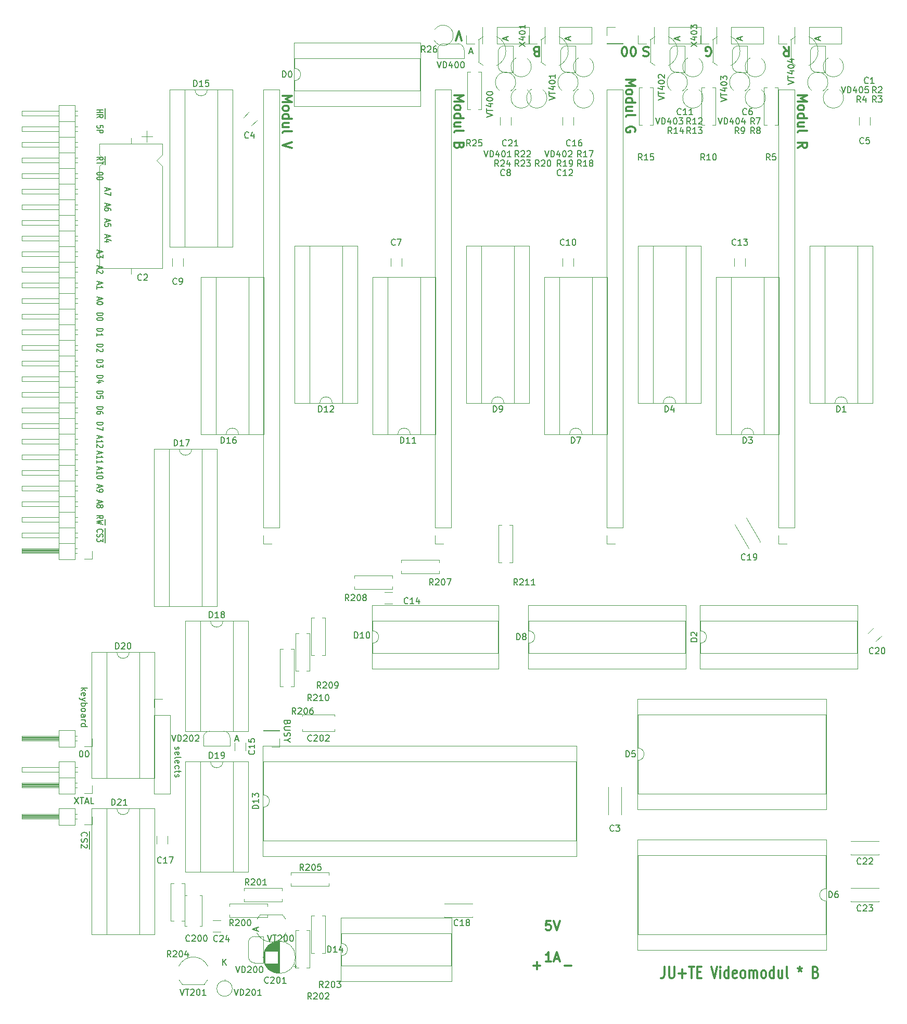
<source format=gbr>
%TF.GenerationSoftware,KiCad,Pcbnew,5.1.10*%
%TF.CreationDate,2021-12-20T20:01:49+01:00*%
%TF.ProjectId,Videoerweiterung,56696465-6f65-4727-9765-69746572756e,1*%
%TF.SameCoordinates,Original*%
%TF.FileFunction,Legend,Top*%
%TF.FilePolarity,Positive*%
%FSLAX46Y46*%
G04 Gerber Fmt 4.6, Leading zero omitted, Abs format (unit mm)*
G04 Created by KiCad (PCBNEW 5.1.10) date 2021-12-20 20:01:49*
%MOMM*%
%LPD*%
G01*
G04 APERTURE LIST*
%ADD10C,0.150000*%
%ADD11C,0.300000*%
%ADD12C,0.120000*%
G04 APERTURE END LIST*
D10*
X47736190Y-169632380D02*
X47831428Y-169632380D01*
X47926666Y-169680000D01*
X47974285Y-169727619D01*
X48021904Y-169822857D01*
X48069523Y-170013333D01*
X48069523Y-170251428D01*
X48021904Y-170441904D01*
X47974285Y-170537142D01*
X47926666Y-170584761D01*
X47831428Y-170632380D01*
X47736190Y-170632380D01*
X47640952Y-170584761D01*
X47593333Y-170537142D01*
X47545714Y-170441904D01*
X47498095Y-170251428D01*
X47498095Y-170013333D01*
X47545714Y-169822857D01*
X47593333Y-169727619D01*
X47640952Y-169680000D01*
X47736190Y-169632380D01*
X48688571Y-169632380D02*
X48783809Y-169632380D01*
X48879047Y-169680000D01*
X48926666Y-169727619D01*
X48974285Y-169822857D01*
X49021904Y-170013333D01*
X49021904Y-170251428D01*
X48974285Y-170441904D01*
X48926666Y-170537142D01*
X48879047Y-170584761D01*
X48783809Y-170632380D01*
X48688571Y-170632380D01*
X48593333Y-170584761D01*
X48545714Y-170537142D01*
X48498095Y-170441904D01*
X48450476Y-170251428D01*
X48450476Y-170013333D01*
X48498095Y-169822857D01*
X48545714Y-169727619D01*
X48593333Y-169680000D01*
X48688571Y-169632380D01*
D11*
X126428571Y-204577142D02*
X127571428Y-204577142D01*
X121348571Y-204577142D02*
X122491428Y-204577142D01*
X121920000Y-205148571D02*
X121920000Y-204005714D01*
X124174285Y-197288571D02*
X123460000Y-197288571D01*
X123388571Y-198002857D01*
X123460000Y-197931428D01*
X123602857Y-197860000D01*
X123960000Y-197860000D01*
X124102857Y-197931428D01*
X124174285Y-198002857D01*
X124245714Y-198145714D01*
X124245714Y-198502857D01*
X124174285Y-198645714D01*
X124102857Y-198717142D01*
X123960000Y-198788571D01*
X123602857Y-198788571D01*
X123460000Y-198717142D01*
X123388571Y-198645714D01*
X124674285Y-197288571D02*
X125174285Y-198788571D01*
X125674285Y-197288571D01*
X124245714Y-203888571D02*
X123388571Y-203888571D01*
X123817142Y-203888571D02*
X123817142Y-202388571D01*
X123674285Y-202602857D01*
X123531428Y-202745714D01*
X123388571Y-202817142D01*
X124817142Y-203460000D02*
X125531428Y-203460000D01*
X124674285Y-203888571D02*
X125174285Y-202388571D01*
X125674285Y-203888571D01*
X142725714Y-204754285D02*
X142725714Y-206040000D01*
X142654285Y-206297142D01*
X142511428Y-206468571D01*
X142297142Y-206554285D01*
X142154285Y-206554285D01*
X143440000Y-204754285D02*
X143440000Y-206211428D01*
X143511428Y-206382857D01*
X143582857Y-206468571D01*
X143725714Y-206554285D01*
X144011428Y-206554285D01*
X144154285Y-206468571D01*
X144225714Y-206382857D01*
X144297142Y-206211428D01*
X144297142Y-204754285D01*
X145011428Y-205868571D02*
X146154285Y-205868571D01*
X145582857Y-206554285D02*
X145582857Y-205182857D01*
X146654285Y-204754285D02*
X147511428Y-204754285D01*
X147082857Y-206554285D02*
X147082857Y-204754285D01*
X148011428Y-205611428D02*
X148511428Y-205611428D01*
X148725714Y-206554285D02*
X148011428Y-206554285D01*
X148011428Y-204754285D01*
X148725714Y-204754285D01*
X150297142Y-204754285D02*
X150797142Y-206554285D01*
X151297142Y-204754285D01*
X151797142Y-206554285D02*
X151797142Y-205354285D01*
X151797142Y-204754285D02*
X151725714Y-204840000D01*
X151797142Y-204925714D01*
X151868571Y-204840000D01*
X151797142Y-204754285D01*
X151797142Y-204925714D01*
X153154285Y-206554285D02*
X153154285Y-204754285D01*
X153154285Y-206468571D02*
X153011428Y-206554285D01*
X152725714Y-206554285D01*
X152582857Y-206468571D01*
X152511428Y-206382857D01*
X152440000Y-206211428D01*
X152440000Y-205697142D01*
X152511428Y-205525714D01*
X152582857Y-205440000D01*
X152725714Y-205354285D01*
X153011428Y-205354285D01*
X153154285Y-205440000D01*
X154440000Y-206468571D02*
X154297142Y-206554285D01*
X154011428Y-206554285D01*
X153868571Y-206468571D01*
X153797142Y-206297142D01*
X153797142Y-205611428D01*
X153868571Y-205440000D01*
X154011428Y-205354285D01*
X154297142Y-205354285D01*
X154440000Y-205440000D01*
X154511428Y-205611428D01*
X154511428Y-205782857D01*
X153797142Y-205954285D01*
X155368571Y-206554285D02*
X155225714Y-206468571D01*
X155154285Y-206382857D01*
X155082857Y-206211428D01*
X155082857Y-205697142D01*
X155154285Y-205525714D01*
X155225714Y-205440000D01*
X155368571Y-205354285D01*
X155582857Y-205354285D01*
X155725714Y-205440000D01*
X155797142Y-205525714D01*
X155868571Y-205697142D01*
X155868571Y-206211428D01*
X155797142Y-206382857D01*
X155725714Y-206468571D01*
X155582857Y-206554285D01*
X155368571Y-206554285D01*
X156511428Y-206554285D02*
X156511428Y-205354285D01*
X156511428Y-205525714D02*
X156582857Y-205440000D01*
X156725714Y-205354285D01*
X156940000Y-205354285D01*
X157082857Y-205440000D01*
X157154285Y-205611428D01*
X157154285Y-206554285D01*
X157154285Y-205611428D02*
X157225714Y-205440000D01*
X157368571Y-205354285D01*
X157582857Y-205354285D01*
X157725714Y-205440000D01*
X157797142Y-205611428D01*
X157797142Y-206554285D01*
X158725714Y-206554285D02*
X158582857Y-206468571D01*
X158511428Y-206382857D01*
X158440000Y-206211428D01*
X158440000Y-205697142D01*
X158511428Y-205525714D01*
X158582857Y-205440000D01*
X158725714Y-205354285D01*
X158940000Y-205354285D01*
X159082857Y-205440000D01*
X159154285Y-205525714D01*
X159225714Y-205697142D01*
X159225714Y-206211428D01*
X159154285Y-206382857D01*
X159082857Y-206468571D01*
X158940000Y-206554285D01*
X158725714Y-206554285D01*
X160511428Y-206554285D02*
X160511428Y-204754285D01*
X160511428Y-206468571D02*
X160368571Y-206554285D01*
X160082857Y-206554285D01*
X159940000Y-206468571D01*
X159868571Y-206382857D01*
X159797142Y-206211428D01*
X159797142Y-205697142D01*
X159868571Y-205525714D01*
X159940000Y-205440000D01*
X160082857Y-205354285D01*
X160368571Y-205354285D01*
X160511428Y-205440000D01*
X161868571Y-205354285D02*
X161868571Y-206554285D01*
X161225714Y-205354285D02*
X161225714Y-206297142D01*
X161297142Y-206468571D01*
X161440000Y-206554285D01*
X161654285Y-206554285D01*
X161797142Y-206468571D01*
X161868571Y-206382857D01*
X162797142Y-206554285D02*
X162654285Y-206468571D01*
X162582857Y-206297142D01*
X162582857Y-204754285D01*
X164725714Y-204754285D02*
X164725714Y-205182857D01*
X164368571Y-205011428D02*
X164725714Y-205182857D01*
X165082857Y-205011428D01*
X164511428Y-205525714D02*
X164725714Y-205182857D01*
X164940000Y-205525714D01*
X167297142Y-205611428D02*
X167511428Y-205697142D01*
X167582857Y-205782857D01*
X167654285Y-205954285D01*
X167654285Y-206211428D01*
X167582857Y-206382857D01*
X167511428Y-206468571D01*
X167368571Y-206554285D01*
X166797142Y-206554285D01*
X166797142Y-204754285D01*
X167297142Y-204754285D01*
X167440000Y-204840000D01*
X167511428Y-204925714D01*
X167582857Y-205097142D01*
X167582857Y-205268571D01*
X167511428Y-205440000D01*
X167440000Y-205525714D01*
X167297142Y-205611428D01*
X166797142Y-205611428D01*
X109720000Y-54161428D02*
X109220000Y-52661428D01*
X108720000Y-54161428D01*
X121812857Y-55987142D02*
X121598571Y-55915714D01*
X121527142Y-55844285D01*
X121455714Y-55701428D01*
X121455714Y-55487142D01*
X121527142Y-55344285D01*
X121598571Y-55272857D01*
X121741428Y-55201428D01*
X122312857Y-55201428D01*
X122312857Y-56701428D01*
X121812857Y-56701428D01*
X121670000Y-56630000D01*
X121598571Y-56558571D01*
X121527142Y-56415714D01*
X121527142Y-56272857D01*
X121598571Y-56130000D01*
X121670000Y-56058571D01*
X121812857Y-55987142D01*
X122312857Y-55987142D01*
X137691714Y-56701428D02*
X137548857Y-56701428D01*
X137406000Y-56630000D01*
X137334571Y-56558571D01*
X137263142Y-56415714D01*
X137191714Y-56130000D01*
X137191714Y-55772857D01*
X137263142Y-55487142D01*
X137334571Y-55344285D01*
X137406000Y-55272857D01*
X137548857Y-55201428D01*
X137691714Y-55201428D01*
X137834571Y-55272857D01*
X137906000Y-55344285D01*
X137977428Y-55487142D01*
X138048857Y-55772857D01*
X138048857Y-56130000D01*
X137977428Y-56415714D01*
X137906000Y-56558571D01*
X137834571Y-56630000D01*
X137691714Y-56701428D01*
X136263142Y-56701428D02*
X136120285Y-56701428D01*
X135977428Y-56630000D01*
X135906000Y-56558571D01*
X135834571Y-56415714D01*
X135763142Y-56130000D01*
X135763142Y-55772857D01*
X135834571Y-55487142D01*
X135906000Y-55344285D01*
X135977428Y-55272857D01*
X136120285Y-55201428D01*
X136263142Y-55201428D01*
X136406000Y-55272857D01*
X136477428Y-55344285D01*
X136548857Y-55487142D01*
X136620285Y-55772857D01*
X136620285Y-56130000D01*
X136548857Y-56415714D01*
X136477428Y-56558571D01*
X136406000Y-56630000D01*
X136263142Y-56701428D01*
X140128571Y-55272857D02*
X139914285Y-55201428D01*
X139557142Y-55201428D01*
X139414285Y-55272857D01*
X139342857Y-55344285D01*
X139271428Y-55487142D01*
X139271428Y-55630000D01*
X139342857Y-55772857D01*
X139414285Y-55844285D01*
X139557142Y-55915714D01*
X139842857Y-55987142D01*
X139985714Y-56058571D01*
X140057142Y-56130000D01*
X140128571Y-56272857D01*
X140128571Y-56415714D01*
X140057142Y-56558571D01*
X139985714Y-56630000D01*
X139842857Y-56701428D01*
X139485714Y-56701428D01*
X139271428Y-56630000D01*
X149467142Y-56630000D02*
X149610000Y-56701428D01*
X149824285Y-56701428D01*
X150038571Y-56630000D01*
X150181428Y-56487142D01*
X150252857Y-56344285D01*
X150324285Y-56058571D01*
X150324285Y-55844285D01*
X150252857Y-55558571D01*
X150181428Y-55415714D01*
X150038571Y-55272857D01*
X149824285Y-55201428D01*
X149681428Y-55201428D01*
X149467142Y-55272857D01*
X149395714Y-55344285D01*
X149395714Y-55844285D01*
X149681428Y-55844285D01*
X162095714Y-55201428D02*
X162595714Y-55915714D01*
X162952857Y-55201428D02*
X162952857Y-56701428D01*
X162381428Y-56701428D01*
X162238571Y-56630000D01*
X162167142Y-56558571D01*
X162095714Y-56415714D01*
X162095714Y-56201428D01*
X162167142Y-56058571D01*
X162238571Y-55987142D01*
X162381428Y-55915714D01*
X162952857Y-55915714D01*
X164421428Y-63060000D02*
X165921428Y-63060000D01*
X164850000Y-63560000D01*
X165921428Y-64060000D01*
X164421428Y-64060000D01*
X164421428Y-64988571D02*
X164492857Y-64845714D01*
X164564285Y-64774285D01*
X164707142Y-64702857D01*
X165135714Y-64702857D01*
X165278571Y-64774285D01*
X165350000Y-64845714D01*
X165421428Y-64988571D01*
X165421428Y-65202857D01*
X165350000Y-65345714D01*
X165278571Y-65417142D01*
X165135714Y-65488571D01*
X164707142Y-65488571D01*
X164564285Y-65417142D01*
X164492857Y-65345714D01*
X164421428Y-65202857D01*
X164421428Y-64988571D01*
X164421428Y-66774285D02*
X165921428Y-66774285D01*
X164492857Y-66774285D02*
X164421428Y-66631428D01*
X164421428Y-66345714D01*
X164492857Y-66202857D01*
X164564285Y-66131428D01*
X164707142Y-66060000D01*
X165135714Y-66060000D01*
X165278571Y-66131428D01*
X165350000Y-66202857D01*
X165421428Y-66345714D01*
X165421428Y-66631428D01*
X165350000Y-66774285D01*
X165421428Y-68131428D02*
X164421428Y-68131428D01*
X165421428Y-67488571D02*
X164635714Y-67488571D01*
X164492857Y-67560000D01*
X164421428Y-67702857D01*
X164421428Y-67917142D01*
X164492857Y-68060000D01*
X164564285Y-68131428D01*
X164421428Y-69060000D02*
X164492857Y-68917142D01*
X164635714Y-68845714D01*
X165921428Y-68845714D01*
X164421428Y-71631428D02*
X165135714Y-71131428D01*
X164421428Y-70774285D02*
X165921428Y-70774285D01*
X165921428Y-71345714D01*
X165850000Y-71488571D01*
X165778571Y-71560000D01*
X165635714Y-71631428D01*
X165421428Y-71631428D01*
X165278571Y-71560000D01*
X165207142Y-71488571D01*
X165135714Y-71345714D01*
X165135714Y-70774285D01*
X136481428Y-60520000D02*
X137981428Y-60520000D01*
X136910000Y-61020000D01*
X137981428Y-61520000D01*
X136481428Y-61520000D01*
X136481428Y-62448571D02*
X136552857Y-62305714D01*
X136624285Y-62234285D01*
X136767142Y-62162857D01*
X137195714Y-62162857D01*
X137338571Y-62234285D01*
X137410000Y-62305714D01*
X137481428Y-62448571D01*
X137481428Y-62662857D01*
X137410000Y-62805714D01*
X137338571Y-62877142D01*
X137195714Y-62948571D01*
X136767142Y-62948571D01*
X136624285Y-62877142D01*
X136552857Y-62805714D01*
X136481428Y-62662857D01*
X136481428Y-62448571D01*
X136481428Y-64234285D02*
X137981428Y-64234285D01*
X136552857Y-64234285D02*
X136481428Y-64091428D01*
X136481428Y-63805714D01*
X136552857Y-63662857D01*
X136624285Y-63591428D01*
X136767142Y-63520000D01*
X137195714Y-63520000D01*
X137338571Y-63591428D01*
X137410000Y-63662857D01*
X137481428Y-63805714D01*
X137481428Y-64091428D01*
X137410000Y-64234285D01*
X137481428Y-65591428D02*
X136481428Y-65591428D01*
X137481428Y-64948571D02*
X136695714Y-64948571D01*
X136552857Y-65020000D01*
X136481428Y-65162857D01*
X136481428Y-65377142D01*
X136552857Y-65520000D01*
X136624285Y-65591428D01*
X136481428Y-66520000D02*
X136552857Y-66377142D01*
X136695714Y-66305714D01*
X137981428Y-66305714D01*
X137910000Y-69020000D02*
X137981428Y-68877142D01*
X137981428Y-68662857D01*
X137910000Y-68448571D01*
X137767142Y-68305714D01*
X137624285Y-68234285D01*
X137338571Y-68162857D01*
X137124285Y-68162857D01*
X136838571Y-68234285D01*
X136695714Y-68305714D01*
X136552857Y-68448571D01*
X136481428Y-68662857D01*
X136481428Y-68805714D01*
X136552857Y-69020000D01*
X136624285Y-69091428D01*
X137124285Y-69091428D01*
X137124285Y-68805714D01*
X80601428Y-63167142D02*
X82101428Y-63167142D01*
X81030000Y-63667142D01*
X82101428Y-64167142D01*
X80601428Y-64167142D01*
X80601428Y-65095714D02*
X80672857Y-64952857D01*
X80744285Y-64881428D01*
X80887142Y-64810000D01*
X81315714Y-64810000D01*
X81458571Y-64881428D01*
X81530000Y-64952857D01*
X81601428Y-65095714D01*
X81601428Y-65310000D01*
X81530000Y-65452857D01*
X81458571Y-65524285D01*
X81315714Y-65595714D01*
X80887142Y-65595714D01*
X80744285Y-65524285D01*
X80672857Y-65452857D01*
X80601428Y-65310000D01*
X80601428Y-65095714D01*
X80601428Y-66881428D02*
X82101428Y-66881428D01*
X80672857Y-66881428D02*
X80601428Y-66738571D01*
X80601428Y-66452857D01*
X80672857Y-66310000D01*
X80744285Y-66238571D01*
X80887142Y-66167142D01*
X81315714Y-66167142D01*
X81458571Y-66238571D01*
X81530000Y-66310000D01*
X81601428Y-66452857D01*
X81601428Y-66738571D01*
X81530000Y-66881428D01*
X81601428Y-68238571D02*
X80601428Y-68238571D01*
X81601428Y-67595714D02*
X80815714Y-67595714D01*
X80672857Y-67667142D01*
X80601428Y-67810000D01*
X80601428Y-68024285D01*
X80672857Y-68167142D01*
X80744285Y-68238571D01*
X80601428Y-69167142D02*
X80672857Y-69024285D01*
X80815714Y-68952857D01*
X82101428Y-68952857D01*
X82101428Y-70667142D02*
X80601428Y-71167142D01*
X82101428Y-71667142D01*
X108541428Y-63060000D02*
X110041428Y-63060000D01*
X108970000Y-63560000D01*
X110041428Y-64060000D01*
X108541428Y-64060000D01*
X108541428Y-64988571D02*
X108612857Y-64845714D01*
X108684285Y-64774285D01*
X108827142Y-64702857D01*
X109255714Y-64702857D01*
X109398571Y-64774285D01*
X109470000Y-64845714D01*
X109541428Y-64988571D01*
X109541428Y-65202857D01*
X109470000Y-65345714D01*
X109398571Y-65417142D01*
X109255714Y-65488571D01*
X108827142Y-65488571D01*
X108684285Y-65417142D01*
X108612857Y-65345714D01*
X108541428Y-65202857D01*
X108541428Y-64988571D01*
X108541428Y-66774285D02*
X110041428Y-66774285D01*
X108612857Y-66774285D02*
X108541428Y-66631428D01*
X108541428Y-66345714D01*
X108612857Y-66202857D01*
X108684285Y-66131428D01*
X108827142Y-66060000D01*
X109255714Y-66060000D01*
X109398571Y-66131428D01*
X109470000Y-66202857D01*
X109541428Y-66345714D01*
X109541428Y-66631428D01*
X109470000Y-66774285D01*
X109541428Y-68131428D02*
X108541428Y-68131428D01*
X109541428Y-67488571D02*
X108755714Y-67488571D01*
X108612857Y-67560000D01*
X108541428Y-67702857D01*
X108541428Y-67917142D01*
X108612857Y-68060000D01*
X108684285Y-68131428D01*
X108541428Y-69060000D02*
X108612857Y-68917142D01*
X108755714Y-68845714D01*
X110041428Y-68845714D01*
X109327142Y-71274285D02*
X109255714Y-71488571D01*
X109184285Y-71560000D01*
X109041428Y-71631428D01*
X108827142Y-71631428D01*
X108684285Y-71560000D01*
X108612857Y-71488571D01*
X108541428Y-71345714D01*
X108541428Y-70774285D01*
X110041428Y-70774285D01*
X110041428Y-71274285D01*
X109970000Y-71417142D01*
X109898571Y-71488571D01*
X109755714Y-71560000D01*
X109612857Y-71560000D01*
X109470000Y-71488571D01*
X109398571Y-71417142D01*
X109327142Y-71274285D01*
X109327142Y-70774285D01*
D10*
X51715000Y-65220952D02*
X51715000Y-66059047D01*
X50347619Y-65411428D02*
X51347619Y-65411428D01*
X50871428Y-65411428D02*
X50871428Y-65868571D01*
X50347619Y-65868571D02*
X51347619Y-65868571D01*
X51715000Y-66059047D02*
X51715000Y-66859047D01*
X50347619Y-66706666D02*
X50823809Y-66440000D01*
X50347619Y-66249523D02*
X51347619Y-66249523D01*
X51347619Y-66554285D01*
X51300000Y-66630476D01*
X51252380Y-66668571D01*
X51157142Y-66706666D01*
X51014285Y-66706666D01*
X50919047Y-66668571D01*
X50871428Y-66630476D01*
X50823809Y-66554285D01*
X50823809Y-66249523D01*
X51347619Y-68370476D02*
X51347619Y-67989523D01*
X50871428Y-67951428D01*
X50919047Y-67989523D01*
X50966666Y-68065714D01*
X50966666Y-68256190D01*
X50919047Y-68332380D01*
X50871428Y-68370476D01*
X50776190Y-68408571D01*
X50538095Y-68408571D01*
X50442857Y-68370476D01*
X50395238Y-68332380D01*
X50347619Y-68256190D01*
X50347619Y-68065714D01*
X50395238Y-67989523D01*
X50442857Y-67951428D01*
X50347619Y-68751428D02*
X51347619Y-68751428D01*
X51347619Y-69056190D01*
X51300000Y-69132380D01*
X51252380Y-69170476D01*
X51157142Y-69208571D01*
X51014285Y-69208571D01*
X50919047Y-69170476D01*
X50871428Y-69132380D01*
X50823809Y-69056190D01*
X50823809Y-68751428D01*
X51715000Y-72955238D02*
X51715000Y-73755238D01*
X50347619Y-73602857D02*
X50823809Y-73336190D01*
X50347619Y-73145714D02*
X51347619Y-73145714D01*
X51347619Y-73450476D01*
X51300000Y-73526666D01*
X51252380Y-73564761D01*
X51157142Y-73602857D01*
X51014285Y-73602857D01*
X50919047Y-73564761D01*
X50871428Y-73526666D01*
X50823809Y-73450476D01*
X50823809Y-73145714D01*
X51715000Y-73755238D02*
X51715000Y-74364761D01*
X51347619Y-73831428D02*
X51347619Y-74288571D01*
X50347619Y-74060000D02*
X51347619Y-74060000D01*
X51347619Y-75780952D02*
X51347619Y-75857142D01*
X51300000Y-75933333D01*
X51252380Y-75971428D01*
X51157142Y-76009523D01*
X50966666Y-76047619D01*
X50728571Y-76047619D01*
X50538095Y-76009523D01*
X50442857Y-75971428D01*
X50395238Y-75933333D01*
X50347619Y-75857142D01*
X50347619Y-75780952D01*
X50395238Y-75704761D01*
X50442857Y-75666666D01*
X50538095Y-75628571D01*
X50728571Y-75590476D01*
X50966666Y-75590476D01*
X51157142Y-75628571D01*
X51252380Y-75666666D01*
X51300000Y-75704761D01*
X51347619Y-75780952D01*
X51347619Y-76542857D02*
X51347619Y-76619047D01*
X51300000Y-76695238D01*
X51252380Y-76733333D01*
X51157142Y-76771428D01*
X50966666Y-76809523D01*
X50728571Y-76809523D01*
X50538095Y-76771428D01*
X50442857Y-76733333D01*
X50395238Y-76695238D01*
X50347619Y-76619047D01*
X50347619Y-76542857D01*
X50395238Y-76466666D01*
X50442857Y-76428571D01*
X50538095Y-76390476D01*
X50728571Y-76352380D01*
X50966666Y-76352380D01*
X51157142Y-76390476D01*
X51252380Y-76428571D01*
X51300000Y-76466666D01*
X51347619Y-76542857D01*
X51903333Y-78168571D02*
X51903333Y-78549523D01*
X51617619Y-78092380D02*
X52617619Y-78359047D01*
X51617619Y-78625714D01*
X52617619Y-78816190D02*
X52617619Y-79349523D01*
X51617619Y-79006666D01*
X51903333Y-80708571D02*
X51903333Y-81089523D01*
X51617619Y-80632380D02*
X52617619Y-80899047D01*
X51617619Y-81165714D01*
X52617619Y-81775238D02*
X52617619Y-81622857D01*
X52570000Y-81546666D01*
X52522380Y-81508571D01*
X52379523Y-81432380D01*
X52189047Y-81394285D01*
X51808095Y-81394285D01*
X51712857Y-81432380D01*
X51665238Y-81470476D01*
X51617619Y-81546666D01*
X51617619Y-81699047D01*
X51665238Y-81775238D01*
X51712857Y-81813333D01*
X51808095Y-81851428D01*
X52046190Y-81851428D01*
X52141428Y-81813333D01*
X52189047Y-81775238D01*
X52236666Y-81699047D01*
X52236666Y-81546666D01*
X52189047Y-81470476D01*
X52141428Y-81432380D01*
X52046190Y-81394285D01*
X51903333Y-83248571D02*
X51903333Y-83629523D01*
X51617619Y-83172380D02*
X52617619Y-83439047D01*
X51617619Y-83705714D01*
X52617619Y-84353333D02*
X52617619Y-83972380D01*
X52141428Y-83934285D01*
X52189047Y-83972380D01*
X52236666Y-84048571D01*
X52236666Y-84239047D01*
X52189047Y-84315238D01*
X52141428Y-84353333D01*
X52046190Y-84391428D01*
X51808095Y-84391428D01*
X51712857Y-84353333D01*
X51665238Y-84315238D01*
X51617619Y-84239047D01*
X51617619Y-84048571D01*
X51665238Y-83972380D01*
X51712857Y-83934285D01*
X51903333Y-85788571D02*
X51903333Y-86169523D01*
X51617619Y-85712380D02*
X52617619Y-85979047D01*
X51617619Y-86245714D01*
X52284285Y-86855238D02*
X51617619Y-86855238D01*
X52665238Y-86664761D02*
X51950952Y-86474285D01*
X51950952Y-86969523D01*
X50633333Y-88328571D02*
X50633333Y-88709523D01*
X50347619Y-88252380D02*
X51347619Y-88519047D01*
X50347619Y-88785714D01*
X51347619Y-88976190D02*
X51347619Y-89471428D01*
X50966666Y-89204761D01*
X50966666Y-89319047D01*
X50919047Y-89395238D01*
X50871428Y-89433333D01*
X50776190Y-89471428D01*
X50538095Y-89471428D01*
X50442857Y-89433333D01*
X50395238Y-89395238D01*
X50347619Y-89319047D01*
X50347619Y-89090476D01*
X50395238Y-89014285D01*
X50442857Y-88976190D01*
X50633333Y-90868571D02*
X50633333Y-91249523D01*
X50347619Y-90792380D02*
X51347619Y-91059047D01*
X50347619Y-91325714D01*
X51252380Y-91554285D02*
X51300000Y-91592380D01*
X51347619Y-91668571D01*
X51347619Y-91859047D01*
X51300000Y-91935238D01*
X51252380Y-91973333D01*
X51157142Y-92011428D01*
X51061904Y-92011428D01*
X50919047Y-91973333D01*
X50347619Y-91516190D01*
X50347619Y-92011428D01*
X50633333Y-93408571D02*
X50633333Y-93789523D01*
X50347619Y-93332380D02*
X51347619Y-93599047D01*
X50347619Y-93865714D01*
X50347619Y-94551428D02*
X50347619Y-94094285D01*
X50347619Y-94322857D02*
X51347619Y-94322857D01*
X51204761Y-94246666D01*
X51109523Y-94170476D01*
X51061904Y-94094285D01*
X50633333Y-95948571D02*
X50633333Y-96329523D01*
X50347619Y-95872380D02*
X51347619Y-96139047D01*
X50347619Y-96405714D01*
X51347619Y-96824761D02*
X51347619Y-96900952D01*
X51300000Y-96977142D01*
X51252380Y-97015238D01*
X51157142Y-97053333D01*
X50966666Y-97091428D01*
X50728571Y-97091428D01*
X50538095Y-97053333D01*
X50442857Y-97015238D01*
X50395238Y-96977142D01*
X50347619Y-96900952D01*
X50347619Y-96824761D01*
X50395238Y-96748571D01*
X50442857Y-96710476D01*
X50538095Y-96672380D01*
X50728571Y-96634285D01*
X50966666Y-96634285D01*
X51157142Y-96672380D01*
X51252380Y-96710476D01*
X51300000Y-96748571D01*
X51347619Y-96824761D01*
X50347619Y-98469523D02*
X51347619Y-98469523D01*
X51347619Y-98660000D01*
X51300000Y-98774285D01*
X51204761Y-98850476D01*
X51109523Y-98888571D01*
X50919047Y-98926666D01*
X50776190Y-98926666D01*
X50585714Y-98888571D01*
X50490476Y-98850476D01*
X50395238Y-98774285D01*
X50347619Y-98660000D01*
X50347619Y-98469523D01*
X51347619Y-99421904D02*
X51347619Y-99498095D01*
X51300000Y-99574285D01*
X51252380Y-99612380D01*
X51157142Y-99650476D01*
X50966666Y-99688571D01*
X50728571Y-99688571D01*
X50538095Y-99650476D01*
X50442857Y-99612380D01*
X50395238Y-99574285D01*
X50347619Y-99498095D01*
X50347619Y-99421904D01*
X50395238Y-99345714D01*
X50442857Y-99307619D01*
X50538095Y-99269523D01*
X50728571Y-99231428D01*
X50966666Y-99231428D01*
X51157142Y-99269523D01*
X51252380Y-99307619D01*
X51300000Y-99345714D01*
X51347619Y-99421904D01*
X50347619Y-101009523D02*
X51347619Y-101009523D01*
X51347619Y-101200000D01*
X51300000Y-101314285D01*
X51204761Y-101390476D01*
X51109523Y-101428571D01*
X50919047Y-101466666D01*
X50776190Y-101466666D01*
X50585714Y-101428571D01*
X50490476Y-101390476D01*
X50395238Y-101314285D01*
X50347619Y-101200000D01*
X50347619Y-101009523D01*
X50347619Y-102228571D02*
X50347619Y-101771428D01*
X50347619Y-102000000D02*
X51347619Y-102000000D01*
X51204761Y-101923809D01*
X51109523Y-101847619D01*
X51061904Y-101771428D01*
X50347619Y-103549523D02*
X51347619Y-103549523D01*
X51347619Y-103740000D01*
X51300000Y-103854285D01*
X51204761Y-103930476D01*
X51109523Y-103968571D01*
X50919047Y-104006666D01*
X50776190Y-104006666D01*
X50585714Y-103968571D01*
X50490476Y-103930476D01*
X50395238Y-103854285D01*
X50347619Y-103740000D01*
X50347619Y-103549523D01*
X51252380Y-104311428D02*
X51300000Y-104349523D01*
X51347619Y-104425714D01*
X51347619Y-104616190D01*
X51300000Y-104692380D01*
X51252380Y-104730476D01*
X51157142Y-104768571D01*
X51061904Y-104768571D01*
X50919047Y-104730476D01*
X50347619Y-104273333D01*
X50347619Y-104768571D01*
X50347619Y-106089523D02*
X51347619Y-106089523D01*
X51347619Y-106280000D01*
X51300000Y-106394285D01*
X51204761Y-106470476D01*
X51109523Y-106508571D01*
X50919047Y-106546666D01*
X50776190Y-106546666D01*
X50585714Y-106508571D01*
X50490476Y-106470476D01*
X50395238Y-106394285D01*
X50347619Y-106280000D01*
X50347619Y-106089523D01*
X51347619Y-106813333D02*
X51347619Y-107308571D01*
X50966666Y-107041904D01*
X50966666Y-107156190D01*
X50919047Y-107232380D01*
X50871428Y-107270476D01*
X50776190Y-107308571D01*
X50538095Y-107308571D01*
X50442857Y-107270476D01*
X50395238Y-107232380D01*
X50347619Y-107156190D01*
X50347619Y-106927619D01*
X50395238Y-106851428D01*
X50442857Y-106813333D01*
X50347619Y-108629523D02*
X51347619Y-108629523D01*
X51347619Y-108820000D01*
X51300000Y-108934285D01*
X51204761Y-109010476D01*
X51109523Y-109048571D01*
X50919047Y-109086666D01*
X50776190Y-109086666D01*
X50585714Y-109048571D01*
X50490476Y-109010476D01*
X50395238Y-108934285D01*
X50347619Y-108820000D01*
X50347619Y-108629523D01*
X51014285Y-109772380D02*
X50347619Y-109772380D01*
X51395238Y-109581904D02*
X50680952Y-109391428D01*
X50680952Y-109886666D01*
X50347619Y-111169523D02*
X51347619Y-111169523D01*
X51347619Y-111360000D01*
X51300000Y-111474285D01*
X51204761Y-111550476D01*
X51109523Y-111588571D01*
X50919047Y-111626666D01*
X50776190Y-111626666D01*
X50585714Y-111588571D01*
X50490476Y-111550476D01*
X50395238Y-111474285D01*
X50347619Y-111360000D01*
X50347619Y-111169523D01*
X51347619Y-112350476D02*
X51347619Y-111969523D01*
X50871428Y-111931428D01*
X50919047Y-111969523D01*
X50966666Y-112045714D01*
X50966666Y-112236190D01*
X50919047Y-112312380D01*
X50871428Y-112350476D01*
X50776190Y-112388571D01*
X50538095Y-112388571D01*
X50442857Y-112350476D01*
X50395238Y-112312380D01*
X50347619Y-112236190D01*
X50347619Y-112045714D01*
X50395238Y-111969523D01*
X50442857Y-111931428D01*
X50347619Y-113709523D02*
X51347619Y-113709523D01*
X51347619Y-113900000D01*
X51300000Y-114014285D01*
X51204761Y-114090476D01*
X51109523Y-114128571D01*
X50919047Y-114166666D01*
X50776190Y-114166666D01*
X50585714Y-114128571D01*
X50490476Y-114090476D01*
X50395238Y-114014285D01*
X50347619Y-113900000D01*
X50347619Y-113709523D01*
X51347619Y-114852380D02*
X51347619Y-114700000D01*
X51300000Y-114623809D01*
X51252380Y-114585714D01*
X51109523Y-114509523D01*
X50919047Y-114471428D01*
X50538095Y-114471428D01*
X50442857Y-114509523D01*
X50395238Y-114547619D01*
X50347619Y-114623809D01*
X50347619Y-114776190D01*
X50395238Y-114852380D01*
X50442857Y-114890476D01*
X50538095Y-114928571D01*
X50776190Y-114928571D01*
X50871428Y-114890476D01*
X50919047Y-114852380D01*
X50966666Y-114776190D01*
X50966666Y-114623809D01*
X50919047Y-114547619D01*
X50871428Y-114509523D01*
X50776190Y-114471428D01*
X50347619Y-116249523D02*
X51347619Y-116249523D01*
X51347619Y-116440000D01*
X51300000Y-116554285D01*
X51204761Y-116630476D01*
X51109523Y-116668571D01*
X50919047Y-116706666D01*
X50776190Y-116706666D01*
X50585714Y-116668571D01*
X50490476Y-116630476D01*
X50395238Y-116554285D01*
X50347619Y-116440000D01*
X50347619Y-116249523D01*
X51347619Y-116973333D02*
X51347619Y-117506666D01*
X50347619Y-117163809D01*
X50633333Y-118427619D02*
X50633333Y-118808571D01*
X50347619Y-118351428D02*
X51347619Y-118618095D01*
X50347619Y-118884761D01*
X50347619Y-119570476D02*
X50347619Y-119113333D01*
X50347619Y-119341904D02*
X51347619Y-119341904D01*
X51204761Y-119265714D01*
X51109523Y-119189523D01*
X51061904Y-119113333D01*
X51252380Y-119875238D02*
X51300000Y-119913333D01*
X51347619Y-119989523D01*
X51347619Y-120180000D01*
X51300000Y-120256190D01*
X51252380Y-120294285D01*
X51157142Y-120332380D01*
X51061904Y-120332380D01*
X50919047Y-120294285D01*
X50347619Y-119837142D01*
X50347619Y-120332380D01*
X50633333Y-120967619D02*
X50633333Y-121348571D01*
X50347619Y-120891428D02*
X51347619Y-121158095D01*
X50347619Y-121424761D01*
X50347619Y-122110476D02*
X50347619Y-121653333D01*
X50347619Y-121881904D02*
X51347619Y-121881904D01*
X51204761Y-121805714D01*
X51109523Y-121729523D01*
X51061904Y-121653333D01*
X50347619Y-122872380D02*
X50347619Y-122415238D01*
X50347619Y-122643809D02*
X51347619Y-122643809D01*
X51204761Y-122567619D01*
X51109523Y-122491428D01*
X51061904Y-122415238D01*
X50633333Y-123507619D02*
X50633333Y-123888571D01*
X50347619Y-123431428D02*
X51347619Y-123698095D01*
X50347619Y-123964761D01*
X50347619Y-124650476D02*
X50347619Y-124193333D01*
X50347619Y-124421904D02*
X51347619Y-124421904D01*
X51204761Y-124345714D01*
X51109523Y-124269523D01*
X51061904Y-124193333D01*
X51347619Y-125145714D02*
X51347619Y-125221904D01*
X51300000Y-125298095D01*
X51252380Y-125336190D01*
X51157142Y-125374285D01*
X50966666Y-125412380D01*
X50728571Y-125412380D01*
X50538095Y-125374285D01*
X50442857Y-125336190D01*
X50395238Y-125298095D01*
X50347619Y-125221904D01*
X50347619Y-125145714D01*
X50395238Y-125069523D01*
X50442857Y-125031428D01*
X50538095Y-124993333D01*
X50728571Y-124955238D01*
X50966666Y-124955238D01*
X51157142Y-124993333D01*
X51252380Y-125031428D01*
X51300000Y-125069523D01*
X51347619Y-125145714D01*
X50633333Y-126428571D02*
X50633333Y-126809523D01*
X50347619Y-126352380D02*
X51347619Y-126619047D01*
X50347619Y-126885714D01*
X50347619Y-127190476D02*
X50347619Y-127342857D01*
X50395238Y-127419047D01*
X50442857Y-127457142D01*
X50585714Y-127533333D01*
X50776190Y-127571428D01*
X51157142Y-127571428D01*
X51252380Y-127533333D01*
X51300000Y-127495238D01*
X51347619Y-127419047D01*
X51347619Y-127266666D01*
X51300000Y-127190476D01*
X51252380Y-127152380D01*
X51157142Y-127114285D01*
X50919047Y-127114285D01*
X50823809Y-127152380D01*
X50776190Y-127190476D01*
X50728571Y-127266666D01*
X50728571Y-127419047D01*
X50776190Y-127495238D01*
X50823809Y-127533333D01*
X50919047Y-127571428D01*
X50633333Y-128968571D02*
X50633333Y-129349523D01*
X50347619Y-128892380D02*
X51347619Y-129159047D01*
X50347619Y-129425714D01*
X50919047Y-129806666D02*
X50966666Y-129730476D01*
X51014285Y-129692380D01*
X51109523Y-129654285D01*
X51157142Y-129654285D01*
X51252380Y-129692380D01*
X51300000Y-129730476D01*
X51347619Y-129806666D01*
X51347619Y-129959047D01*
X51300000Y-130035238D01*
X51252380Y-130073333D01*
X51157142Y-130111428D01*
X51109523Y-130111428D01*
X51014285Y-130073333D01*
X50966666Y-130035238D01*
X50919047Y-129959047D01*
X50919047Y-129806666D01*
X50871428Y-129730476D01*
X50823809Y-129692380D01*
X50728571Y-129654285D01*
X50538095Y-129654285D01*
X50442857Y-129692380D01*
X50395238Y-129730476D01*
X50347619Y-129806666D01*
X50347619Y-129959047D01*
X50395238Y-130035238D01*
X50442857Y-130073333D01*
X50538095Y-130111428D01*
X50728571Y-130111428D01*
X50823809Y-130073333D01*
X50871428Y-130035238D01*
X50919047Y-129959047D01*
X50347619Y-131870476D02*
X50823809Y-131603809D01*
X50347619Y-131413333D02*
X51347619Y-131413333D01*
X51347619Y-131718095D01*
X51300000Y-131794285D01*
X51252380Y-131832380D01*
X51157142Y-131870476D01*
X51014285Y-131870476D01*
X50919047Y-131832380D01*
X50871428Y-131794285D01*
X50823809Y-131718095D01*
X50823809Y-131413333D01*
X51715000Y-132022857D02*
X51715000Y-132937142D01*
X51347619Y-132137142D02*
X50347619Y-132327619D01*
X51061904Y-132480000D01*
X50347619Y-132632380D01*
X51347619Y-132822857D01*
X51715000Y-133458095D02*
X51715000Y-134258095D01*
X50442857Y-134105714D02*
X50395238Y-134067619D01*
X50347619Y-133953333D01*
X50347619Y-133877142D01*
X50395238Y-133762857D01*
X50490476Y-133686666D01*
X50585714Y-133648571D01*
X50776190Y-133610476D01*
X50919047Y-133610476D01*
X51109523Y-133648571D01*
X51204761Y-133686666D01*
X51300000Y-133762857D01*
X51347619Y-133877142D01*
X51347619Y-133953333D01*
X51300000Y-134067619D01*
X51252380Y-134105714D01*
X51715000Y-134258095D02*
X51715000Y-135020000D01*
X50395238Y-134410476D02*
X50347619Y-134524761D01*
X50347619Y-134715238D01*
X50395238Y-134791428D01*
X50442857Y-134829523D01*
X50538095Y-134867619D01*
X50633333Y-134867619D01*
X50728571Y-134829523D01*
X50776190Y-134791428D01*
X50823809Y-134715238D01*
X50871428Y-134562857D01*
X50919047Y-134486666D01*
X50966666Y-134448571D01*
X51061904Y-134410476D01*
X51157142Y-134410476D01*
X51252380Y-134448571D01*
X51300000Y-134486666D01*
X51347619Y-134562857D01*
X51347619Y-134753333D01*
X51300000Y-134867619D01*
X51715000Y-135020000D02*
X51715000Y-135781904D01*
X51347619Y-135134285D02*
X51347619Y-135629523D01*
X50966666Y-135362857D01*
X50966666Y-135477142D01*
X50919047Y-135553333D01*
X50871428Y-135591428D01*
X50776190Y-135629523D01*
X50538095Y-135629523D01*
X50442857Y-135591428D01*
X50395238Y-135553333D01*
X50347619Y-135477142D01*
X50347619Y-135248571D01*
X50395238Y-135172380D01*
X50442857Y-135134285D01*
X81351428Y-165012857D02*
X81303809Y-165155714D01*
X81256190Y-165203333D01*
X81160952Y-165250952D01*
X81018095Y-165250952D01*
X80922857Y-165203333D01*
X80875238Y-165155714D01*
X80827619Y-165060476D01*
X80827619Y-164679523D01*
X81827619Y-164679523D01*
X81827619Y-165012857D01*
X81780000Y-165108095D01*
X81732380Y-165155714D01*
X81637142Y-165203333D01*
X81541904Y-165203333D01*
X81446666Y-165155714D01*
X81399047Y-165108095D01*
X81351428Y-165012857D01*
X81351428Y-164679523D01*
X81827619Y-165679523D02*
X81018095Y-165679523D01*
X80922857Y-165727142D01*
X80875238Y-165774761D01*
X80827619Y-165870000D01*
X80827619Y-166060476D01*
X80875238Y-166155714D01*
X80922857Y-166203333D01*
X81018095Y-166250952D01*
X81827619Y-166250952D01*
X80875238Y-166679523D02*
X80827619Y-166822380D01*
X80827619Y-167060476D01*
X80875238Y-167155714D01*
X80922857Y-167203333D01*
X81018095Y-167250952D01*
X81113333Y-167250952D01*
X81208571Y-167203333D01*
X81256190Y-167155714D01*
X81303809Y-167060476D01*
X81351428Y-166870000D01*
X81399047Y-166774761D01*
X81446666Y-166727142D01*
X81541904Y-166679523D01*
X81637142Y-166679523D01*
X81732380Y-166727142D01*
X81780000Y-166774761D01*
X81827619Y-166870000D01*
X81827619Y-167108095D01*
X81780000Y-167250952D01*
X81303809Y-167870000D02*
X80827619Y-167870000D01*
X81827619Y-167536666D02*
X81303809Y-167870000D01*
X81827619Y-168203333D01*
X63095238Y-168997619D02*
X63047619Y-169092857D01*
X63047619Y-169283333D01*
X63095238Y-169378571D01*
X63190476Y-169426190D01*
X63238095Y-169426190D01*
X63333333Y-169378571D01*
X63380952Y-169283333D01*
X63380952Y-169140476D01*
X63428571Y-169045238D01*
X63523809Y-168997619D01*
X63571428Y-168997619D01*
X63666666Y-169045238D01*
X63714285Y-169140476D01*
X63714285Y-169283333D01*
X63666666Y-169378571D01*
X63095238Y-170235714D02*
X63047619Y-170140476D01*
X63047619Y-169950000D01*
X63095238Y-169854761D01*
X63190476Y-169807142D01*
X63571428Y-169807142D01*
X63666666Y-169854761D01*
X63714285Y-169950000D01*
X63714285Y-170140476D01*
X63666666Y-170235714D01*
X63571428Y-170283333D01*
X63476190Y-170283333D01*
X63380952Y-169807142D01*
X63047619Y-170854761D02*
X63095238Y-170759523D01*
X63190476Y-170711904D01*
X64047619Y-170711904D01*
X63095238Y-171616666D02*
X63047619Y-171521428D01*
X63047619Y-171330952D01*
X63095238Y-171235714D01*
X63190476Y-171188095D01*
X63571428Y-171188095D01*
X63666666Y-171235714D01*
X63714285Y-171330952D01*
X63714285Y-171521428D01*
X63666666Y-171616666D01*
X63571428Y-171664285D01*
X63476190Y-171664285D01*
X63380952Y-171188095D01*
X63095238Y-172521428D02*
X63047619Y-172426190D01*
X63047619Y-172235714D01*
X63095238Y-172140476D01*
X63142857Y-172092857D01*
X63238095Y-172045238D01*
X63523809Y-172045238D01*
X63619047Y-172092857D01*
X63666666Y-172140476D01*
X63714285Y-172235714D01*
X63714285Y-172426190D01*
X63666666Y-172521428D01*
X63714285Y-172807142D02*
X63714285Y-173188095D01*
X64047619Y-172950000D02*
X63190476Y-172950000D01*
X63095238Y-172997619D01*
X63047619Y-173092857D01*
X63047619Y-173188095D01*
X63095238Y-173473809D02*
X63047619Y-173569047D01*
X63047619Y-173759523D01*
X63095238Y-173854761D01*
X63190476Y-173902380D01*
X63238095Y-173902380D01*
X63333333Y-173854761D01*
X63380952Y-173759523D01*
X63380952Y-173616666D01*
X63428571Y-173521428D01*
X63523809Y-173473809D01*
X63571428Y-173473809D01*
X63666666Y-173521428D01*
X63714285Y-173616666D01*
X63714285Y-173759523D01*
X63666666Y-173854761D01*
X47807619Y-159464761D02*
X48807619Y-159464761D01*
X48188571Y-159560000D02*
X47807619Y-159845714D01*
X48474285Y-159845714D02*
X48093333Y-159464761D01*
X47855238Y-160655238D02*
X47807619Y-160560000D01*
X47807619Y-160369523D01*
X47855238Y-160274285D01*
X47950476Y-160226666D01*
X48331428Y-160226666D01*
X48426666Y-160274285D01*
X48474285Y-160369523D01*
X48474285Y-160560000D01*
X48426666Y-160655238D01*
X48331428Y-160702857D01*
X48236190Y-160702857D01*
X48140952Y-160226666D01*
X48474285Y-161036190D02*
X47807619Y-161274285D01*
X48474285Y-161512380D02*
X47807619Y-161274285D01*
X47569523Y-161179047D01*
X47521904Y-161131428D01*
X47474285Y-161036190D01*
X47807619Y-161893333D02*
X48807619Y-161893333D01*
X48426666Y-161893333D02*
X48474285Y-161988571D01*
X48474285Y-162179047D01*
X48426666Y-162274285D01*
X48379047Y-162321904D01*
X48283809Y-162369523D01*
X47998095Y-162369523D01*
X47902857Y-162321904D01*
X47855238Y-162274285D01*
X47807619Y-162179047D01*
X47807619Y-161988571D01*
X47855238Y-161893333D01*
X47807619Y-162940952D02*
X47855238Y-162845714D01*
X47902857Y-162798095D01*
X47998095Y-162750476D01*
X48283809Y-162750476D01*
X48379047Y-162798095D01*
X48426666Y-162845714D01*
X48474285Y-162940952D01*
X48474285Y-163083809D01*
X48426666Y-163179047D01*
X48379047Y-163226666D01*
X48283809Y-163274285D01*
X47998095Y-163274285D01*
X47902857Y-163226666D01*
X47855238Y-163179047D01*
X47807619Y-163083809D01*
X47807619Y-162940952D01*
X47807619Y-164131428D02*
X48331428Y-164131428D01*
X48426666Y-164083809D01*
X48474285Y-163988571D01*
X48474285Y-163798095D01*
X48426666Y-163702857D01*
X47855238Y-164131428D02*
X47807619Y-164036190D01*
X47807619Y-163798095D01*
X47855238Y-163702857D01*
X47950476Y-163655238D01*
X48045714Y-163655238D01*
X48140952Y-163702857D01*
X48188571Y-163798095D01*
X48188571Y-164036190D01*
X48236190Y-164131428D01*
X47807619Y-164607619D02*
X48474285Y-164607619D01*
X48283809Y-164607619D02*
X48379047Y-164655238D01*
X48426666Y-164702857D01*
X48474285Y-164798095D01*
X48474285Y-164893333D01*
X47807619Y-165655238D02*
X48807619Y-165655238D01*
X47855238Y-165655238D02*
X47807619Y-165560000D01*
X47807619Y-165369523D01*
X47855238Y-165274285D01*
X47902857Y-165226666D01*
X47998095Y-165179047D01*
X48283809Y-165179047D01*
X48379047Y-165226666D01*
X48426666Y-165274285D01*
X48474285Y-165369523D01*
X48474285Y-165560000D01*
X48426666Y-165655238D01*
X46712380Y-177252380D02*
X47379047Y-178252380D01*
X47379047Y-177252380D02*
X46712380Y-178252380D01*
X47617142Y-177252380D02*
X48188571Y-177252380D01*
X47902857Y-178252380D02*
X47902857Y-177252380D01*
X48474285Y-177966666D02*
X48950476Y-177966666D01*
X48379047Y-178252380D02*
X48712380Y-177252380D01*
X49045714Y-178252380D01*
X49855238Y-178252380D02*
X49379047Y-178252380D01*
X49379047Y-177252380D01*
X49175000Y-182697619D02*
X49175000Y-183697619D01*
X47902857Y-183507142D02*
X47855238Y-183459523D01*
X47807619Y-183316666D01*
X47807619Y-183221428D01*
X47855238Y-183078571D01*
X47950476Y-182983333D01*
X48045714Y-182935714D01*
X48236190Y-182888095D01*
X48379047Y-182888095D01*
X48569523Y-182935714D01*
X48664761Y-182983333D01*
X48760000Y-183078571D01*
X48807619Y-183221428D01*
X48807619Y-183316666D01*
X48760000Y-183459523D01*
X48712380Y-183507142D01*
X49175000Y-183697619D02*
X49175000Y-184650000D01*
X47855238Y-183888095D02*
X47807619Y-184030952D01*
X47807619Y-184269047D01*
X47855238Y-184364285D01*
X47902857Y-184411904D01*
X47998095Y-184459523D01*
X48093333Y-184459523D01*
X48188571Y-184411904D01*
X48236190Y-184364285D01*
X48283809Y-184269047D01*
X48331428Y-184078571D01*
X48379047Y-183983333D01*
X48426666Y-183935714D01*
X48521904Y-183888095D01*
X48617142Y-183888095D01*
X48712380Y-183935714D01*
X48760000Y-183983333D01*
X48807619Y-184078571D01*
X48807619Y-184316666D01*
X48760000Y-184459523D01*
X49175000Y-184650000D02*
X49175000Y-185602380D01*
X48712380Y-184840476D02*
X48760000Y-184888095D01*
X48807619Y-184983333D01*
X48807619Y-185221428D01*
X48760000Y-185316666D01*
X48712380Y-185364285D01*
X48617142Y-185411904D01*
X48521904Y-185411904D01*
X48379047Y-185364285D01*
X47807619Y-184792857D01*
X47807619Y-185411904D01*
D12*
%TO.C,VD201*%
X72375660Y-208280000D02*
G75*
G03*
X72375660Y-208280000I-1255660J0D01*
G01*
X71120000Y-207024340D02*
X71120000Y-206790000D01*
%TO.C,C18*%
X106910000Y-194510000D02*
X111450000Y-194510000D01*
X106910000Y-196650000D02*
X111450000Y-196650000D01*
X106910000Y-194510000D02*
X106910000Y-194525000D01*
X106910000Y-196635000D02*
X106910000Y-196650000D01*
X111450000Y-194510000D02*
X111450000Y-194525000D01*
X111450000Y-196635000D02*
X111450000Y-196650000D01*
%TO.C,C24*%
X70499000Y-199040000D02*
X69241000Y-199040000D01*
X70499000Y-197200000D02*
X69241000Y-197200000D01*
%TO.C,X202*%
X46820000Y-176590000D02*
X46820000Y-171390000D01*
X46820000Y-171390000D02*
X44160000Y-171390000D01*
X44160000Y-171390000D02*
X44160000Y-176590000D01*
X44160000Y-176590000D02*
X46820000Y-176590000D01*
X44160000Y-175640000D02*
X38160000Y-175640000D01*
X38160000Y-175640000D02*
X38160000Y-174880000D01*
X38160000Y-174880000D02*
X44160000Y-174880000D01*
X44160000Y-175580000D02*
X38160000Y-175580000D01*
X44160000Y-175460000D02*
X38160000Y-175460000D01*
X44160000Y-175340000D02*
X38160000Y-175340000D01*
X44160000Y-175220000D02*
X38160000Y-175220000D01*
X44160000Y-175100000D02*
X38160000Y-175100000D01*
X44160000Y-174980000D02*
X38160000Y-174980000D01*
X47150000Y-175640000D02*
X46820000Y-175640000D01*
X47150000Y-174880000D02*
X46820000Y-174880000D01*
X46820000Y-173990000D02*
X44160000Y-173990000D01*
X44160000Y-173100000D02*
X38160000Y-173100000D01*
X38160000Y-173100000D02*
X38160000Y-172340000D01*
X38160000Y-172340000D02*
X44160000Y-172340000D01*
X47217071Y-173100000D02*
X46820000Y-173100000D01*
X47217071Y-172340000D02*
X46820000Y-172340000D01*
X49530000Y-175260000D02*
X49530000Y-176530000D01*
X49530000Y-176530000D02*
X48260000Y-176530000D01*
%TO.C,X205*%
X80070000Y-166310000D02*
X77410000Y-166310000D01*
X80070000Y-166370000D02*
X80070000Y-166310000D01*
X77410000Y-166370000D02*
X77410000Y-166310000D01*
X80070000Y-166370000D02*
X77410000Y-166370000D01*
X80070000Y-167640000D02*
X80070000Y-168970000D01*
X80070000Y-168970000D02*
X78740000Y-168970000D01*
%TO.C,C22*%
X177570000Y-186490000D02*
X173030000Y-186490000D01*
X177570000Y-184350000D02*
X173030000Y-184350000D01*
X177570000Y-186490000D02*
X177570000Y-186475000D01*
X177570000Y-184365000D02*
X177570000Y-184350000D01*
X173030000Y-186490000D02*
X173030000Y-186475000D01*
X173030000Y-184365000D02*
X173030000Y-184350000D01*
%TO.C,C20*%
X178011425Y-150949652D02*
X177121885Y-151839192D01*
X176710348Y-149648575D02*
X175820808Y-150538115D01*
%TO.C,C23*%
X177570000Y-194110000D02*
X173030000Y-194110000D01*
X177570000Y-191970000D02*
X173030000Y-191970000D01*
X177570000Y-194110000D02*
X177570000Y-194095000D01*
X177570000Y-191985000D02*
X177570000Y-191970000D01*
X173030000Y-194110000D02*
X173030000Y-194095000D01*
X173030000Y-191985000D02*
X173030000Y-191970000D01*
%TO.C,C19*%
X155981647Y-131744186D02*
X158251647Y-135675941D01*
X154128353Y-132814186D02*
X156398353Y-136745941D01*
X155981647Y-131744186D02*
X155968657Y-131751686D01*
X154141343Y-132806686D02*
X154128353Y-132814186D01*
X158251647Y-135675941D02*
X158238657Y-135683441D01*
X156411343Y-136738441D02*
X156398353Y-136745941D01*
%TO.C,C17*%
X61880000Y-183501000D02*
X61880000Y-184759000D01*
X60040000Y-183501000D02*
X60040000Y-184759000D01*
%TO.C,C15*%
X72740000Y-169559000D02*
X72740000Y-168301000D01*
X74580000Y-169559000D02*
X74580000Y-168301000D01*
%TO.C,C14*%
X97141000Y-143860000D02*
X98399000Y-143860000D01*
X97141000Y-145700000D02*
X98399000Y-145700000D01*
%TO.C,C13*%
X154020000Y-90819000D02*
X154020000Y-89561000D01*
X155860000Y-90819000D02*
X155860000Y-89561000D01*
%TO.C,C12*%
X127920000Y-66661000D02*
X127920000Y-67919000D01*
X126080000Y-66661000D02*
X126080000Y-67919000D01*
%TO.C,C10*%
X126080000Y-90819000D02*
X126080000Y-89561000D01*
X127920000Y-90819000D02*
X127920000Y-89561000D01*
%TO.C,C9*%
X62580000Y-90819000D02*
X62580000Y-89561000D01*
X64420000Y-90819000D02*
X64420000Y-89561000D01*
%TO.C,C8*%
X117760000Y-66661000D02*
X117760000Y-67919000D01*
X115920000Y-66661000D02*
X115920000Y-67919000D01*
%TO.C,C7*%
X98140000Y-90819000D02*
X98140000Y-89561000D01*
X99980000Y-90819000D02*
X99980000Y-89561000D01*
%TO.C,C5*%
X176180000Y-66661000D02*
X176180000Y-67919000D01*
X174340000Y-66661000D02*
X174340000Y-67919000D01*
%TO.C,C4*%
X76371425Y-67129652D02*
X75481885Y-68019192D01*
X75070348Y-65828575D02*
X74180808Y-66718115D01*
%TO.C,C3*%
X135690000Y-175490000D02*
X135690000Y-180030000D01*
X133550000Y-175490000D02*
X133550000Y-180030000D01*
X135690000Y-175490000D02*
X135675000Y-175490000D01*
X133565000Y-175490000D02*
X133550000Y-175490000D01*
X135690000Y-180030000D02*
X135675000Y-180030000D01*
X133565000Y-180030000D02*
X133550000Y-180030000D01*
%TO.C,C2*%
X58480000Y-68860000D02*
X58480000Y-70660000D01*
X59380000Y-69760000D02*
X57580000Y-69760000D01*
X61000000Y-70960000D02*
X50760000Y-70960000D01*
X61000000Y-91200000D02*
X50760000Y-91200000D01*
X61000000Y-70960000D02*
X61000000Y-72760000D01*
X61000000Y-72760000D02*
X60100000Y-73660000D01*
X60100000Y-73660000D02*
X61000000Y-74560000D01*
X61000000Y-74560000D02*
X61000000Y-91200000D01*
X50760000Y-70960000D02*
X50760000Y-72760000D01*
X50760000Y-72760000D02*
X51660000Y-73660000D01*
X51660000Y-73660000D02*
X50760000Y-74560000D01*
X50760000Y-74560000D02*
X50760000Y-91200000D01*
X55880000Y-70020000D02*
X55880000Y-70960000D01*
X55880000Y-92140000D02*
X55880000Y-91200000D01*
%TO.C,X405*%
X133290000Y-54670000D02*
X135950000Y-54670000D01*
X133290000Y-54610000D02*
X133290000Y-54670000D01*
X135950000Y-54610000D02*
X135950000Y-54670000D01*
X133290000Y-54610000D02*
X135950000Y-54610000D01*
X133290000Y-53340000D02*
X133290000Y-52010000D01*
X133290000Y-52010000D02*
X134620000Y-52010000D01*
%TO.C,X404*%
X163890000Y-54670000D02*
X163890000Y-52010000D01*
X163830000Y-54670000D02*
X163890000Y-54670000D01*
X163830000Y-52010000D02*
X163890000Y-52010000D01*
X163830000Y-54670000D02*
X163830000Y-52010000D01*
X162560000Y-54670000D02*
X161230000Y-54670000D01*
X161230000Y-54670000D02*
X161230000Y-53340000D01*
%TO.C,X403*%
X151190000Y-54670000D02*
X151190000Y-52010000D01*
X151130000Y-54670000D02*
X151190000Y-54670000D01*
X151130000Y-52010000D02*
X151190000Y-52010000D01*
X151130000Y-54670000D02*
X151130000Y-52010000D01*
X149860000Y-54670000D02*
X148530000Y-54670000D01*
X148530000Y-54670000D02*
X148530000Y-53340000D01*
%TO.C,X402*%
X141030000Y-54670000D02*
X141030000Y-52010000D01*
X140970000Y-54670000D02*
X141030000Y-54670000D01*
X140970000Y-52010000D02*
X141030000Y-52010000D01*
X140970000Y-54670000D02*
X140970000Y-52010000D01*
X139700000Y-54670000D02*
X138370000Y-54670000D01*
X138370000Y-54670000D02*
X138370000Y-53340000D01*
%TO.C,X401*%
X123250000Y-54670000D02*
X123250000Y-52010000D01*
X123190000Y-54670000D02*
X123250000Y-54670000D01*
X123190000Y-52010000D02*
X123250000Y-52010000D01*
X123190000Y-54670000D02*
X123190000Y-52010000D01*
X121920000Y-54670000D02*
X120590000Y-54670000D01*
X120590000Y-54670000D02*
X120590000Y-53340000D01*
%TO.C,X400*%
X113090000Y-54670000D02*
X113090000Y-52010000D01*
X113030000Y-54670000D02*
X113090000Y-54670000D01*
X113030000Y-52010000D02*
X113090000Y-52010000D01*
X113030000Y-54670000D02*
X113030000Y-52010000D01*
X111760000Y-54670000D02*
X110430000Y-54670000D01*
X110430000Y-54670000D02*
X110430000Y-53340000D01*
%TO.C,C202*%
X89020000Y-166470000D02*
X83780000Y-166470000D01*
X89020000Y-163730000D02*
X83780000Y-163730000D01*
X89020000Y-166470000D02*
X89020000Y-166155000D01*
X89020000Y-164045000D02*
X89020000Y-163730000D01*
X83780000Y-166470000D02*
X83780000Y-166155000D01*
X83780000Y-164045000D02*
X83780000Y-163730000D01*
%TO.C,R20*%
X122891380Y-62155225D02*
G75*
G02*
X121120000Y-62046728I-971380J-1344775D01*
G01*
%TO.C,VT400*%
X112450000Y-54080000D02*
X112450000Y-57680000D01*
X113177205Y-58204184D02*
G75*
G02*
X112450000Y-57680000I1122795J2324184D01*
G01*
X115398807Y-58236400D02*
G75*
G03*
X116900000Y-55880000I-1098807J2356400D01*
G01*
X115398807Y-53523600D02*
G75*
G02*
X116900000Y-55880000I-1098807J-2356400D01*
G01*
X113177205Y-53555816D02*
G75*
G03*
X112450000Y-54080000I1122795J-2324184D01*
G01*
%TO.C,VT404*%
X163250000Y-54080000D02*
X163250000Y-57680000D01*
X163977205Y-58204184D02*
G75*
G02*
X163250000Y-57680000I1122795J2324184D01*
G01*
X166198807Y-58236400D02*
G75*
G03*
X167700000Y-55880000I-1098807J2356400D01*
G01*
X166198807Y-53523600D02*
G75*
G02*
X167700000Y-55880000I-1098807J-2356400D01*
G01*
X163977205Y-53555816D02*
G75*
G03*
X163250000Y-54080000I1122795J-2324184D01*
G01*
%TO.C,VT403*%
X150550000Y-54080000D02*
X150550000Y-57680000D01*
X151277205Y-58204184D02*
G75*
G02*
X150550000Y-57680000I1122795J2324184D01*
G01*
X153498807Y-58236400D02*
G75*
G03*
X155000000Y-55880000I-1098807J2356400D01*
G01*
X153498807Y-53523600D02*
G75*
G02*
X155000000Y-55880000I-1098807J-2356400D01*
G01*
X151277205Y-53555816D02*
G75*
G03*
X150550000Y-54080000I1122795J-2324184D01*
G01*
%TO.C,VT402*%
X140390000Y-54080000D02*
X140390000Y-57680000D01*
X141117205Y-58204184D02*
G75*
G02*
X140390000Y-57680000I1122795J2324184D01*
G01*
X143338807Y-58236400D02*
G75*
G03*
X144840000Y-55880000I-1098807J2356400D01*
G01*
X143338807Y-53523600D02*
G75*
G02*
X144840000Y-55880000I-1098807J-2356400D01*
G01*
X141117205Y-53555816D02*
G75*
G03*
X140390000Y-54080000I1122795J-2324184D01*
G01*
%TO.C,VT401*%
X122610000Y-54080000D02*
X122610000Y-57680000D01*
X123337205Y-58204184D02*
G75*
G02*
X122610000Y-57680000I1122795J2324184D01*
G01*
X125558807Y-58236400D02*
G75*
G03*
X127060000Y-55880000I-1098807J2356400D01*
G01*
X125558807Y-53523600D02*
G75*
G02*
X127060000Y-55880000I-1098807J-2356400D01*
G01*
X123337205Y-53555816D02*
G75*
G03*
X122610000Y-54080000I1122795J-2324184D01*
G01*
%TO.C,VT201*%
X64240000Y-207590000D02*
X67840000Y-207590000D01*
X68364184Y-206862795D02*
G75*
G02*
X67840000Y-207590000I-2324184J1122795D01*
G01*
X68396400Y-204641193D02*
G75*
G03*
X66040000Y-203140000I-2356400J-1098807D01*
G01*
X63683600Y-204641193D02*
G75*
G02*
X66040000Y-203140000I2356400J-1098807D01*
G01*
X63715816Y-206862795D02*
G75*
G03*
X64240000Y-207590000I2324184J1122795D01*
G01*
%TO.C,VT200*%
X80540000Y-196270000D02*
X76940000Y-196270000D01*
X76415816Y-196997205D02*
G75*
G02*
X76940000Y-196270000I2324184J-1122795D01*
G01*
X76383600Y-199218807D02*
G75*
G03*
X78740000Y-200720000I2356400J1098807D01*
G01*
X81096400Y-199218807D02*
G75*
G02*
X78740000Y-200720000I-2356400J1098807D01*
G01*
X81064184Y-196997205D02*
G75*
G03*
X80540000Y-196270000I-2324184J-1122795D01*
G01*
%TO.C,VD405*%
X167440000Y-59320000D02*
X168840000Y-59320000D01*
X166440000Y-56020000D02*
X166440000Y-58320000D01*
X168840000Y-55020000D02*
X167440000Y-55020000D01*
X168840000Y-59320000D02*
X168840000Y-55020000D01*
X166440000Y-56020000D02*
G75*
G02*
X167440000Y-55020000I1000000J0D01*
G01*
X167440000Y-59320000D02*
G75*
G02*
X166440000Y-58320000I0J1000000D01*
G01*
%TO.C,VD404*%
X154740000Y-59320000D02*
X156140000Y-59320000D01*
X153740000Y-56020000D02*
X153740000Y-58320000D01*
X156140000Y-55020000D02*
X154740000Y-55020000D01*
X156140000Y-59320000D02*
X156140000Y-55020000D01*
X153740000Y-56020000D02*
G75*
G02*
X154740000Y-55020000I1000000J0D01*
G01*
X154740000Y-59320000D02*
G75*
G02*
X153740000Y-58320000I0J1000000D01*
G01*
%TO.C,VD403*%
X144580000Y-59320000D02*
X145980000Y-59320000D01*
X143580000Y-56020000D02*
X143580000Y-58320000D01*
X145980000Y-55020000D02*
X144580000Y-55020000D01*
X145980000Y-59320000D02*
X145980000Y-55020000D01*
X143580000Y-56020000D02*
G75*
G02*
X144580000Y-55020000I1000000J0D01*
G01*
X144580000Y-59320000D02*
G75*
G02*
X143580000Y-58320000I0J1000000D01*
G01*
%TO.C,VD402*%
X126800000Y-59320000D02*
X128200000Y-59320000D01*
X125800000Y-56020000D02*
X125800000Y-58320000D01*
X128200000Y-55020000D02*
X126800000Y-55020000D01*
X128200000Y-59320000D02*
X128200000Y-55020000D01*
X125800000Y-56020000D02*
G75*
G02*
X126800000Y-55020000I1000000J0D01*
G01*
X126800000Y-59320000D02*
G75*
G02*
X125800000Y-58320000I0J1000000D01*
G01*
%TO.C,VD401*%
X116640000Y-59320000D02*
X118040000Y-59320000D01*
X115640000Y-56020000D02*
X115640000Y-58320000D01*
X118040000Y-55020000D02*
X116640000Y-55020000D01*
X118040000Y-59320000D02*
X118040000Y-55020000D01*
X115640000Y-56020000D02*
G75*
G02*
X116640000Y-55020000I1000000J0D01*
G01*
X116640000Y-59320000D02*
G75*
G02*
X115640000Y-58320000I0J1000000D01*
G01*
%TO.C,VD400*%
X105780000Y-55680000D02*
X105780000Y-57080000D01*
X109080000Y-54680000D02*
X106780000Y-54680000D01*
X110080000Y-57080000D02*
X110080000Y-55680000D01*
X105780000Y-57080000D02*
X110080000Y-57080000D01*
X109080000Y-54680000D02*
G75*
G02*
X110080000Y-55680000I0J-1000000D01*
G01*
X105780000Y-55680000D02*
G75*
G02*
X106780000Y-54680000I1000000J0D01*
G01*
%TO.C,VD202*%
X67680000Y-167440000D02*
X67680000Y-168840000D01*
X70980000Y-166440000D02*
X68680000Y-166440000D01*
X71980000Y-168840000D02*
X71980000Y-167440000D01*
X67680000Y-168840000D02*
X71980000Y-168840000D01*
X70980000Y-166440000D02*
G75*
G02*
X71980000Y-167440000I0J-1000000D01*
G01*
X67680000Y-167440000D02*
G75*
G02*
X68680000Y-166440000I1000000J0D01*
G01*
%TO.C,VD200*%
X76000000Y-204100000D02*
X77400000Y-204100000D01*
X75000000Y-200800000D02*
X75000000Y-203100000D01*
X77400000Y-199800000D02*
X76000000Y-199800000D01*
X77400000Y-204100000D02*
X77400000Y-199800000D01*
X75000000Y-200800000D02*
G75*
G02*
X76000000Y-199800000I1000000J0D01*
G01*
X76000000Y-204100000D02*
G75*
G02*
X75000000Y-203100000I0J1000000D01*
G01*
%TO.C,D21*%
X53610000Y-179010000D02*
X51960000Y-179010000D01*
X51960000Y-179010000D02*
X51960000Y-199450000D01*
X51960000Y-199450000D02*
X57260000Y-199450000D01*
X57260000Y-199450000D02*
X57260000Y-179010000D01*
X57260000Y-179010000D02*
X55610000Y-179010000D01*
X49470000Y-178950000D02*
X49470000Y-199510000D01*
X49470000Y-199510000D02*
X59750000Y-199510000D01*
X59750000Y-199510000D02*
X59750000Y-178950000D01*
X59750000Y-178950000D02*
X49470000Y-178950000D01*
X55610000Y-179010000D02*
G75*
G02*
X53610000Y-179010000I-1000000J0D01*
G01*
%TO.C,D20*%
X53610000Y-153610000D02*
X51960000Y-153610000D01*
X51960000Y-153610000D02*
X51960000Y-174050000D01*
X51960000Y-174050000D02*
X57260000Y-174050000D01*
X57260000Y-174050000D02*
X57260000Y-153610000D01*
X57260000Y-153610000D02*
X55610000Y-153610000D01*
X49470000Y-153550000D02*
X49470000Y-174110000D01*
X49470000Y-174110000D02*
X59750000Y-174110000D01*
X59750000Y-174110000D02*
X59750000Y-153550000D01*
X59750000Y-153550000D02*
X49470000Y-153550000D01*
X55610000Y-153610000D02*
G75*
G02*
X53610000Y-153610000I-1000000J0D01*
G01*
%TO.C,D19*%
X68850000Y-171390000D02*
X67200000Y-171390000D01*
X67200000Y-171390000D02*
X67200000Y-189290000D01*
X67200000Y-189290000D02*
X72500000Y-189290000D01*
X72500000Y-189290000D02*
X72500000Y-171390000D01*
X72500000Y-171390000D02*
X70850000Y-171390000D01*
X64710000Y-171330000D02*
X64710000Y-189350000D01*
X64710000Y-189350000D02*
X74990000Y-189350000D01*
X74990000Y-189350000D02*
X74990000Y-171330000D01*
X74990000Y-171330000D02*
X64710000Y-171330000D01*
X70850000Y-171390000D02*
G75*
G02*
X68850000Y-171390000I-1000000J0D01*
G01*
%TO.C,D18*%
X68850000Y-148530000D02*
X67200000Y-148530000D01*
X67200000Y-148530000D02*
X67200000Y-166430000D01*
X67200000Y-166430000D02*
X72500000Y-166430000D01*
X72500000Y-166430000D02*
X72500000Y-148530000D01*
X72500000Y-148530000D02*
X70850000Y-148530000D01*
X64710000Y-148470000D02*
X64710000Y-166490000D01*
X64710000Y-166490000D02*
X74990000Y-166490000D01*
X74990000Y-166490000D02*
X74990000Y-148470000D01*
X74990000Y-148470000D02*
X64710000Y-148470000D01*
X70850000Y-148530000D02*
G75*
G02*
X68850000Y-148530000I-1000000J0D01*
G01*
%TO.C,D17*%
X63770000Y-120590000D02*
X62120000Y-120590000D01*
X62120000Y-120590000D02*
X62120000Y-146110000D01*
X62120000Y-146110000D02*
X67420000Y-146110000D01*
X67420000Y-146110000D02*
X67420000Y-120590000D01*
X67420000Y-120590000D02*
X65770000Y-120590000D01*
X59630000Y-120530000D02*
X59630000Y-146170000D01*
X59630000Y-146170000D02*
X69910000Y-146170000D01*
X69910000Y-146170000D02*
X69910000Y-120530000D01*
X69910000Y-120530000D02*
X59630000Y-120530000D01*
X65770000Y-120590000D02*
G75*
G02*
X63770000Y-120590000I-1000000J0D01*
G01*
%TO.C,D16*%
X73390000Y-118170000D02*
X75040000Y-118170000D01*
X75040000Y-118170000D02*
X75040000Y-92650000D01*
X75040000Y-92650000D02*
X69740000Y-92650000D01*
X69740000Y-92650000D02*
X69740000Y-118170000D01*
X69740000Y-118170000D02*
X71390000Y-118170000D01*
X77530000Y-118230000D02*
X77530000Y-92590000D01*
X77530000Y-92590000D02*
X67250000Y-92590000D01*
X67250000Y-92590000D02*
X67250000Y-118230000D01*
X67250000Y-118230000D02*
X77530000Y-118230000D01*
X71390000Y-118170000D02*
G75*
G02*
X73390000Y-118170000I1000000J0D01*
G01*
%TO.C,D15*%
X66310000Y-62170000D02*
X64660000Y-62170000D01*
X64660000Y-62170000D02*
X64660000Y-87690000D01*
X64660000Y-87690000D02*
X69960000Y-87690000D01*
X69960000Y-87690000D02*
X69960000Y-62170000D01*
X69960000Y-62170000D02*
X68310000Y-62170000D01*
X62170000Y-62110000D02*
X62170000Y-87750000D01*
X62170000Y-87750000D02*
X72450000Y-87750000D01*
X72450000Y-87750000D02*
X72450000Y-62110000D01*
X72450000Y-62110000D02*
X62170000Y-62110000D01*
X68310000Y-62170000D02*
G75*
G02*
X66310000Y-62170000I-1000000J0D01*
G01*
%TO.C,D14*%
X90110000Y-202930000D02*
X90110000Y-204580000D01*
X90110000Y-204580000D02*
X108010000Y-204580000D01*
X108010000Y-204580000D02*
X108010000Y-199280000D01*
X108010000Y-199280000D02*
X90110000Y-199280000D01*
X90110000Y-199280000D02*
X90110000Y-200930000D01*
X90050000Y-207070000D02*
X108070000Y-207070000D01*
X108070000Y-207070000D02*
X108070000Y-196790000D01*
X108070000Y-196790000D02*
X90050000Y-196790000D01*
X90050000Y-196790000D02*
X90050000Y-207070000D01*
X90110000Y-200930000D02*
G75*
G02*
X90110000Y-202930000I0J-1000000D01*
G01*
%TO.C,D13*%
X77410000Y-178800000D02*
X77410000Y-184260000D01*
X77410000Y-184260000D02*
X128330000Y-184260000D01*
X128330000Y-184260000D02*
X128330000Y-171340000D01*
X128330000Y-171340000D02*
X77410000Y-171340000D01*
X77410000Y-171340000D02*
X77410000Y-176800000D01*
X77350000Y-186750000D02*
X128390000Y-186750000D01*
X128390000Y-186750000D02*
X128390000Y-168850000D01*
X128390000Y-168850000D02*
X77350000Y-168850000D01*
X77350000Y-168850000D02*
X77350000Y-186750000D01*
X77410000Y-176800000D02*
G75*
G02*
X77410000Y-178800000I0J-1000000D01*
G01*
%TO.C,D12*%
X88630000Y-113090000D02*
X90280000Y-113090000D01*
X90280000Y-113090000D02*
X90280000Y-87570000D01*
X90280000Y-87570000D02*
X84980000Y-87570000D01*
X84980000Y-87570000D02*
X84980000Y-113090000D01*
X84980000Y-113090000D02*
X86630000Y-113090000D01*
X92770000Y-113150000D02*
X92770000Y-87510000D01*
X92770000Y-87510000D02*
X82490000Y-87510000D01*
X82490000Y-87510000D02*
X82490000Y-113150000D01*
X82490000Y-113150000D02*
X92770000Y-113150000D01*
X86630000Y-113090000D02*
G75*
G02*
X88630000Y-113090000I1000000J0D01*
G01*
%TO.C,D11*%
X101330000Y-118170000D02*
X102980000Y-118170000D01*
X102980000Y-118170000D02*
X102980000Y-92650000D01*
X102980000Y-92650000D02*
X97680000Y-92650000D01*
X97680000Y-92650000D02*
X97680000Y-118170000D01*
X97680000Y-118170000D02*
X99330000Y-118170000D01*
X105470000Y-118230000D02*
X105470000Y-92590000D01*
X105470000Y-92590000D02*
X95190000Y-92590000D01*
X95190000Y-92590000D02*
X95190000Y-118230000D01*
X95190000Y-118230000D02*
X105470000Y-118230000D01*
X99330000Y-118170000D02*
G75*
G02*
X101330000Y-118170000I1000000J0D01*
G01*
%TO.C,D10*%
X95190000Y-152130000D02*
X95190000Y-153780000D01*
X95190000Y-153780000D02*
X115630000Y-153780000D01*
X115630000Y-153780000D02*
X115630000Y-148480000D01*
X115630000Y-148480000D02*
X95190000Y-148480000D01*
X95190000Y-148480000D02*
X95190000Y-150130000D01*
X95130000Y-156270000D02*
X115690000Y-156270000D01*
X115690000Y-156270000D02*
X115690000Y-145990000D01*
X115690000Y-145990000D02*
X95130000Y-145990000D01*
X95130000Y-145990000D02*
X95130000Y-156270000D01*
X95190000Y-150130000D02*
G75*
G02*
X95190000Y-152130000I0J-1000000D01*
G01*
%TO.C,D9*%
X116570000Y-113090000D02*
X118220000Y-113090000D01*
X118220000Y-113090000D02*
X118220000Y-87570000D01*
X118220000Y-87570000D02*
X112920000Y-87570000D01*
X112920000Y-87570000D02*
X112920000Y-113090000D01*
X112920000Y-113090000D02*
X114570000Y-113090000D01*
X120710000Y-113150000D02*
X120710000Y-87510000D01*
X120710000Y-87510000D02*
X110430000Y-87510000D01*
X110430000Y-87510000D02*
X110430000Y-113150000D01*
X110430000Y-113150000D02*
X120710000Y-113150000D01*
X114570000Y-113090000D02*
G75*
G02*
X116570000Y-113090000I1000000J0D01*
G01*
%TO.C,D8*%
X120590000Y-152130000D02*
X120590000Y-153780000D01*
X120590000Y-153780000D02*
X146110000Y-153780000D01*
X146110000Y-153780000D02*
X146110000Y-148480000D01*
X146110000Y-148480000D02*
X120590000Y-148480000D01*
X120590000Y-148480000D02*
X120590000Y-150130000D01*
X120530000Y-156270000D02*
X146170000Y-156270000D01*
X146170000Y-156270000D02*
X146170000Y-145990000D01*
X146170000Y-145990000D02*
X120530000Y-145990000D01*
X120530000Y-145990000D02*
X120530000Y-156270000D01*
X120590000Y-150130000D02*
G75*
G02*
X120590000Y-152130000I0J-1000000D01*
G01*
%TO.C,D7*%
X129270000Y-118170000D02*
X130920000Y-118170000D01*
X130920000Y-118170000D02*
X130920000Y-92650000D01*
X130920000Y-92650000D02*
X125620000Y-92650000D01*
X125620000Y-92650000D02*
X125620000Y-118170000D01*
X125620000Y-118170000D02*
X127270000Y-118170000D01*
X133410000Y-118230000D02*
X133410000Y-92590000D01*
X133410000Y-92590000D02*
X123130000Y-92590000D01*
X123130000Y-92590000D02*
X123130000Y-118230000D01*
X123130000Y-118230000D02*
X133410000Y-118230000D01*
X127270000Y-118170000D02*
G75*
G02*
X129270000Y-118170000I1000000J0D01*
G01*
%TO.C,D6*%
X168970000Y-192040000D02*
X168970000Y-186580000D01*
X168970000Y-186580000D02*
X138370000Y-186580000D01*
X138370000Y-186580000D02*
X138370000Y-199500000D01*
X138370000Y-199500000D02*
X168970000Y-199500000D01*
X168970000Y-199500000D02*
X168970000Y-194040000D01*
X169030000Y-184090000D02*
X138310000Y-184090000D01*
X138310000Y-184090000D02*
X138310000Y-201990000D01*
X138310000Y-201990000D02*
X169030000Y-201990000D01*
X169030000Y-201990000D02*
X169030000Y-184090000D01*
X168970000Y-194040000D02*
G75*
G02*
X168970000Y-192040000I0J1000000D01*
G01*
%TO.C,D5*%
X138370000Y-171180000D02*
X138370000Y-176640000D01*
X138370000Y-176640000D02*
X168970000Y-176640000D01*
X168970000Y-176640000D02*
X168970000Y-163720000D01*
X168970000Y-163720000D02*
X138370000Y-163720000D01*
X138370000Y-163720000D02*
X138370000Y-169180000D01*
X138310000Y-179130000D02*
X169030000Y-179130000D01*
X169030000Y-179130000D02*
X169030000Y-161230000D01*
X169030000Y-161230000D02*
X138310000Y-161230000D01*
X138310000Y-161230000D02*
X138310000Y-179130000D01*
X138370000Y-169180000D02*
G75*
G02*
X138370000Y-171180000I0J-1000000D01*
G01*
%TO.C,D4*%
X144510000Y-113090000D02*
X146160000Y-113090000D01*
X146160000Y-113090000D02*
X146160000Y-87570000D01*
X146160000Y-87570000D02*
X140860000Y-87570000D01*
X140860000Y-87570000D02*
X140860000Y-113090000D01*
X140860000Y-113090000D02*
X142510000Y-113090000D01*
X148650000Y-113150000D02*
X148650000Y-87510000D01*
X148650000Y-87510000D02*
X138370000Y-87510000D01*
X138370000Y-87510000D02*
X138370000Y-113150000D01*
X138370000Y-113150000D02*
X148650000Y-113150000D01*
X142510000Y-113090000D02*
G75*
G02*
X144510000Y-113090000I1000000J0D01*
G01*
%TO.C,D3*%
X157210000Y-118170000D02*
X158860000Y-118170000D01*
X158860000Y-118170000D02*
X158860000Y-92650000D01*
X158860000Y-92650000D02*
X153560000Y-92650000D01*
X153560000Y-92650000D02*
X153560000Y-118170000D01*
X153560000Y-118170000D02*
X155210000Y-118170000D01*
X161350000Y-118230000D02*
X161350000Y-92590000D01*
X161350000Y-92590000D02*
X151070000Y-92590000D01*
X151070000Y-92590000D02*
X151070000Y-118230000D01*
X151070000Y-118230000D02*
X161350000Y-118230000D01*
X155210000Y-118170000D02*
G75*
G02*
X157210000Y-118170000I1000000J0D01*
G01*
%TO.C,D2*%
X148530000Y-152130000D02*
X148530000Y-153780000D01*
X148530000Y-153780000D02*
X174050000Y-153780000D01*
X174050000Y-153780000D02*
X174050000Y-148480000D01*
X174050000Y-148480000D02*
X148530000Y-148480000D01*
X148530000Y-148480000D02*
X148530000Y-150130000D01*
X148470000Y-156270000D02*
X174110000Y-156270000D01*
X174110000Y-156270000D02*
X174110000Y-145990000D01*
X174110000Y-145990000D02*
X148470000Y-145990000D01*
X148470000Y-145990000D02*
X148470000Y-156270000D01*
X148530000Y-150130000D02*
G75*
G02*
X148530000Y-152130000I0J-1000000D01*
G01*
%TO.C,D1*%
X172450000Y-113090000D02*
X174100000Y-113090000D01*
X174100000Y-113090000D02*
X174100000Y-87570000D01*
X174100000Y-87570000D02*
X168800000Y-87570000D01*
X168800000Y-87570000D02*
X168800000Y-113090000D01*
X168800000Y-113090000D02*
X170450000Y-113090000D01*
X176590000Y-113150000D02*
X176590000Y-87510000D01*
X176590000Y-87510000D02*
X166310000Y-87510000D01*
X166310000Y-87510000D02*
X166310000Y-113150000D01*
X166310000Y-113150000D02*
X176590000Y-113150000D01*
X170450000Y-113090000D02*
G75*
G02*
X172450000Y-113090000I1000000J0D01*
G01*
%TO.C,D0*%
X82490000Y-60690000D02*
X82490000Y-62340000D01*
X82490000Y-62340000D02*
X102930000Y-62340000D01*
X102930000Y-62340000D02*
X102930000Y-57040000D01*
X102930000Y-57040000D02*
X82490000Y-57040000D01*
X82490000Y-57040000D02*
X82490000Y-58690000D01*
X82430000Y-64830000D02*
X102990000Y-64830000D01*
X102990000Y-64830000D02*
X102990000Y-54550000D01*
X102990000Y-54550000D02*
X82430000Y-54550000D01*
X82430000Y-54550000D02*
X82430000Y-64830000D01*
X82490000Y-58690000D02*
G75*
G02*
X82490000Y-60690000I0J-1000000D01*
G01*
%TO.C,R211*%
X117960000Y-132920000D02*
X117480000Y-132920000D01*
X117960000Y-139060000D02*
X117960000Y-132920000D01*
X117480000Y-139060000D02*
X117960000Y-139060000D01*
X115720000Y-132920000D02*
X116200000Y-132920000D01*
X115720000Y-139060000D02*
X115720000Y-132920000D01*
X116200000Y-139060000D02*
X115720000Y-139060000D01*
%TO.C,R210*%
X82700000Y-156640000D02*
X83180000Y-156640000D01*
X82700000Y-150500000D02*
X82700000Y-156640000D01*
X83180000Y-150500000D02*
X82700000Y-150500000D01*
X84940000Y-156640000D02*
X84460000Y-156640000D01*
X84940000Y-150500000D02*
X84940000Y-156640000D01*
X84460000Y-150500000D02*
X84940000Y-150500000D01*
%TO.C,R209*%
X85240000Y-154100000D02*
X85720000Y-154100000D01*
X85240000Y-147960000D02*
X85240000Y-154100000D01*
X85720000Y-147960000D02*
X85240000Y-147960000D01*
X87480000Y-154100000D02*
X87000000Y-154100000D01*
X87480000Y-147960000D02*
X87480000Y-154100000D01*
X87000000Y-147960000D02*
X87480000Y-147960000D01*
%TO.C,R208*%
X92280000Y-141120000D02*
X92280000Y-141600000D01*
X98420000Y-141120000D02*
X92280000Y-141120000D01*
X98420000Y-141600000D02*
X98420000Y-141120000D01*
X92280000Y-143360000D02*
X92280000Y-142880000D01*
X98420000Y-143360000D02*
X92280000Y-143360000D01*
X98420000Y-142880000D02*
X98420000Y-143360000D01*
%TO.C,R207*%
X99900000Y-138580000D02*
X99900000Y-139060000D01*
X106040000Y-138580000D02*
X99900000Y-138580000D01*
X106040000Y-139060000D02*
X106040000Y-138580000D01*
X99900000Y-140820000D02*
X99900000Y-140340000D01*
X106040000Y-140820000D02*
X99900000Y-140820000D01*
X106040000Y-140340000D02*
X106040000Y-140820000D01*
%TO.C,R206*%
X80160000Y-159180000D02*
X80640000Y-159180000D01*
X80160000Y-153040000D02*
X80160000Y-159180000D01*
X80640000Y-153040000D02*
X80160000Y-153040000D01*
X82400000Y-159180000D02*
X81920000Y-159180000D01*
X82400000Y-153040000D02*
X82400000Y-159180000D01*
X81920000Y-153040000D02*
X82400000Y-153040000D01*
%TO.C,R205*%
X88060000Y-191620000D02*
X88060000Y-191140000D01*
X81920000Y-191620000D02*
X88060000Y-191620000D01*
X81920000Y-191140000D02*
X81920000Y-191620000D01*
X88060000Y-189380000D02*
X88060000Y-189860000D01*
X81920000Y-189380000D02*
X88060000Y-189380000D01*
X81920000Y-189860000D02*
X81920000Y-189380000D01*
%TO.C,R204*%
X64620000Y-191140000D02*
X64140000Y-191140000D01*
X64620000Y-197280000D02*
X64620000Y-191140000D01*
X64140000Y-197280000D02*
X64620000Y-197280000D01*
X62380000Y-191140000D02*
X62860000Y-191140000D01*
X62380000Y-197280000D02*
X62380000Y-191140000D01*
X62860000Y-197280000D02*
X62380000Y-197280000D01*
%TO.C,R203*%
X87480000Y-196420000D02*
X87000000Y-196420000D01*
X87480000Y-202560000D02*
X87480000Y-196420000D01*
X87000000Y-202560000D02*
X87480000Y-202560000D01*
X85240000Y-196420000D02*
X85720000Y-196420000D01*
X85240000Y-202560000D02*
X85240000Y-196420000D01*
X85720000Y-202560000D02*
X85240000Y-202560000D01*
%TO.C,R202*%
X82700000Y-204900000D02*
X83180000Y-204900000D01*
X82700000Y-198760000D02*
X82700000Y-204900000D01*
X83180000Y-198760000D02*
X82700000Y-198760000D01*
X84940000Y-204900000D02*
X84460000Y-204900000D01*
X84940000Y-198760000D02*
X84940000Y-204900000D01*
X84460000Y-198760000D02*
X84940000Y-198760000D01*
%TO.C,R201*%
X80440000Y-194160000D02*
X80440000Y-193680000D01*
X74300000Y-194160000D02*
X80440000Y-194160000D01*
X74300000Y-193680000D02*
X74300000Y-194160000D01*
X80440000Y-191920000D02*
X80440000Y-192400000D01*
X74300000Y-191920000D02*
X80440000Y-191920000D01*
X74300000Y-192400000D02*
X74300000Y-191920000D01*
%TO.C,R200*%
X71960000Y-194460000D02*
X71960000Y-194940000D01*
X78100000Y-194460000D02*
X71960000Y-194460000D01*
X78100000Y-194940000D02*
X78100000Y-194460000D01*
X71960000Y-196700000D02*
X71960000Y-196220000D01*
X78100000Y-196700000D02*
X71960000Y-196700000D01*
X78100000Y-196220000D02*
X78100000Y-196700000D01*
%TO.C,R25*%
X112880000Y-59260000D02*
X112400000Y-59260000D01*
X112880000Y-65400000D02*
X112880000Y-59260000D01*
X112400000Y-65400000D02*
X112880000Y-65400000D01*
X110640000Y-59260000D02*
X111120000Y-59260000D01*
X110640000Y-65400000D02*
X110640000Y-59260000D01*
X111120000Y-65400000D02*
X110640000Y-65400000D01*
%TO.C,R15*%
X140820000Y-61800000D02*
X140340000Y-61800000D01*
X140820000Y-67940000D02*
X140820000Y-61800000D01*
X140340000Y-67940000D02*
X140820000Y-67940000D01*
X138580000Y-61800000D02*
X139060000Y-61800000D01*
X138580000Y-67940000D02*
X138580000Y-61800000D01*
X139060000Y-67940000D02*
X138580000Y-67940000D01*
%TO.C,R10*%
X150980000Y-61800000D02*
X150500000Y-61800000D01*
X150980000Y-67940000D02*
X150980000Y-61800000D01*
X150500000Y-67940000D02*
X150980000Y-67940000D01*
X148740000Y-61800000D02*
X149220000Y-61800000D01*
X148740000Y-67940000D02*
X148740000Y-61800000D01*
X149220000Y-67940000D02*
X148740000Y-67940000D01*
%TO.C,R5*%
X161140000Y-61800000D02*
X160660000Y-61800000D01*
X161140000Y-67940000D02*
X161140000Y-61800000D01*
X160660000Y-67940000D02*
X161140000Y-67940000D01*
X158900000Y-61800000D02*
X159380000Y-61800000D01*
X158900000Y-67940000D02*
X158900000Y-61800000D01*
X159380000Y-67940000D02*
X158900000Y-67940000D01*
%TO.C,X303*%
X134620000Y-135950000D02*
X133290000Y-135950000D01*
X133290000Y-135950000D02*
X133290000Y-134620000D01*
X133290000Y-133350000D02*
X133290000Y-62170000D01*
X135950000Y-62170000D02*
X133290000Y-62170000D01*
X135950000Y-133350000D02*
X135950000Y-62170000D01*
X135950000Y-133350000D02*
X133290000Y-133350000D01*
%TO.C,X302*%
X106680000Y-135950000D02*
X105350000Y-135950000D01*
X105350000Y-135950000D02*
X105350000Y-134620000D01*
X105350000Y-133350000D02*
X105350000Y-62170000D01*
X108010000Y-62170000D02*
X105350000Y-62170000D01*
X108010000Y-133350000D02*
X108010000Y-62170000D01*
X108010000Y-133350000D02*
X105350000Y-133350000D01*
%TO.C,X301*%
X162560000Y-135950000D02*
X161230000Y-135950000D01*
X161230000Y-135950000D02*
X161230000Y-134620000D01*
X161230000Y-133350000D02*
X161230000Y-62170000D01*
X163890000Y-62170000D02*
X161230000Y-62170000D01*
X163890000Y-133350000D02*
X163890000Y-62170000D01*
X163890000Y-133350000D02*
X161230000Y-133350000D01*
%TO.C,X300*%
X78740000Y-135950000D02*
X77410000Y-135950000D01*
X77410000Y-135950000D02*
X77410000Y-134620000D01*
X77410000Y-133350000D02*
X77410000Y-62170000D01*
X80070000Y-62170000D02*
X77410000Y-62170000D01*
X80070000Y-133350000D02*
X80070000Y-62170000D01*
X80070000Y-133350000D02*
X77410000Y-133350000D01*
%TO.C,X204*%
X49530000Y-168910000D02*
X48260000Y-168910000D01*
X49530000Y-167640000D02*
X49530000Y-168910000D01*
X47150000Y-167260000D02*
X46820000Y-167260000D01*
X47150000Y-168020000D02*
X46820000Y-168020000D01*
X44160000Y-167360000D02*
X38160000Y-167360000D01*
X44160000Y-167480000D02*
X38160000Y-167480000D01*
X44160000Y-167600000D02*
X38160000Y-167600000D01*
X44160000Y-167720000D02*
X38160000Y-167720000D01*
X44160000Y-167840000D02*
X38160000Y-167840000D01*
X44160000Y-167960000D02*
X38160000Y-167960000D01*
X38160000Y-167260000D02*
X44160000Y-167260000D01*
X38160000Y-168020000D02*
X38160000Y-167260000D01*
X44160000Y-168020000D02*
X38160000Y-168020000D01*
X44160000Y-168970000D02*
X46820000Y-168970000D01*
X44160000Y-166310000D02*
X44160000Y-168970000D01*
X46820000Y-166310000D02*
X44160000Y-166310000D01*
X46820000Y-168970000D02*
X46820000Y-166310000D01*
%TO.C,X203*%
X59630000Y-161230000D02*
X60960000Y-161230000D01*
X59630000Y-162560000D02*
X59630000Y-161230000D01*
X59630000Y-163830000D02*
X62290000Y-163830000D01*
X62290000Y-163830000D02*
X62290000Y-176590000D01*
X59630000Y-163830000D02*
X59630000Y-176590000D01*
X59630000Y-176590000D02*
X62290000Y-176590000D01*
%TO.C,X201*%
X49530000Y-181610000D02*
X48260000Y-181610000D01*
X49530000Y-180340000D02*
X49530000Y-181610000D01*
X47150000Y-179960000D02*
X46820000Y-179960000D01*
X47150000Y-180720000D02*
X46820000Y-180720000D01*
X44160000Y-180060000D02*
X38160000Y-180060000D01*
X44160000Y-180180000D02*
X38160000Y-180180000D01*
X44160000Y-180300000D02*
X38160000Y-180300000D01*
X44160000Y-180420000D02*
X38160000Y-180420000D01*
X44160000Y-180540000D02*
X38160000Y-180540000D01*
X44160000Y-180660000D02*
X38160000Y-180660000D01*
X38160000Y-179960000D02*
X44160000Y-179960000D01*
X38160000Y-180720000D02*
X38160000Y-179960000D01*
X44160000Y-180720000D02*
X38160000Y-180720000D01*
X44160000Y-181670000D02*
X46820000Y-181670000D01*
X44160000Y-179010000D02*
X44160000Y-181670000D01*
X46820000Y-179010000D02*
X44160000Y-179010000D01*
X46820000Y-181670000D02*
X46820000Y-179010000D01*
%TO.C,X200*%
X49530000Y-138430000D02*
X48260000Y-138430000D01*
X49530000Y-137160000D02*
X49530000Y-138430000D01*
X47217071Y-65660000D02*
X46820000Y-65660000D01*
X47217071Y-66420000D02*
X46820000Y-66420000D01*
X38160000Y-65660000D02*
X44160000Y-65660000D01*
X38160000Y-66420000D02*
X38160000Y-65660000D01*
X44160000Y-66420000D02*
X38160000Y-66420000D01*
X46820000Y-67310000D02*
X44160000Y-67310000D01*
X47217071Y-68200000D02*
X46820000Y-68200000D01*
X47217071Y-68960000D02*
X46820000Y-68960000D01*
X38160000Y-68200000D02*
X44160000Y-68200000D01*
X38160000Y-68960000D02*
X38160000Y-68200000D01*
X44160000Y-68960000D02*
X38160000Y-68960000D01*
X46820000Y-69850000D02*
X44160000Y-69850000D01*
X47217071Y-70740000D02*
X46820000Y-70740000D01*
X47217071Y-71500000D02*
X46820000Y-71500000D01*
X38160000Y-70740000D02*
X44160000Y-70740000D01*
X38160000Y-71500000D02*
X38160000Y-70740000D01*
X44160000Y-71500000D02*
X38160000Y-71500000D01*
X46820000Y-72390000D02*
X44160000Y-72390000D01*
X47217071Y-73280000D02*
X46820000Y-73280000D01*
X47217071Y-74040000D02*
X46820000Y-74040000D01*
X38160000Y-73280000D02*
X44160000Y-73280000D01*
X38160000Y-74040000D02*
X38160000Y-73280000D01*
X44160000Y-74040000D02*
X38160000Y-74040000D01*
X46820000Y-74930000D02*
X44160000Y-74930000D01*
X47217071Y-75820000D02*
X46820000Y-75820000D01*
X47217071Y-76580000D02*
X46820000Y-76580000D01*
X38160000Y-75820000D02*
X44160000Y-75820000D01*
X38160000Y-76580000D02*
X38160000Y-75820000D01*
X44160000Y-76580000D02*
X38160000Y-76580000D01*
X46820000Y-77470000D02*
X44160000Y-77470000D01*
X47217071Y-78360000D02*
X46820000Y-78360000D01*
X47217071Y-79120000D02*
X46820000Y-79120000D01*
X38160000Y-78360000D02*
X44160000Y-78360000D01*
X38160000Y-79120000D02*
X38160000Y-78360000D01*
X44160000Y-79120000D02*
X38160000Y-79120000D01*
X46820000Y-80010000D02*
X44160000Y-80010000D01*
X47217071Y-80900000D02*
X46820000Y-80900000D01*
X47217071Y-81660000D02*
X46820000Y-81660000D01*
X38160000Y-80900000D02*
X44160000Y-80900000D01*
X38160000Y-81660000D02*
X38160000Y-80900000D01*
X44160000Y-81660000D02*
X38160000Y-81660000D01*
X46820000Y-82550000D02*
X44160000Y-82550000D01*
X47217071Y-83440000D02*
X46820000Y-83440000D01*
X47217071Y-84200000D02*
X46820000Y-84200000D01*
X38160000Y-83440000D02*
X44160000Y-83440000D01*
X38160000Y-84200000D02*
X38160000Y-83440000D01*
X44160000Y-84200000D02*
X38160000Y-84200000D01*
X46820000Y-85090000D02*
X44160000Y-85090000D01*
X47217071Y-85980000D02*
X46820000Y-85980000D01*
X47217071Y-86740000D02*
X46820000Y-86740000D01*
X38160000Y-85980000D02*
X44160000Y-85980000D01*
X38160000Y-86740000D02*
X38160000Y-85980000D01*
X44160000Y-86740000D02*
X38160000Y-86740000D01*
X46820000Y-87630000D02*
X44160000Y-87630000D01*
X47217071Y-88520000D02*
X46820000Y-88520000D01*
X47217071Y-89280000D02*
X46820000Y-89280000D01*
X38160000Y-88520000D02*
X44160000Y-88520000D01*
X38160000Y-89280000D02*
X38160000Y-88520000D01*
X44160000Y-89280000D02*
X38160000Y-89280000D01*
X46820000Y-90170000D02*
X44160000Y-90170000D01*
X47217071Y-91060000D02*
X46820000Y-91060000D01*
X47217071Y-91820000D02*
X46820000Y-91820000D01*
X38160000Y-91060000D02*
X44160000Y-91060000D01*
X38160000Y-91820000D02*
X38160000Y-91060000D01*
X44160000Y-91820000D02*
X38160000Y-91820000D01*
X46820000Y-92710000D02*
X44160000Y-92710000D01*
X47217071Y-93600000D02*
X46820000Y-93600000D01*
X47217071Y-94360000D02*
X46820000Y-94360000D01*
X38160000Y-93600000D02*
X44160000Y-93600000D01*
X38160000Y-94360000D02*
X38160000Y-93600000D01*
X44160000Y-94360000D02*
X38160000Y-94360000D01*
X46820000Y-95250000D02*
X44160000Y-95250000D01*
X47217071Y-96140000D02*
X46820000Y-96140000D01*
X47217071Y-96900000D02*
X46820000Y-96900000D01*
X38160000Y-96140000D02*
X44160000Y-96140000D01*
X38160000Y-96900000D02*
X38160000Y-96140000D01*
X44160000Y-96900000D02*
X38160000Y-96900000D01*
X46820000Y-97790000D02*
X44160000Y-97790000D01*
X47217071Y-98680000D02*
X46820000Y-98680000D01*
X47217071Y-99440000D02*
X46820000Y-99440000D01*
X38160000Y-98680000D02*
X44160000Y-98680000D01*
X38160000Y-99440000D02*
X38160000Y-98680000D01*
X44160000Y-99440000D02*
X38160000Y-99440000D01*
X46820000Y-100330000D02*
X44160000Y-100330000D01*
X47217071Y-101220000D02*
X46820000Y-101220000D01*
X47217071Y-101980000D02*
X46820000Y-101980000D01*
X38160000Y-101220000D02*
X44160000Y-101220000D01*
X38160000Y-101980000D02*
X38160000Y-101220000D01*
X44160000Y-101980000D02*
X38160000Y-101980000D01*
X46820000Y-102870000D02*
X44160000Y-102870000D01*
X47217071Y-103760000D02*
X46820000Y-103760000D01*
X47217071Y-104520000D02*
X46820000Y-104520000D01*
X38160000Y-103760000D02*
X44160000Y-103760000D01*
X38160000Y-104520000D02*
X38160000Y-103760000D01*
X44160000Y-104520000D02*
X38160000Y-104520000D01*
X46820000Y-105410000D02*
X44160000Y-105410000D01*
X47217071Y-106300000D02*
X46820000Y-106300000D01*
X47217071Y-107060000D02*
X46820000Y-107060000D01*
X38160000Y-106300000D02*
X44160000Y-106300000D01*
X38160000Y-107060000D02*
X38160000Y-106300000D01*
X44160000Y-107060000D02*
X38160000Y-107060000D01*
X46820000Y-107950000D02*
X44160000Y-107950000D01*
X47217071Y-108840000D02*
X46820000Y-108840000D01*
X47217071Y-109600000D02*
X46820000Y-109600000D01*
X38160000Y-108840000D02*
X44160000Y-108840000D01*
X38160000Y-109600000D02*
X38160000Y-108840000D01*
X44160000Y-109600000D02*
X38160000Y-109600000D01*
X46820000Y-110490000D02*
X44160000Y-110490000D01*
X47217071Y-111380000D02*
X46820000Y-111380000D01*
X47217071Y-112140000D02*
X46820000Y-112140000D01*
X38160000Y-111380000D02*
X44160000Y-111380000D01*
X38160000Y-112140000D02*
X38160000Y-111380000D01*
X44160000Y-112140000D02*
X38160000Y-112140000D01*
X46820000Y-113030000D02*
X44160000Y-113030000D01*
X47217071Y-113920000D02*
X46820000Y-113920000D01*
X47217071Y-114680000D02*
X46820000Y-114680000D01*
X38160000Y-113920000D02*
X44160000Y-113920000D01*
X38160000Y-114680000D02*
X38160000Y-113920000D01*
X44160000Y-114680000D02*
X38160000Y-114680000D01*
X46820000Y-115570000D02*
X44160000Y-115570000D01*
X47217071Y-116460000D02*
X46820000Y-116460000D01*
X47217071Y-117220000D02*
X46820000Y-117220000D01*
X38160000Y-116460000D02*
X44160000Y-116460000D01*
X38160000Y-117220000D02*
X38160000Y-116460000D01*
X44160000Y-117220000D02*
X38160000Y-117220000D01*
X46820000Y-118110000D02*
X44160000Y-118110000D01*
X47217071Y-119000000D02*
X46820000Y-119000000D01*
X47217071Y-119760000D02*
X46820000Y-119760000D01*
X38160000Y-119000000D02*
X44160000Y-119000000D01*
X38160000Y-119760000D02*
X38160000Y-119000000D01*
X44160000Y-119760000D02*
X38160000Y-119760000D01*
X46820000Y-120650000D02*
X44160000Y-120650000D01*
X47217071Y-121540000D02*
X46820000Y-121540000D01*
X47217071Y-122300000D02*
X46820000Y-122300000D01*
X38160000Y-121540000D02*
X44160000Y-121540000D01*
X38160000Y-122300000D02*
X38160000Y-121540000D01*
X44160000Y-122300000D02*
X38160000Y-122300000D01*
X46820000Y-123190000D02*
X44160000Y-123190000D01*
X47217071Y-124080000D02*
X46820000Y-124080000D01*
X47217071Y-124840000D02*
X46820000Y-124840000D01*
X38160000Y-124080000D02*
X44160000Y-124080000D01*
X38160000Y-124840000D02*
X38160000Y-124080000D01*
X44160000Y-124840000D02*
X38160000Y-124840000D01*
X46820000Y-125730000D02*
X44160000Y-125730000D01*
X47217071Y-126620000D02*
X46820000Y-126620000D01*
X47217071Y-127380000D02*
X46820000Y-127380000D01*
X38160000Y-126620000D02*
X44160000Y-126620000D01*
X38160000Y-127380000D02*
X38160000Y-126620000D01*
X44160000Y-127380000D02*
X38160000Y-127380000D01*
X46820000Y-128270000D02*
X44160000Y-128270000D01*
X47217071Y-129160000D02*
X46820000Y-129160000D01*
X47217071Y-129920000D02*
X46820000Y-129920000D01*
X38160000Y-129160000D02*
X44160000Y-129160000D01*
X38160000Y-129920000D02*
X38160000Y-129160000D01*
X44160000Y-129920000D02*
X38160000Y-129920000D01*
X46820000Y-130810000D02*
X44160000Y-130810000D01*
X47217071Y-131700000D02*
X46820000Y-131700000D01*
X47217071Y-132460000D02*
X46820000Y-132460000D01*
X38160000Y-131700000D02*
X44160000Y-131700000D01*
X38160000Y-132460000D02*
X38160000Y-131700000D01*
X44160000Y-132460000D02*
X38160000Y-132460000D01*
X46820000Y-133350000D02*
X44160000Y-133350000D01*
X47217071Y-134240000D02*
X46820000Y-134240000D01*
X47217071Y-135000000D02*
X46820000Y-135000000D01*
X38160000Y-134240000D02*
X44160000Y-134240000D01*
X38160000Y-135000000D02*
X38160000Y-134240000D01*
X44160000Y-135000000D02*
X38160000Y-135000000D01*
X46820000Y-135890000D02*
X44160000Y-135890000D01*
X47150000Y-136780000D02*
X46820000Y-136780000D01*
X47150000Y-137540000D02*
X46820000Y-137540000D01*
X44160000Y-136880000D02*
X38160000Y-136880000D01*
X44160000Y-137000000D02*
X38160000Y-137000000D01*
X44160000Y-137120000D02*
X38160000Y-137120000D01*
X44160000Y-137240000D02*
X38160000Y-137240000D01*
X44160000Y-137360000D02*
X38160000Y-137360000D01*
X44160000Y-137480000D02*
X38160000Y-137480000D01*
X38160000Y-136780000D02*
X44160000Y-136780000D01*
X38160000Y-137540000D02*
X38160000Y-136780000D01*
X44160000Y-137540000D02*
X38160000Y-137540000D01*
X44160000Y-138490000D02*
X46820000Y-138490000D01*
X44160000Y-64710000D02*
X44160000Y-138490000D01*
X46820000Y-64710000D02*
X44160000Y-64710000D01*
X46820000Y-138490000D02*
X46820000Y-64710000D01*
%TO.C,R26*%
X105335225Y-52368620D02*
G75*
G02*
X105226728Y-54140000I1344775J-971380D01*
G01*
%TO.C,R24*%
X115868620Y-62304775D02*
G75*
G02*
X117640000Y-62413272I971380J1344775D01*
G01*
%TO.C,R23*%
X120351380Y-62155225D02*
G75*
G02*
X118580000Y-62046728I-971380J-1344775D01*
G01*
%TO.C,R22*%
X120351380Y-57075225D02*
G75*
G02*
X118580000Y-56966728I-971380J-1344775D01*
G01*
%TO.C,R19*%
X126028620Y-62304775D02*
G75*
G02*
X127800000Y-62413272I971380J1344775D01*
G01*
%TO.C,R18*%
X130511380Y-62155225D02*
G75*
G02*
X128740000Y-62046728I-971380J-1344775D01*
G01*
%TO.C,R17*%
X130511380Y-57075225D02*
G75*
G02*
X128740000Y-56966728I-971380J-1344775D01*
G01*
%TO.C,R14*%
X143808620Y-62304775D02*
G75*
G02*
X145580000Y-62413272I971380J1344775D01*
G01*
%TO.C,R13*%
X148291380Y-62155225D02*
G75*
G02*
X146520000Y-62046728I-971380J-1344775D01*
G01*
%TO.C,R12*%
X148291380Y-57075225D02*
G75*
G02*
X146520000Y-56966728I-971380J-1344775D01*
G01*
%TO.C,R9*%
X153968620Y-62304775D02*
G75*
G02*
X155740000Y-62413272I971380J1344775D01*
G01*
%TO.C,R8*%
X158451380Y-62155225D02*
G75*
G02*
X156680000Y-62046728I-971380J-1344775D01*
G01*
%TO.C,R7*%
X158451380Y-57075225D02*
G75*
G02*
X156680000Y-56966728I-971380J-1344775D01*
G01*
%TO.C,R4*%
X166668620Y-62304775D02*
G75*
G02*
X168440000Y-62413272I971380J1344775D01*
G01*
%TO.C,R3*%
X171151380Y-62155225D02*
G75*
G02*
X169380000Y-62046728I-971380J-1344775D01*
G01*
%TO.C,R2*%
X171151380Y-57075225D02*
G75*
G02*
X169380000Y-56966728I-971380J-1344775D01*
G01*
%TO.C,C201*%
X82584775Y-204925000D02*
X82584775Y-204425000D01*
X82834775Y-204675000D02*
X82334775Y-204675000D01*
X77429000Y-203484000D02*
X77429000Y-202916000D01*
X77469000Y-203718000D02*
X77469000Y-202682000D01*
X77509000Y-203877000D02*
X77509000Y-202523000D01*
X77549000Y-204005000D02*
X77549000Y-202395000D01*
X77589000Y-204115000D02*
X77589000Y-202285000D01*
X77629000Y-204211000D02*
X77629000Y-202189000D01*
X77669000Y-204298000D02*
X77669000Y-202102000D01*
X77709000Y-204378000D02*
X77709000Y-202022000D01*
X77749000Y-202160000D02*
X77749000Y-201949000D01*
X77749000Y-204451000D02*
X77749000Y-204240000D01*
X77789000Y-202160000D02*
X77789000Y-201881000D01*
X77789000Y-204519000D02*
X77789000Y-204240000D01*
X77829000Y-202160000D02*
X77829000Y-201817000D01*
X77829000Y-204583000D02*
X77829000Y-204240000D01*
X77869000Y-202160000D02*
X77869000Y-201757000D01*
X77869000Y-204643000D02*
X77869000Y-204240000D01*
X77909000Y-202160000D02*
X77909000Y-201700000D01*
X77909000Y-204700000D02*
X77909000Y-204240000D01*
X77949000Y-202160000D02*
X77949000Y-201646000D01*
X77949000Y-204754000D02*
X77949000Y-204240000D01*
X77989000Y-202160000D02*
X77989000Y-201595000D01*
X77989000Y-204805000D02*
X77989000Y-204240000D01*
X78029000Y-202160000D02*
X78029000Y-201547000D01*
X78029000Y-204853000D02*
X78029000Y-204240000D01*
X78069000Y-202160000D02*
X78069000Y-201501000D01*
X78069000Y-204899000D02*
X78069000Y-204240000D01*
X78109000Y-202160000D02*
X78109000Y-201457000D01*
X78109000Y-204943000D02*
X78109000Y-204240000D01*
X78149000Y-202160000D02*
X78149000Y-201415000D01*
X78149000Y-204985000D02*
X78149000Y-204240000D01*
X78189000Y-202160000D02*
X78189000Y-201374000D01*
X78189000Y-205026000D02*
X78189000Y-204240000D01*
X78229000Y-202160000D02*
X78229000Y-201336000D01*
X78229000Y-205064000D02*
X78229000Y-204240000D01*
X78269000Y-202160000D02*
X78269000Y-201299000D01*
X78269000Y-205101000D02*
X78269000Y-204240000D01*
X78309000Y-202160000D02*
X78309000Y-201263000D01*
X78309000Y-205137000D02*
X78309000Y-204240000D01*
X78349000Y-202160000D02*
X78349000Y-201229000D01*
X78349000Y-205171000D02*
X78349000Y-204240000D01*
X78389000Y-202160000D02*
X78389000Y-201196000D01*
X78389000Y-205204000D02*
X78389000Y-204240000D01*
X78429000Y-202160000D02*
X78429000Y-201165000D01*
X78429000Y-205235000D02*
X78429000Y-204240000D01*
X78469000Y-202160000D02*
X78469000Y-201135000D01*
X78469000Y-205265000D02*
X78469000Y-204240000D01*
X78509000Y-202160000D02*
X78509000Y-201105000D01*
X78509000Y-205295000D02*
X78509000Y-204240000D01*
X78549000Y-202160000D02*
X78549000Y-201078000D01*
X78549000Y-205322000D02*
X78549000Y-204240000D01*
X78589000Y-202160000D02*
X78589000Y-201051000D01*
X78589000Y-205349000D02*
X78589000Y-204240000D01*
X78629000Y-202160000D02*
X78629000Y-201025000D01*
X78629000Y-205375000D02*
X78629000Y-204240000D01*
X78669000Y-202160000D02*
X78669000Y-201000000D01*
X78669000Y-205400000D02*
X78669000Y-204240000D01*
X78709000Y-202160000D02*
X78709000Y-200976000D01*
X78709000Y-205424000D02*
X78709000Y-204240000D01*
X78749000Y-202160000D02*
X78749000Y-200953000D01*
X78749000Y-205447000D02*
X78749000Y-204240000D01*
X78789000Y-202160000D02*
X78789000Y-200932000D01*
X78789000Y-205468000D02*
X78789000Y-204240000D01*
X78829000Y-202160000D02*
X78829000Y-200910000D01*
X78829000Y-205490000D02*
X78829000Y-204240000D01*
X78869000Y-202160000D02*
X78869000Y-200890000D01*
X78869000Y-205510000D02*
X78869000Y-204240000D01*
X78909000Y-202160000D02*
X78909000Y-200871000D01*
X78909000Y-205529000D02*
X78909000Y-204240000D01*
X78949000Y-202160000D02*
X78949000Y-200852000D01*
X78949000Y-205548000D02*
X78949000Y-204240000D01*
X78989000Y-202160000D02*
X78989000Y-200835000D01*
X78989000Y-205565000D02*
X78989000Y-204240000D01*
X79029000Y-202160000D02*
X79029000Y-200818000D01*
X79029000Y-205582000D02*
X79029000Y-204240000D01*
X79069000Y-202160000D02*
X79069000Y-200802000D01*
X79069000Y-205598000D02*
X79069000Y-204240000D01*
X79109000Y-202160000D02*
X79109000Y-200786000D01*
X79109000Y-205614000D02*
X79109000Y-204240000D01*
X79149000Y-202160000D02*
X79149000Y-200772000D01*
X79149000Y-205628000D02*
X79149000Y-204240000D01*
X79189000Y-202160000D02*
X79189000Y-200758000D01*
X79189000Y-205642000D02*
X79189000Y-204240000D01*
X79229000Y-202160000D02*
X79229000Y-200745000D01*
X79229000Y-205655000D02*
X79229000Y-204240000D01*
X79269000Y-202160000D02*
X79269000Y-200732000D01*
X79269000Y-205668000D02*
X79269000Y-204240000D01*
X79309000Y-202160000D02*
X79309000Y-200720000D01*
X79309000Y-205680000D02*
X79309000Y-204240000D01*
X79350000Y-202160000D02*
X79350000Y-200709000D01*
X79350000Y-205691000D02*
X79350000Y-204240000D01*
X79390000Y-202160000D02*
X79390000Y-200699000D01*
X79390000Y-205701000D02*
X79390000Y-204240000D01*
X79430000Y-202160000D02*
X79430000Y-200689000D01*
X79430000Y-205711000D02*
X79430000Y-204240000D01*
X79470000Y-202160000D02*
X79470000Y-200680000D01*
X79470000Y-205720000D02*
X79470000Y-204240000D01*
X79510000Y-202160000D02*
X79510000Y-200672000D01*
X79510000Y-205728000D02*
X79510000Y-204240000D01*
X79550000Y-202160000D02*
X79550000Y-200664000D01*
X79550000Y-205736000D02*
X79550000Y-204240000D01*
X79590000Y-202160000D02*
X79590000Y-200657000D01*
X79590000Y-205743000D02*
X79590000Y-204240000D01*
X79630000Y-202160000D02*
X79630000Y-200650000D01*
X79630000Y-205750000D02*
X79630000Y-204240000D01*
X79670000Y-202160000D02*
X79670000Y-200644000D01*
X79670000Y-205756000D02*
X79670000Y-204240000D01*
X79710000Y-202160000D02*
X79710000Y-200639000D01*
X79710000Y-205761000D02*
X79710000Y-204240000D01*
X79750000Y-202160000D02*
X79750000Y-200635000D01*
X79750000Y-205765000D02*
X79750000Y-204240000D01*
X79790000Y-202160000D02*
X79790000Y-200631000D01*
X79790000Y-205769000D02*
X79790000Y-204240000D01*
X79830000Y-205773000D02*
X79830000Y-200627000D01*
X79870000Y-205776000D02*
X79870000Y-200624000D01*
X79910000Y-205778000D02*
X79910000Y-200622000D01*
X79950000Y-205779000D02*
X79950000Y-200621000D01*
X79990000Y-205780000D02*
X79990000Y-200620000D01*
X80030000Y-205780000D02*
X80030000Y-200620000D01*
X82650000Y-203200000D02*
G75*
G03*
X82650000Y-203200000I-2620000J0D01*
G01*
%TO.C,C200*%
X67095000Y-193150000D02*
X67410000Y-193150000D01*
X64670000Y-193150000D02*
X64985000Y-193150000D01*
X67095000Y-198090000D02*
X67410000Y-198090000D01*
X64670000Y-198090000D02*
X64985000Y-198090000D01*
X67410000Y-198090000D02*
X67410000Y-193150000D01*
X64670000Y-198090000D02*
X64670000Y-193150000D01*
%TO.C,C21*%
X120710000Y-51970000D02*
X120710000Y-54710000D01*
X115470000Y-51970000D02*
X115470000Y-54710000D01*
X115470000Y-54710000D02*
X120710000Y-54710000D01*
X115470000Y-51970000D02*
X120710000Y-51970000D01*
%TO.C,C16*%
X130870000Y-51970000D02*
X130870000Y-54710000D01*
X125630000Y-51970000D02*
X125630000Y-54710000D01*
X125630000Y-54710000D02*
X130870000Y-54710000D01*
X125630000Y-51970000D02*
X130870000Y-51970000D01*
%TO.C,C11*%
X148650000Y-51970000D02*
X148650000Y-54710000D01*
X143410000Y-51970000D02*
X143410000Y-54710000D01*
X143410000Y-54710000D02*
X148650000Y-54710000D01*
X143410000Y-51970000D02*
X148650000Y-51970000D01*
%TO.C,C6*%
X158810000Y-51970000D02*
X158810000Y-54710000D01*
X153570000Y-51970000D02*
X153570000Y-54710000D01*
X153570000Y-54710000D02*
X158810000Y-54710000D01*
X153570000Y-51970000D02*
X158810000Y-51970000D01*
%TO.C,C1*%
X171510000Y-51970000D02*
X171510000Y-54710000D01*
X166270000Y-51970000D02*
X166270000Y-54710000D01*
X166270000Y-54710000D02*
X171510000Y-54710000D01*
X166270000Y-51970000D02*
X171510000Y-51970000D01*
%TO.C,VD201*%
D10*
X72668095Y-208367380D02*
X73001428Y-209367380D01*
X73334761Y-208367380D01*
X73668095Y-209367380D02*
X73668095Y-208367380D01*
X73906190Y-208367380D01*
X74049047Y-208415000D01*
X74144285Y-208510238D01*
X74191904Y-208605476D01*
X74239523Y-208795952D01*
X74239523Y-208938809D01*
X74191904Y-209129285D01*
X74144285Y-209224523D01*
X74049047Y-209319761D01*
X73906190Y-209367380D01*
X73668095Y-209367380D01*
X74620476Y-208462619D02*
X74668095Y-208415000D01*
X74763333Y-208367380D01*
X75001428Y-208367380D01*
X75096666Y-208415000D01*
X75144285Y-208462619D01*
X75191904Y-208557857D01*
X75191904Y-208653095D01*
X75144285Y-208795952D01*
X74572857Y-209367380D01*
X75191904Y-209367380D01*
X75810952Y-208367380D02*
X75906190Y-208367380D01*
X76001428Y-208415000D01*
X76049047Y-208462619D01*
X76096666Y-208557857D01*
X76144285Y-208748333D01*
X76144285Y-208986428D01*
X76096666Y-209176904D01*
X76049047Y-209272142D01*
X76001428Y-209319761D01*
X75906190Y-209367380D01*
X75810952Y-209367380D01*
X75715714Y-209319761D01*
X75668095Y-209272142D01*
X75620476Y-209176904D01*
X75572857Y-208986428D01*
X75572857Y-208748333D01*
X75620476Y-208557857D01*
X75668095Y-208462619D01*
X75715714Y-208415000D01*
X75810952Y-208367380D01*
X77096666Y-209367380D02*
X76525238Y-209367380D01*
X76810952Y-209367380D02*
X76810952Y-208367380D01*
X76715714Y-208510238D01*
X76620476Y-208605476D01*
X76525238Y-208653095D01*
X70858095Y-204442380D02*
X70858095Y-203442380D01*
X71429523Y-204442380D02*
X71000952Y-203870952D01*
X71429523Y-203442380D02*
X70858095Y-204013809D01*
%TO.C,C18*%
X109085142Y-197969142D02*
X109037523Y-198016761D01*
X108894666Y-198064380D01*
X108799428Y-198064380D01*
X108656571Y-198016761D01*
X108561333Y-197921523D01*
X108513714Y-197826285D01*
X108466095Y-197635809D01*
X108466095Y-197492952D01*
X108513714Y-197302476D01*
X108561333Y-197207238D01*
X108656571Y-197112000D01*
X108799428Y-197064380D01*
X108894666Y-197064380D01*
X109037523Y-197112000D01*
X109085142Y-197159619D01*
X110037523Y-198064380D02*
X109466095Y-198064380D01*
X109751809Y-198064380D02*
X109751809Y-197064380D01*
X109656571Y-197207238D01*
X109561333Y-197302476D01*
X109466095Y-197350095D01*
X110608952Y-197492952D02*
X110513714Y-197445333D01*
X110466095Y-197397714D01*
X110418476Y-197302476D01*
X110418476Y-197254857D01*
X110466095Y-197159619D01*
X110513714Y-197112000D01*
X110608952Y-197064380D01*
X110799428Y-197064380D01*
X110894666Y-197112000D01*
X110942285Y-197159619D01*
X110989904Y-197254857D01*
X110989904Y-197302476D01*
X110942285Y-197397714D01*
X110894666Y-197445333D01*
X110799428Y-197492952D01*
X110608952Y-197492952D01*
X110513714Y-197540571D01*
X110466095Y-197588190D01*
X110418476Y-197683428D01*
X110418476Y-197873904D01*
X110466095Y-197969142D01*
X110513714Y-198016761D01*
X110608952Y-198064380D01*
X110799428Y-198064380D01*
X110894666Y-198016761D01*
X110942285Y-197969142D01*
X110989904Y-197873904D01*
X110989904Y-197683428D01*
X110942285Y-197588190D01*
X110894666Y-197540571D01*
X110799428Y-197492952D01*
%TO.C,C24*%
X69969142Y-200527142D02*
X69921523Y-200574761D01*
X69778666Y-200622380D01*
X69683428Y-200622380D01*
X69540571Y-200574761D01*
X69445333Y-200479523D01*
X69397714Y-200384285D01*
X69350095Y-200193809D01*
X69350095Y-200050952D01*
X69397714Y-199860476D01*
X69445333Y-199765238D01*
X69540571Y-199670000D01*
X69683428Y-199622380D01*
X69778666Y-199622380D01*
X69921523Y-199670000D01*
X69969142Y-199717619D01*
X70350095Y-199717619D02*
X70397714Y-199670000D01*
X70492952Y-199622380D01*
X70731047Y-199622380D01*
X70826285Y-199670000D01*
X70873904Y-199717619D01*
X70921523Y-199812857D01*
X70921523Y-199908095D01*
X70873904Y-200050952D01*
X70302476Y-200622380D01*
X70921523Y-200622380D01*
X71778666Y-199955714D02*
X71778666Y-200622380D01*
X71540571Y-199574761D02*
X71302476Y-200289047D01*
X71921523Y-200289047D01*
%TO.C,C22*%
X174657142Y-187977142D02*
X174609523Y-188024761D01*
X174466666Y-188072380D01*
X174371428Y-188072380D01*
X174228571Y-188024761D01*
X174133333Y-187929523D01*
X174085714Y-187834285D01*
X174038095Y-187643809D01*
X174038095Y-187500952D01*
X174085714Y-187310476D01*
X174133333Y-187215238D01*
X174228571Y-187120000D01*
X174371428Y-187072380D01*
X174466666Y-187072380D01*
X174609523Y-187120000D01*
X174657142Y-187167619D01*
X175038095Y-187167619D02*
X175085714Y-187120000D01*
X175180952Y-187072380D01*
X175419047Y-187072380D01*
X175514285Y-187120000D01*
X175561904Y-187167619D01*
X175609523Y-187262857D01*
X175609523Y-187358095D01*
X175561904Y-187500952D01*
X174990476Y-188072380D01*
X175609523Y-188072380D01*
X175990476Y-187167619D02*
X176038095Y-187120000D01*
X176133333Y-187072380D01*
X176371428Y-187072380D01*
X176466666Y-187120000D01*
X176514285Y-187167619D01*
X176561904Y-187262857D01*
X176561904Y-187358095D01*
X176514285Y-187500952D01*
X175942857Y-188072380D01*
X176561904Y-188072380D01*
%TO.C,C20*%
X176649142Y-153773142D02*
X176601523Y-153820761D01*
X176458666Y-153868380D01*
X176363428Y-153868380D01*
X176220571Y-153820761D01*
X176125333Y-153725523D01*
X176077714Y-153630285D01*
X176030095Y-153439809D01*
X176030095Y-153296952D01*
X176077714Y-153106476D01*
X176125333Y-153011238D01*
X176220571Y-152916000D01*
X176363428Y-152868380D01*
X176458666Y-152868380D01*
X176601523Y-152916000D01*
X176649142Y-152963619D01*
X177030095Y-152963619D02*
X177077714Y-152916000D01*
X177172952Y-152868380D01*
X177411047Y-152868380D01*
X177506285Y-152916000D01*
X177553904Y-152963619D01*
X177601523Y-153058857D01*
X177601523Y-153154095D01*
X177553904Y-153296952D01*
X176982476Y-153868380D01*
X177601523Y-153868380D01*
X178220571Y-152868380D02*
X178315809Y-152868380D01*
X178411047Y-152916000D01*
X178458666Y-152963619D01*
X178506285Y-153058857D01*
X178553904Y-153249333D01*
X178553904Y-153487428D01*
X178506285Y-153677904D01*
X178458666Y-153773142D01*
X178411047Y-153820761D01*
X178315809Y-153868380D01*
X178220571Y-153868380D01*
X178125333Y-153820761D01*
X178077714Y-153773142D01*
X178030095Y-153677904D01*
X177982476Y-153487428D01*
X177982476Y-153249333D01*
X178030095Y-153058857D01*
X178077714Y-152963619D01*
X178125333Y-152916000D01*
X178220571Y-152868380D01*
%TO.C,C23*%
X174657142Y-195597142D02*
X174609523Y-195644761D01*
X174466666Y-195692380D01*
X174371428Y-195692380D01*
X174228571Y-195644761D01*
X174133333Y-195549523D01*
X174085714Y-195454285D01*
X174038095Y-195263809D01*
X174038095Y-195120952D01*
X174085714Y-194930476D01*
X174133333Y-194835238D01*
X174228571Y-194740000D01*
X174371428Y-194692380D01*
X174466666Y-194692380D01*
X174609523Y-194740000D01*
X174657142Y-194787619D01*
X175038095Y-194787619D02*
X175085714Y-194740000D01*
X175180952Y-194692380D01*
X175419047Y-194692380D01*
X175514285Y-194740000D01*
X175561904Y-194787619D01*
X175609523Y-194882857D01*
X175609523Y-194978095D01*
X175561904Y-195120952D01*
X174990476Y-195692380D01*
X175609523Y-195692380D01*
X175942857Y-194692380D02*
X176561904Y-194692380D01*
X176228571Y-195073333D01*
X176371428Y-195073333D01*
X176466666Y-195120952D01*
X176514285Y-195168571D01*
X176561904Y-195263809D01*
X176561904Y-195501904D01*
X176514285Y-195597142D01*
X176466666Y-195644761D01*
X176371428Y-195692380D01*
X176085714Y-195692380D01*
X175990476Y-195644761D01*
X175942857Y-195597142D01*
%TO.C,C19*%
X155821142Y-138533142D02*
X155773523Y-138580761D01*
X155630666Y-138628380D01*
X155535428Y-138628380D01*
X155392571Y-138580761D01*
X155297333Y-138485523D01*
X155249714Y-138390285D01*
X155202095Y-138199809D01*
X155202095Y-138056952D01*
X155249714Y-137866476D01*
X155297333Y-137771238D01*
X155392571Y-137676000D01*
X155535428Y-137628380D01*
X155630666Y-137628380D01*
X155773523Y-137676000D01*
X155821142Y-137723619D01*
X156773523Y-138628380D02*
X156202095Y-138628380D01*
X156487809Y-138628380D02*
X156487809Y-137628380D01*
X156392571Y-137771238D01*
X156297333Y-137866476D01*
X156202095Y-137914095D01*
X157249714Y-138628380D02*
X157440190Y-138628380D01*
X157535428Y-138580761D01*
X157583047Y-138533142D01*
X157678285Y-138390285D01*
X157725904Y-138199809D01*
X157725904Y-137818857D01*
X157678285Y-137723619D01*
X157630666Y-137676000D01*
X157535428Y-137628380D01*
X157344952Y-137628380D01*
X157249714Y-137676000D01*
X157202095Y-137723619D01*
X157154476Y-137818857D01*
X157154476Y-138056952D01*
X157202095Y-138152190D01*
X157249714Y-138199809D01*
X157344952Y-138247428D01*
X157535428Y-138247428D01*
X157630666Y-138199809D01*
X157678285Y-138152190D01*
X157725904Y-138056952D01*
%TO.C,C17*%
X60825142Y-187809142D02*
X60777523Y-187856761D01*
X60634666Y-187904380D01*
X60539428Y-187904380D01*
X60396571Y-187856761D01*
X60301333Y-187761523D01*
X60253714Y-187666285D01*
X60206095Y-187475809D01*
X60206095Y-187332952D01*
X60253714Y-187142476D01*
X60301333Y-187047238D01*
X60396571Y-186952000D01*
X60539428Y-186904380D01*
X60634666Y-186904380D01*
X60777523Y-186952000D01*
X60825142Y-186999619D01*
X61777523Y-187904380D02*
X61206095Y-187904380D01*
X61491809Y-187904380D02*
X61491809Y-186904380D01*
X61396571Y-187047238D01*
X61301333Y-187142476D01*
X61206095Y-187190095D01*
X62110857Y-186904380D02*
X62777523Y-186904380D01*
X62348952Y-187904380D01*
%TO.C,C15*%
X75922142Y-169572857D02*
X75969761Y-169620476D01*
X76017380Y-169763333D01*
X76017380Y-169858571D01*
X75969761Y-170001428D01*
X75874523Y-170096666D01*
X75779285Y-170144285D01*
X75588809Y-170191904D01*
X75445952Y-170191904D01*
X75255476Y-170144285D01*
X75160238Y-170096666D01*
X75065000Y-170001428D01*
X75017380Y-169858571D01*
X75017380Y-169763333D01*
X75065000Y-169620476D01*
X75112619Y-169572857D01*
X76017380Y-168620476D02*
X76017380Y-169191904D01*
X76017380Y-168906190D02*
X75017380Y-168906190D01*
X75160238Y-169001428D01*
X75255476Y-169096666D01*
X75303095Y-169191904D01*
X75017380Y-167715714D02*
X75017380Y-168191904D01*
X75493571Y-168239523D01*
X75445952Y-168191904D01*
X75398333Y-168096666D01*
X75398333Y-167858571D01*
X75445952Y-167763333D01*
X75493571Y-167715714D01*
X75588809Y-167668095D01*
X75826904Y-167668095D01*
X75922142Y-167715714D01*
X75969761Y-167763333D01*
X76017380Y-167858571D01*
X76017380Y-168096666D01*
X75969761Y-168191904D01*
X75922142Y-168239523D01*
%TO.C,C14*%
X100957142Y-145645142D02*
X100909523Y-145692761D01*
X100766666Y-145740380D01*
X100671428Y-145740380D01*
X100528571Y-145692761D01*
X100433333Y-145597523D01*
X100385714Y-145502285D01*
X100338095Y-145311809D01*
X100338095Y-145168952D01*
X100385714Y-144978476D01*
X100433333Y-144883238D01*
X100528571Y-144788000D01*
X100671428Y-144740380D01*
X100766666Y-144740380D01*
X100909523Y-144788000D01*
X100957142Y-144835619D01*
X101909523Y-145740380D02*
X101338095Y-145740380D01*
X101623809Y-145740380D02*
X101623809Y-144740380D01*
X101528571Y-144883238D01*
X101433333Y-144978476D01*
X101338095Y-145026095D01*
X102766666Y-145073714D02*
X102766666Y-145740380D01*
X102528571Y-144692761D02*
X102290476Y-145407047D01*
X102909523Y-145407047D01*
%TO.C,C13*%
X154297142Y-87352142D02*
X154249523Y-87399761D01*
X154106666Y-87447380D01*
X154011428Y-87447380D01*
X153868571Y-87399761D01*
X153773333Y-87304523D01*
X153725714Y-87209285D01*
X153678095Y-87018809D01*
X153678095Y-86875952D01*
X153725714Y-86685476D01*
X153773333Y-86590238D01*
X153868571Y-86495000D01*
X154011428Y-86447380D01*
X154106666Y-86447380D01*
X154249523Y-86495000D01*
X154297142Y-86542619D01*
X155249523Y-87447380D02*
X154678095Y-87447380D01*
X154963809Y-87447380D02*
X154963809Y-86447380D01*
X154868571Y-86590238D01*
X154773333Y-86685476D01*
X154678095Y-86733095D01*
X155582857Y-86447380D02*
X156201904Y-86447380D01*
X155868571Y-86828333D01*
X156011428Y-86828333D01*
X156106666Y-86875952D01*
X156154285Y-86923571D01*
X156201904Y-87018809D01*
X156201904Y-87256904D01*
X156154285Y-87352142D01*
X156106666Y-87399761D01*
X156011428Y-87447380D01*
X155725714Y-87447380D01*
X155630476Y-87399761D01*
X155582857Y-87352142D01*
%TO.C,C12*%
X125849142Y-76049142D02*
X125801523Y-76096761D01*
X125658666Y-76144380D01*
X125563428Y-76144380D01*
X125420571Y-76096761D01*
X125325333Y-76001523D01*
X125277714Y-75906285D01*
X125230095Y-75715809D01*
X125230095Y-75572952D01*
X125277714Y-75382476D01*
X125325333Y-75287238D01*
X125420571Y-75192000D01*
X125563428Y-75144380D01*
X125658666Y-75144380D01*
X125801523Y-75192000D01*
X125849142Y-75239619D01*
X126801523Y-76144380D02*
X126230095Y-76144380D01*
X126515809Y-76144380D02*
X126515809Y-75144380D01*
X126420571Y-75287238D01*
X126325333Y-75382476D01*
X126230095Y-75430095D01*
X127182476Y-75239619D02*
X127230095Y-75192000D01*
X127325333Y-75144380D01*
X127563428Y-75144380D01*
X127658666Y-75192000D01*
X127706285Y-75239619D01*
X127753904Y-75334857D01*
X127753904Y-75430095D01*
X127706285Y-75572952D01*
X127134857Y-76144380D01*
X127753904Y-76144380D01*
%TO.C,C10*%
X126357142Y-87352142D02*
X126309523Y-87399761D01*
X126166666Y-87447380D01*
X126071428Y-87447380D01*
X125928571Y-87399761D01*
X125833333Y-87304523D01*
X125785714Y-87209285D01*
X125738095Y-87018809D01*
X125738095Y-86875952D01*
X125785714Y-86685476D01*
X125833333Y-86590238D01*
X125928571Y-86495000D01*
X126071428Y-86447380D01*
X126166666Y-86447380D01*
X126309523Y-86495000D01*
X126357142Y-86542619D01*
X127309523Y-87447380D02*
X126738095Y-87447380D01*
X127023809Y-87447380D02*
X127023809Y-86447380D01*
X126928571Y-86590238D01*
X126833333Y-86685476D01*
X126738095Y-86733095D01*
X127928571Y-86447380D02*
X128023809Y-86447380D01*
X128119047Y-86495000D01*
X128166666Y-86542619D01*
X128214285Y-86637857D01*
X128261904Y-86828333D01*
X128261904Y-87066428D01*
X128214285Y-87256904D01*
X128166666Y-87352142D01*
X128119047Y-87399761D01*
X128023809Y-87447380D01*
X127928571Y-87447380D01*
X127833333Y-87399761D01*
X127785714Y-87352142D01*
X127738095Y-87256904D01*
X127690476Y-87066428D01*
X127690476Y-86828333D01*
X127738095Y-86637857D01*
X127785714Y-86542619D01*
X127833333Y-86495000D01*
X127928571Y-86447380D01*
%TO.C,C9*%
X63333333Y-93702142D02*
X63285714Y-93749761D01*
X63142857Y-93797380D01*
X63047619Y-93797380D01*
X62904761Y-93749761D01*
X62809523Y-93654523D01*
X62761904Y-93559285D01*
X62714285Y-93368809D01*
X62714285Y-93225952D01*
X62761904Y-93035476D01*
X62809523Y-92940238D01*
X62904761Y-92845000D01*
X63047619Y-92797380D01*
X63142857Y-92797380D01*
X63285714Y-92845000D01*
X63333333Y-92892619D01*
X63809523Y-93797380D02*
X64000000Y-93797380D01*
X64095238Y-93749761D01*
X64142857Y-93702142D01*
X64238095Y-93559285D01*
X64285714Y-93368809D01*
X64285714Y-92987857D01*
X64238095Y-92892619D01*
X64190476Y-92845000D01*
X64095238Y-92797380D01*
X63904761Y-92797380D01*
X63809523Y-92845000D01*
X63761904Y-92892619D01*
X63714285Y-92987857D01*
X63714285Y-93225952D01*
X63761904Y-93321190D01*
X63809523Y-93368809D01*
X63904761Y-93416428D01*
X64095238Y-93416428D01*
X64190476Y-93368809D01*
X64238095Y-93321190D01*
X64285714Y-93225952D01*
%TO.C,C8*%
X116673333Y-76049142D02*
X116625714Y-76096761D01*
X116482857Y-76144380D01*
X116387619Y-76144380D01*
X116244761Y-76096761D01*
X116149523Y-76001523D01*
X116101904Y-75906285D01*
X116054285Y-75715809D01*
X116054285Y-75572952D01*
X116101904Y-75382476D01*
X116149523Y-75287238D01*
X116244761Y-75192000D01*
X116387619Y-75144380D01*
X116482857Y-75144380D01*
X116625714Y-75192000D01*
X116673333Y-75239619D01*
X117244761Y-75572952D02*
X117149523Y-75525333D01*
X117101904Y-75477714D01*
X117054285Y-75382476D01*
X117054285Y-75334857D01*
X117101904Y-75239619D01*
X117149523Y-75192000D01*
X117244761Y-75144380D01*
X117435238Y-75144380D01*
X117530476Y-75192000D01*
X117578095Y-75239619D01*
X117625714Y-75334857D01*
X117625714Y-75382476D01*
X117578095Y-75477714D01*
X117530476Y-75525333D01*
X117435238Y-75572952D01*
X117244761Y-75572952D01*
X117149523Y-75620571D01*
X117101904Y-75668190D01*
X117054285Y-75763428D01*
X117054285Y-75953904D01*
X117101904Y-76049142D01*
X117149523Y-76096761D01*
X117244761Y-76144380D01*
X117435238Y-76144380D01*
X117530476Y-76096761D01*
X117578095Y-76049142D01*
X117625714Y-75953904D01*
X117625714Y-75763428D01*
X117578095Y-75668190D01*
X117530476Y-75620571D01*
X117435238Y-75572952D01*
%TO.C,C7*%
X98893333Y-87352142D02*
X98845714Y-87399761D01*
X98702857Y-87447380D01*
X98607619Y-87447380D01*
X98464761Y-87399761D01*
X98369523Y-87304523D01*
X98321904Y-87209285D01*
X98274285Y-87018809D01*
X98274285Y-86875952D01*
X98321904Y-86685476D01*
X98369523Y-86590238D01*
X98464761Y-86495000D01*
X98607619Y-86447380D01*
X98702857Y-86447380D01*
X98845714Y-86495000D01*
X98893333Y-86542619D01*
X99226666Y-86447380D02*
X99893333Y-86447380D01*
X99464761Y-87447380D01*
%TO.C,C5*%
X175093333Y-70842142D02*
X175045714Y-70889761D01*
X174902857Y-70937380D01*
X174807619Y-70937380D01*
X174664761Y-70889761D01*
X174569523Y-70794523D01*
X174521904Y-70699285D01*
X174474285Y-70508809D01*
X174474285Y-70365952D01*
X174521904Y-70175476D01*
X174569523Y-70080238D01*
X174664761Y-69985000D01*
X174807619Y-69937380D01*
X174902857Y-69937380D01*
X175045714Y-69985000D01*
X175093333Y-70032619D01*
X175998095Y-69937380D02*
X175521904Y-69937380D01*
X175474285Y-70413571D01*
X175521904Y-70365952D01*
X175617142Y-70318333D01*
X175855238Y-70318333D01*
X175950476Y-70365952D01*
X175998095Y-70413571D01*
X176045714Y-70508809D01*
X176045714Y-70746904D01*
X175998095Y-70842142D01*
X175950476Y-70889761D01*
X175855238Y-70937380D01*
X175617142Y-70937380D01*
X175521904Y-70889761D01*
X175474285Y-70842142D01*
%TO.C,C4*%
X75017333Y-69953142D02*
X74969714Y-70000761D01*
X74826857Y-70048380D01*
X74731619Y-70048380D01*
X74588761Y-70000761D01*
X74493523Y-69905523D01*
X74445904Y-69810285D01*
X74398285Y-69619809D01*
X74398285Y-69476952D01*
X74445904Y-69286476D01*
X74493523Y-69191238D01*
X74588761Y-69096000D01*
X74731619Y-69048380D01*
X74826857Y-69048380D01*
X74969714Y-69096000D01*
X75017333Y-69143619D01*
X75874476Y-69381714D02*
X75874476Y-70048380D01*
X75636380Y-69000761D02*
X75398285Y-69715047D01*
X76017333Y-69715047D01*
%TO.C,C3*%
X134453333Y-182602142D02*
X134405714Y-182649761D01*
X134262857Y-182697380D01*
X134167619Y-182697380D01*
X134024761Y-182649761D01*
X133929523Y-182554523D01*
X133881904Y-182459285D01*
X133834285Y-182268809D01*
X133834285Y-182125952D01*
X133881904Y-181935476D01*
X133929523Y-181840238D01*
X134024761Y-181745000D01*
X134167619Y-181697380D01*
X134262857Y-181697380D01*
X134405714Y-181745000D01*
X134453333Y-181792619D01*
X134786666Y-181697380D02*
X135405714Y-181697380D01*
X135072380Y-182078333D01*
X135215238Y-182078333D01*
X135310476Y-182125952D01*
X135358095Y-182173571D01*
X135405714Y-182268809D01*
X135405714Y-182506904D01*
X135358095Y-182602142D01*
X135310476Y-182649761D01*
X135215238Y-182697380D01*
X134929523Y-182697380D01*
X134834285Y-182649761D01*
X134786666Y-182602142D01*
%TO.C,C2*%
X57618333Y-93067142D02*
X57570714Y-93114761D01*
X57427857Y-93162380D01*
X57332619Y-93162380D01*
X57189761Y-93114761D01*
X57094523Y-93019523D01*
X57046904Y-92924285D01*
X56999285Y-92733809D01*
X56999285Y-92590952D01*
X57046904Y-92400476D01*
X57094523Y-92305238D01*
X57189761Y-92210000D01*
X57332619Y-92162380D01*
X57427857Y-92162380D01*
X57570714Y-92210000D01*
X57618333Y-92257619D01*
X57999285Y-92257619D02*
X58046904Y-92210000D01*
X58142142Y-92162380D01*
X58380238Y-92162380D01*
X58475476Y-92210000D01*
X58523095Y-92257619D01*
X58570714Y-92352857D01*
X58570714Y-92448095D01*
X58523095Y-92590952D01*
X57951666Y-93162380D01*
X58570714Y-93162380D01*
%TO.C,X403*%
X146982380Y-55101904D02*
X147982380Y-54435238D01*
X146982380Y-54435238D02*
X147982380Y-55101904D01*
X147315714Y-53625714D02*
X147982380Y-53625714D01*
X146934761Y-53863809D02*
X147649047Y-54101904D01*
X147649047Y-53482857D01*
X146982380Y-52911428D02*
X146982380Y-52816190D01*
X147030000Y-52720952D01*
X147077619Y-52673333D01*
X147172857Y-52625714D01*
X147363333Y-52578095D01*
X147601428Y-52578095D01*
X147791904Y-52625714D01*
X147887142Y-52673333D01*
X147934761Y-52720952D01*
X147982380Y-52816190D01*
X147982380Y-52911428D01*
X147934761Y-53006666D01*
X147887142Y-53054285D01*
X147791904Y-53101904D01*
X147601428Y-53149523D01*
X147363333Y-53149523D01*
X147172857Y-53101904D01*
X147077619Y-53054285D01*
X147030000Y-53006666D01*
X146982380Y-52911428D01*
X146982380Y-52244761D02*
X146982380Y-51625714D01*
X147363333Y-51959047D01*
X147363333Y-51816190D01*
X147410952Y-51720952D01*
X147458571Y-51673333D01*
X147553809Y-51625714D01*
X147791904Y-51625714D01*
X147887142Y-51673333D01*
X147934761Y-51720952D01*
X147982380Y-51816190D01*
X147982380Y-52101904D01*
X147934761Y-52197142D01*
X147887142Y-52244761D01*
%TO.C,X401*%
X119042380Y-55101904D02*
X120042380Y-54435238D01*
X119042380Y-54435238D02*
X120042380Y-55101904D01*
X119375714Y-53625714D02*
X120042380Y-53625714D01*
X118994761Y-53863809D02*
X119709047Y-54101904D01*
X119709047Y-53482857D01*
X119042380Y-52911428D02*
X119042380Y-52816190D01*
X119090000Y-52720952D01*
X119137619Y-52673333D01*
X119232857Y-52625714D01*
X119423333Y-52578095D01*
X119661428Y-52578095D01*
X119851904Y-52625714D01*
X119947142Y-52673333D01*
X119994761Y-52720952D01*
X120042380Y-52816190D01*
X120042380Y-52911428D01*
X119994761Y-53006666D01*
X119947142Y-53054285D01*
X119851904Y-53101904D01*
X119661428Y-53149523D01*
X119423333Y-53149523D01*
X119232857Y-53101904D01*
X119137619Y-53054285D01*
X119090000Y-53006666D01*
X119042380Y-52911428D01*
X120042380Y-51625714D02*
X120042380Y-52197142D01*
X120042380Y-51911428D02*
X119042380Y-51911428D01*
X119185238Y-52006666D01*
X119280476Y-52101904D01*
X119328095Y-52197142D01*
%TO.C,C202*%
X85280952Y-167957142D02*
X85233333Y-168004761D01*
X85090476Y-168052380D01*
X84995238Y-168052380D01*
X84852380Y-168004761D01*
X84757142Y-167909523D01*
X84709523Y-167814285D01*
X84661904Y-167623809D01*
X84661904Y-167480952D01*
X84709523Y-167290476D01*
X84757142Y-167195238D01*
X84852380Y-167100000D01*
X84995238Y-167052380D01*
X85090476Y-167052380D01*
X85233333Y-167100000D01*
X85280952Y-167147619D01*
X85661904Y-167147619D02*
X85709523Y-167100000D01*
X85804761Y-167052380D01*
X86042857Y-167052380D01*
X86138095Y-167100000D01*
X86185714Y-167147619D01*
X86233333Y-167242857D01*
X86233333Y-167338095D01*
X86185714Y-167480952D01*
X85614285Y-168052380D01*
X86233333Y-168052380D01*
X86852380Y-167052380D02*
X86947619Y-167052380D01*
X87042857Y-167100000D01*
X87090476Y-167147619D01*
X87138095Y-167242857D01*
X87185714Y-167433333D01*
X87185714Y-167671428D01*
X87138095Y-167861904D01*
X87090476Y-167957142D01*
X87042857Y-168004761D01*
X86947619Y-168052380D01*
X86852380Y-168052380D01*
X86757142Y-168004761D01*
X86709523Y-167957142D01*
X86661904Y-167861904D01*
X86614285Y-167671428D01*
X86614285Y-167433333D01*
X86661904Y-167242857D01*
X86709523Y-167147619D01*
X86757142Y-167100000D01*
X86852380Y-167052380D01*
X87566666Y-167147619D02*
X87614285Y-167100000D01*
X87709523Y-167052380D01*
X87947619Y-167052380D01*
X88042857Y-167100000D01*
X88090476Y-167147619D01*
X88138095Y-167242857D01*
X88138095Y-167338095D01*
X88090476Y-167480952D01*
X87519047Y-168052380D01*
X88138095Y-168052380D01*
%TO.C,R20*%
X122293142Y-74620380D02*
X121959809Y-74144190D01*
X121721714Y-74620380D02*
X121721714Y-73620380D01*
X122102666Y-73620380D01*
X122197904Y-73668000D01*
X122245523Y-73715619D01*
X122293142Y-73810857D01*
X122293142Y-73953714D01*
X122245523Y-74048952D01*
X122197904Y-74096571D01*
X122102666Y-74144190D01*
X121721714Y-74144190D01*
X122674095Y-73715619D02*
X122721714Y-73668000D01*
X122816952Y-73620380D01*
X123055047Y-73620380D01*
X123150285Y-73668000D01*
X123197904Y-73715619D01*
X123245523Y-73810857D01*
X123245523Y-73906095D01*
X123197904Y-74048952D01*
X122626476Y-74620380D01*
X123245523Y-74620380D01*
X123864571Y-73620380D02*
X123959809Y-73620380D01*
X124055047Y-73668000D01*
X124102666Y-73715619D01*
X124150285Y-73810857D01*
X124197904Y-74001333D01*
X124197904Y-74239428D01*
X124150285Y-74429904D01*
X124102666Y-74525142D01*
X124055047Y-74572761D01*
X123959809Y-74620380D01*
X123864571Y-74620380D01*
X123769333Y-74572761D01*
X123721714Y-74525142D01*
X123674095Y-74429904D01*
X123626476Y-74239428D01*
X123626476Y-74001333D01*
X123674095Y-73810857D01*
X123721714Y-73715619D01*
X123769333Y-73668000D01*
X123864571Y-73620380D01*
%TO.C,VT400*%
X113752380Y-66658857D02*
X114752380Y-66325523D01*
X113752380Y-65992190D01*
X113752380Y-65801714D02*
X113752380Y-65230285D01*
X114752380Y-65516000D02*
X113752380Y-65516000D01*
X114085714Y-64468380D02*
X114752380Y-64468380D01*
X113704761Y-64706476D02*
X114419047Y-64944571D01*
X114419047Y-64325523D01*
X113752380Y-63754095D02*
X113752380Y-63658857D01*
X113800000Y-63563619D01*
X113847619Y-63516000D01*
X113942857Y-63468380D01*
X114133333Y-63420761D01*
X114371428Y-63420761D01*
X114561904Y-63468380D01*
X114657142Y-63516000D01*
X114704761Y-63563619D01*
X114752380Y-63658857D01*
X114752380Y-63754095D01*
X114704761Y-63849333D01*
X114657142Y-63896952D01*
X114561904Y-63944571D01*
X114371428Y-63992190D01*
X114133333Y-63992190D01*
X113942857Y-63944571D01*
X113847619Y-63896952D01*
X113800000Y-63849333D01*
X113752380Y-63754095D01*
X113752380Y-62801714D02*
X113752380Y-62706476D01*
X113800000Y-62611238D01*
X113847619Y-62563619D01*
X113942857Y-62516000D01*
X114133333Y-62468380D01*
X114371428Y-62468380D01*
X114561904Y-62516000D01*
X114657142Y-62563619D01*
X114704761Y-62611238D01*
X114752380Y-62706476D01*
X114752380Y-62801714D01*
X114704761Y-62896952D01*
X114657142Y-62944571D01*
X114561904Y-62992190D01*
X114371428Y-63039809D01*
X114133333Y-63039809D01*
X113942857Y-62992190D01*
X113847619Y-62944571D01*
X113800000Y-62896952D01*
X113752380Y-62801714D01*
%TO.C,VT404*%
X162774380Y-61324857D02*
X163774380Y-60991523D01*
X162774380Y-60658190D01*
X162774380Y-60467714D02*
X162774380Y-59896285D01*
X163774380Y-60182000D02*
X162774380Y-60182000D01*
X163107714Y-59134380D02*
X163774380Y-59134380D01*
X162726761Y-59372476D02*
X163441047Y-59610571D01*
X163441047Y-58991523D01*
X162774380Y-58420095D02*
X162774380Y-58324857D01*
X162822000Y-58229619D01*
X162869619Y-58182000D01*
X162964857Y-58134380D01*
X163155333Y-58086761D01*
X163393428Y-58086761D01*
X163583904Y-58134380D01*
X163679142Y-58182000D01*
X163726761Y-58229619D01*
X163774380Y-58324857D01*
X163774380Y-58420095D01*
X163726761Y-58515333D01*
X163679142Y-58562952D01*
X163583904Y-58610571D01*
X163393428Y-58658190D01*
X163155333Y-58658190D01*
X162964857Y-58610571D01*
X162869619Y-58562952D01*
X162822000Y-58515333D01*
X162774380Y-58420095D01*
X163107714Y-57229619D02*
X163774380Y-57229619D01*
X162726761Y-57467714D02*
X163441047Y-57705809D01*
X163441047Y-57086761D01*
%TO.C,VT403*%
X151852380Y-64118857D02*
X152852380Y-63785523D01*
X151852380Y-63452190D01*
X151852380Y-63261714D02*
X151852380Y-62690285D01*
X152852380Y-62976000D02*
X151852380Y-62976000D01*
X152185714Y-61928380D02*
X152852380Y-61928380D01*
X151804761Y-62166476D02*
X152519047Y-62404571D01*
X152519047Y-61785523D01*
X151852380Y-61214095D02*
X151852380Y-61118857D01*
X151900000Y-61023619D01*
X151947619Y-60976000D01*
X152042857Y-60928380D01*
X152233333Y-60880761D01*
X152471428Y-60880761D01*
X152661904Y-60928380D01*
X152757142Y-60976000D01*
X152804761Y-61023619D01*
X152852380Y-61118857D01*
X152852380Y-61214095D01*
X152804761Y-61309333D01*
X152757142Y-61356952D01*
X152661904Y-61404571D01*
X152471428Y-61452190D01*
X152233333Y-61452190D01*
X152042857Y-61404571D01*
X151947619Y-61356952D01*
X151900000Y-61309333D01*
X151852380Y-61214095D01*
X151852380Y-60547428D02*
X151852380Y-59928380D01*
X152233333Y-60261714D01*
X152233333Y-60118857D01*
X152280952Y-60023619D01*
X152328571Y-59976000D01*
X152423809Y-59928380D01*
X152661904Y-59928380D01*
X152757142Y-59976000D01*
X152804761Y-60023619D01*
X152852380Y-60118857D01*
X152852380Y-60404571D01*
X152804761Y-60499809D01*
X152757142Y-60547428D01*
%TO.C,VT402*%
X141692380Y-63864857D02*
X142692380Y-63531523D01*
X141692380Y-63198190D01*
X141692380Y-63007714D02*
X141692380Y-62436285D01*
X142692380Y-62722000D02*
X141692380Y-62722000D01*
X142025714Y-61674380D02*
X142692380Y-61674380D01*
X141644761Y-61912476D02*
X142359047Y-62150571D01*
X142359047Y-61531523D01*
X141692380Y-60960095D02*
X141692380Y-60864857D01*
X141740000Y-60769619D01*
X141787619Y-60722000D01*
X141882857Y-60674380D01*
X142073333Y-60626761D01*
X142311428Y-60626761D01*
X142501904Y-60674380D01*
X142597142Y-60722000D01*
X142644761Y-60769619D01*
X142692380Y-60864857D01*
X142692380Y-60960095D01*
X142644761Y-61055333D01*
X142597142Y-61102952D01*
X142501904Y-61150571D01*
X142311428Y-61198190D01*
X142073333Y-61198190D01*
X141882857Y-61150571D01*
X141787619Y-61102952D01*
X141740000Y-61055333D01*
X141692380Y-60960095D01*
X141787619Y-60245809D02*
X141740000Y-60198190D01*
X141692380Y-60102952D01*
X141692380Y-59864857D01*
X141740000Y-59769619D01*
X141787619Y-59722000D01*
X141882857Y-59674380D01*
X141978095Y-59674380D01*
X142120952Y-59722000D01*
X142692380Y-60293428D01*
X142692380Y-59674380D01*
%TO.C,VT401*%
X123912380Y-63864857D02*
X124912380Y-63531523D01*
X123912380Y-63198190D01*
X123912380Y-63007714D02*
X123912380Y-62436285D01*
X124912380Y-62722000D02*
X123912380Y-62722000D01*
X124245714Y-61674380D02*
X124912380Y-61674380D01*
X123864761Y-61912476D02*
X124579047Y-62150571D01*
X124579047Y-61531523D01*
X123912380Y-60960095D02*
X123912380Y-60864857D01*
X123960000Y-60769619D01*
X124007619Y-60722000D01*
X124102857Y-60674380D01*
X124293333Y-60626761D01*
X124531428Y-60626761D01*
X124721904Y-60674380D01*
X124817142Y-60722000D01*
X124864761Y-60769619D01*
X124912380Y-60864857D01*
X124912380Y-60960095D01*
X124864761Y-61055333D01*
X124817142Y-61102952D01*
X124721904Y-61150571D01*
X124531428Y-61198190D01*
X124293333Y-61198190D01*
X124102857Y-61150571D01*
X124007619Y-61102952D01*
X123960000Y-61055333D01*
X123912380Y-60960095D01*
X124912380Y-59674380D02*
X124912380Y-60245809D01*
X124912380Y-59960095D02*
X123912380Y-59960095D01*
X124055238Y-60055333D01*
X124150476Y-60150571D01*
X124198095Y-60245809D01*
%TO.C,VT201*%
X63897142Y-208367380D02*
X64230476Y-209367380D01*
X64563809Y-208367380D01*
X64754285Y-208367380D02*
X65325714Y-208367380D01*
X65040000Y-209367380D02*
X65040000Y-208367380D01*
X65611428Y-208462619D02*
X65659047Y-208415000D01*
X65754285Y-208367380D01*
X65992380Y-208367380D01*
X66087619Y-208415000D01*
X66135238Y-208462619D01*
X66182857Y-208557857D01*
X66182857Y-208653095D01*
X66135238Y-208795952D01*
X65563809Y-209367380D01*
X66182857Y-209367380D01*
X66801904Y-208367380D02*
X66897142Y-208367380D01*
X66992380Y-208415000D01*
X67040000Y-208462619D01*
X67087619Y-208557857D01*
X67135238Y-208748333D01*
X67135238Y-208986428D01*
X67087619Y-209176904D01*
X67040000Y-209272142D01*
X66992380Y-209319761D01*
X66897142Y-209367380D01*
X66801904Y-209367380D01*
X66706666Y-209319761D01*
X66659047Y-209272142D01*
X66611428Y-209176904D01*
X66563809Y-208986428D01*
X66563809Y-208748333D01*
X66611428Y-208557857D01*
X66659047Y-208462619D01*
X66706666Y-208415000D01*
X66801904Y-208367380D01*
X68087619Y-209367380D02*
X67516190Y-209367380D01*
X67801904Y-209367380D02*
X67801904Y-208367380D01*
X67706666Y-208510238D01*
X67611428Y-208605476D01*
X67516190Y-208653095D01*
%TO.C,VT200*%
X78121142Y-199604380D02*
X78454476Y-200604380D01*
X78787809Y-199604380D01*
X78978285Y-199604380D02*
X79549714Y-199604380D01*
X79264000Y-200604380D02*
X79264000Y-199604380D01*
X79835428Y-199699619D02*
X79883047Y-199652000D01*
X79978285Y-199604380D01*
X80216380Y-199604380D01*
X80311619Y-199652000D01*
X80359238Y-199699619D01*
X80406857Y-199794857D01*
X80406857Y-199890095D01*
X80359238Y-200032952D01*
X79787809Y-200604380D01*
X80406857Y-200604380D01*
X81025904Y-199604380D02*
X81121142Y-199604380D01*
X81216380Y-199652000D01*
X81264000Y-199699619D01*
X81311619Y-199794857D01*
X81359238Y-199985333D01*
X81359238Y-200223428D01*
X81311619Y-200413904D01*
X81264000Y-200509142D01*
X81216380Y-200556761D01*
X81121142Y-200604380D01*
X81025904Y-200604380D01*
X80930666Y-200556761D01*
X80883047Y-200509142D01*
X80835428Y-200413904D01*
X80787809Y-200223428D01*
X80787809Y-199985333D01*
X80835428Y-199794857D01*
X80883047Y-199699619D01*
X80930666Y-199652000D01*
X81025904Y-199604380D01*
X81978285Y-199604380D02*
X82073523Y-199604380D01*
X82168761Y-199652000D01*
X82216380Y-199699619D01*
X82264000Y-199794857D01*
X82311619Y-199985333D01*
X82311619Y-200223428D01*
X82264000Y-200413904D01*
X82216380Y-200509142D01*
X82168761Y-200556761D01*
X82073523Y-200604380D01*
X81978285Y-200604380D01*
X81883047Y-200556761D01*
X81835428Y-200509142D01*
X81787809Y-200413904D01*
X81740190Y-200223428D01*
X81740190Y-199985333D01*
X81787809Y-199794857D01*
X81835428Y-199699619D01*
X81883047Y-199652000D01*
X81978285Y-199604380D01*
%TO.C,VD405*%
X171474095Y-61682380D02*
X171807428Y-62682380D01*
X172140761Y-61682380D01*
X172474095Y-62682380D02*
X172474095Y-61682380D01*
X172712190Y-61682380D01*
X172855047Y-61730000D01*
X172950285Y-61825238D01*
X172997904Y-61920476D01*
X173045523Y-62110952D01*
X173045523Y-62253809D01*
X172997904Y-62444285D01*
X172950285Y-62539523D01*
X172855047Y-62634761D01*
X172712190Y-62682380D01*
X172474095Y-62682380D01*
X173902666Y-62015714D02*
X173902666Y-62682380D01*
X173664571Y-61634761D02*
X173426476Y-62349047D01*
X174045523Y-62349047D01*
X174616952Y-61682380D02*
X174712190Y-61682380D01*
X174807428Y-61730000D01*
X174855047Y-61777619D01*
X174902666Y-61872857D01*
X174950285Y-62063333D01*
X174950285Y-62301428D01*
X174902666Y-62491904D01*
X174855047Y-62587142D01*
X174807428Y-62634761D01*
X174712190Y-62682380D01*
X174616952Y-62682380D01*
X174521714Y-62634761D01*
X174474095Y-62587142D01*
X174426476Y-62491904D01*
X174378857Y-62301428D01*
X174378857Y-62063333D01*
X174426476Y-61872857D01*
X174474095Y-61777619D01*
X174521714Y-61730000D01*
X174616952Y-61682380D01*
X175855047Y-61682380D02*
X175378857Y-61682380D01*
X175331238Y-62158571D01*
X175378857Y-62110952D01*
X175474095Y-62063333D01*
X175712190Y-62063333D01*
X175807428Y-62110952D01*
X175855047Y-62158571D01*
X175902666Y-62253809D01*
X175902666Y-62491904D01*
X175855047Y-62587142D01*
X175807428Y-62634761D01*
X175712190Y-62682380D01*
X175474095Y-62682380D01*
X175378857Y-62634761D01*
X175331238Y-62587142D01*
X167806666Y-54118095D02*
X167806666Y-53641904D01*
X168092380Y-54213333D02*
X167092380Y-53880000D01*
X168092380Y-53546666D01*
%TO.C,VD404*%
X151408095Y-66762380D02*
X151741428Y-67762380D01*
X152074761Y-66762380D01*
X152408095Y-67762380D02*
X152408095Y-66762380D01*
X152646190Y-66762380D01*
X152789047Y-66810000D01*
X152884285Y-66905238D01*
X152931904Y-67000476D01*
X152979523Y-67190952D01*
X152979523Y-67333809D01*
X152931904Y-67524285D01*
X152884285Y-67619523D01*
X152789047Y-67714761D01*
X152646190Y-67762380D01*
X152408095Y-67762380D01*
X153836666Y-67095714D02*
X153836666Y-67762380D01*
X153598571Y-66714761D02*
X153360476Y-67429047D01*
X153979523Y-67429047D01*
X154550952Y-66762380D02*
X154646190Y-66762380D01*
X154741428Y-66810000D01*
X154789047Y-66857619D01*
X154836666Y-66952857D01*
X154884285Y-67143333D01*
X154884285Y-67381428D01*
X154836666Y-67571904D01*
X154789047Y-67667142D01*
X154741428Y-67714761D01*
X154646190Y-67762380D01*
X154550952Y-67762380D01*
X154455714Y-67714761D01*
X154408095Y-67667142D01*
X154360476Y-67571904D01*
X154312857Y-67381428D01*
X154312857Y-67143333D01*
X154360476Y-66952857D01*
X154408095Y-66857619D01*
X154455714Y-66810000D01*
X154550952Y-66762380D01*
X155741428Y-67095714D02*
X155741428Y-67762380D01*
X155503333Y-66714761D02*
X155265238Y-67429047D01*
X155884285Y-67429047D01*
X155106666Y-54118095D02*
X155106666Y-53641904D01*
X155392380Y-54213333D02*
X154392380Y-53880000D01*
X155392380Y-53546666D01*
%TO.C,VD403*%
X141248095Y-66762380D02*
X141581428Y-67762380D01*
X141914761Y-66762380D01*
X142248095Y-67762380D02*
X142248095Y-66762380D01*
X142486190Y-66762380D01*
X142629047Y-66810000D01*
X142724285Y-66905238D01*
X142771904Y-67000476D01*
X142819523Y-67190952D01*
X142819523Y-67333809D01*
X142771904Y-67524285D01*
X142724285Y-67619523D01*
X142629047Y-67714761D01*
X142486190Y-67762380D01*
X142248095Y-67762380D01*
X143676666Y-67095714D02*
X143676666Y-67762380D01*
X143438571Y-66714761D02*
X143200476Y-67429047D01*
X143819523Y-67429047D01*
X144390952Y-66762380D02*
X144486190Y-66762380D01*
X144581428Y-66810000D01*
X144629047Y-66857619D01*
X144676666Y-66952857D01*
X144724285Y-67143333D01*
X144724285Y-67381428D01*
X144676666Y-67571904D01*
X144629047Y-67667142D01*
X144581428Y-67714761D01*
X144486190Y-67762380D01*
X144390952Y-67762380D01*
X144295714Y-67714761D01*
X144248095Y-67667142D01*
X144200476Y-67571904D01*
X144152857Y-67381428D01*
X144152857Y-67143333D01*
X144200476Y-66952857D01*
X144248095Y-66857619D01*
X144295714Y-66810000D01*
X144390952Y-66762380D01*
X145057619Y-66762380D02*
X145676666Y-66762380D01*
X145343333Y-67143333D01*
X145486190Y-67143333D01*
X145581428Y-67190952D01*
X145629047Y-67238571D01*
X145676666Y-67333809D01*
X145676666Y-67571904D01*
X145629047Y-67667142D01*
X145581428Y-67714761D01*
X145486190Y-67762380D01*
X145200476Y-67762380D01*
X145105238Y-67714761D01*
X145057619Y-67667142D01*
X144946666Y-54118095D02*
X144946666Y-53641904D01*
X145232380Y-54213333D02*
X144232380Y-53880000D01*
X145232380Y-53546666D01*
%TO.C,VD402*%
X123214095Y-72096380D02*
X123547428Y-73096380D01*
X123880761Y-72096380D01*
X124214095Y-73096380D02*
X124214095Y-72096380D01*
X124452190Y-72096380D01*
X124595047Y-72144000D01*
X124690285Y-72239238D01*
X124737904Y-72334476D01*
X124785523Y-72524952D01*
X124785523Y-72667809D01*
X124737904Y-72858285D01*
X124690285Y-72953523D01*
X124595047Y-73048761D01*
X124452190Y-73096380D01*
X124214095Y-73096380D01*
X125642666Y-72429714D02*
X125642666Y-73096380D01*
X125404571Y-72048761D02*
X125166476Y-72763047D01*
X125785523Y-72763047D01*
X126356952Y-72096380D02*
X126452190Y-72096380D01*
X126547428Y-72144000D01*
X126595047Y-72191619D01*
X126642666Y-72286857D01*
X126690285Y-72477333D01*
X126690285Y-72715428D01*
X126642666Y-72905904D01*
X126595047Y-73001142D01*
X126547428Y-73048761D01*
X126452190Y-73096380D01*
X126356952Y-73096380D01*
X126261714Y-73048761D01*
X126214095Y-73001142D01*
X126166476Y-72905904D01*
X126118857Y-72715428D01*
X126118857Y-72477333D01*
X126166476Y-72286857D01*
X126214095Y-72191619D01*
X126261714Y-72144000D01*
X126356952Y-72096380D01*
X127071238Y-72191619D02*
X127118857Y-72144000D01*
X127214095Y-72096380D01*
X127452190Y-72096380D01*
X127547428Y-72144000D01*
X127595047Y-72191619D01*
X127642666Y-72286857D01*
X127642666Y-72382095D01*
X127595047Y-72524952D01*
X127023619Y-73096380D01*
X127642666Y-73096380D01*
X127166666Y-54118095D02*
X127166666Y-53641904D01*
X127452380Y-54213333D02*
X126452380Y-53880000D01*
X127452380Y-53546666D01*
%TO.C,VD401*%
X113308095Y-72096380D02*
X113641428Y-73096380D01*
X113974761Y-72096380D01*
X114308095Y-73096380D02*
X114308095Y-72096380D01*
X114546190Y-72096380D01*
X114689047Y-72144000D01*
X114784285Y-72239238D01*
X114831904Y-72334476D01*
X114879523Y-72524952D01*
X114879523Y-72667809D01*
X114831904Y-72858285D01*
X114784285Y-72953523D01*
X114689047Y-73048761D01*
X114546190Y-73096380D01*
X114308095Y-73096380D01*
X115736666Y-72429714D02*
X115736666Y-73096380D01*
X115498571Y-72048761D02*
X115260476Y-72763047D01*
X115879523Y-72763047D01*
X116450952Y-72096380D02*
X116546190Y-72096380D01*
X116641428Y-72144000D01*
X116689047Y-72191619D01*
X116736666Y-72286857D01*
X116784285Y-72477333D01*
X116784285Y-72715428D01*
X116736666Y-72905904D01*
X116689047Y-73001142D01*
X116641428Y-73048761D01*
X116546190Y-73096380D01*
X116450952Y-73096380D01*
X116355714Y-73048761D01*
X116308095Y-73001142D01*
X116260476Y-72905904D01*
X116212857Y-72715428D01*
X116212857Y-72477333D01*
X116260476Y-72286857D01*
X116308095Y-72191619D01*
X116355714Y-72144000D01*
X116450952Y-72096380D01*
X117736666Y-73096380D02*
X117165238Y-73096380D01*
X117450952Y-73096380D02*
X117450952Y-72096380D01*
X117355714Y-72239238D01*
X117260476Y-72334476D01*
X117165238Y-72382095D01*
X117006666Y-54118095D02*
X117006666Y-53641904D01*
X117292380Y-54213333D02*
X116292380Y-53880000D01*
X117292380Y-53546666D01*
%TO.C,VD400*%
X105688095Y-57618380D02*
X106021428Y-58618380D01*
X106354761Y-57618380D01*
X106688095Y-58618380D02*
X106688095Y-57618380D01*
X106926190Y-57618380D01*
X107069047Y-57666000D01*
X107164285Y-57761238D01*
X107211904Y-57856476D01*
X107259523Y-58046952D01*
X107259523Y-58189809D01*
X107211904Y-58380285D01*
X107164285Y-58475523D01*
X107069047Y-58570761D01*
X106926190Y-58618380D01*
X106688095Y-58618380D01*
X108116666Y-57951714D02*
X108116666Y-58618380D01*
X107878571Y-57570761D02*
X107640476Y-58285047D01*
X108259523Y-58285047D01*
X108830952Y-57618380D02*
X108926190Y-57618380D01*
X109021428Y-57666000D01*
X109069047Y-57713619D01*
X109116666Y-57808857D01*
X109164285Y-57999333D01*
X109164285Y-58237428D01*
X109116666Y-58427904D01*
X109069047Y-58523142D01*
X109021428Y-58570761D01*
X108926190Y-58618380D01*
X108830952Y-58618380D01*
X108735714Y-58570761D01*
X108688095Y-58523142D01*
X108640476Y-58427904D01*
X108592857Y-58237428D01*
X108592857Y-57999333D01*
X108640476Y-57808857D01*
X108688095Y-57713619D01*
X108735714Y-57666000D01*
X108830952Y-57618380D01*
X109783333Y-57618380D02*
X109878571Y-57618380D01*
X109973809Y-57666000D01*
X110021428Y-57713619D01*
X110069047Y-57808857D01*
X110116666Y-57999333D01*
X110116666Y-58237428D01*
X110069047Y-58427904D01*
X110021428Y-58523142D01*
X109973809Y-58570761D01*
X109878571Y-58618380D01*
X109783333Y-58618380D01*
X109688095Y-58570761D01*
X109640476Y-58523142D01*
X109592857Y-58427904D01*
X109545238Y-58237428D01*
X109545238Y-57999333D01*
X109592857Y-57808857D01*
X109640476Y-57713619D01*
X109688095Y-57666000D01*
X109783333Y-57618380D01*
X110981904Y-56046666D02*
X111458095Y-56046666D01*
X110886666Y-56332380D02*
X111220000Y-55332380D01*
X111553333Y-56332380D01*
%TO.C,VD202*%
X62508095Y-167092380D02*
X62841428Y-168092380D01*
X63174761Y-167092380D01*
X63508095Y-168092380D02*
X63508095Y-167092380D01*
X63746190Y-167092380D01*
X63889047Y-167140000D01*
X63984285Y-167235238D01*
X64031904Y-167330476D01*
X64079523Y-167520952D01*
X64079523Y-167663809D01*
X64031904Y-167854285D01*
X63984285Y-167949523D01*
X63889047Y-168044761D01*
X63746190Y-168092380D01*
X63508095Y-168092380D01*
X64460476Y-167187619D02*
X64508095Y-167140000D01*
X64603333Y-167092380D01*
X64841428Y-167092380D01*
X64936666Y-167140000D01*
X64984285Y-167187619D01*
X65031904Y-167282857D01*
X65031904Y-167378095D01*
X64984285Y-167520952D01*
X64412857Y-168092380D01*
X65031904Y-168092380D01*
X65650952Y-167092380D02*
X65746190Y-167092380D01*
X65841428Y-167140000D01*
X65889047Y-167187619D01*
X65936666Y-167282857D01*
X65984285Y-167473333D01*
X65984285Y-167711428D01*
X65936666Y-167901904D01*
X65889047Y-167997142D01*
X65841428Y-168044761D01*
X65746190Y-168092380D01*
X65650952Y-168092380D01*
X65555714Y-168044761D01*
X65508095Y-167997142D01*
X65460476Y-167901904D01*
X65412857Y-167711428D01*
X65412857Y-167473333D01*
X65460476Y-167282857D01*
X65508095Y-167187619D01*
X65555714Y-167140000D01*
X65650952Y-167092380D01*
X66365238Y-167187619D02*
X66412857Y-167140000D01*
X66508095Y-167092380D01*
X66746190Y-167092380D01*
X66841428Y-167140000D01*
X66889047Y-167187619D01*
X66936666Y-167282857D01*
X66936666Y-167378095D01*
X66889047Y-167520952D01*
X66317619Y-168092380D01*
X66936666Y-168092380D01*
X72881904Y-167806666D02*
X73358095Y-167806666D01*
X72786666Y-168092380D02*
X73120000Y-167092380D01*
X73453333Y-168092380D01*
%TO.C,VD200*%
X72922095Y-204684380D02*
X73255428Y-205684380D01*
X73588761Y-204684380D01*
X73922095Y-205684380D02*
X73922095Y-204684380D01*
X74160190Y-204684380D01*
X74303047Y-204732000D01*
X74398285Y-204827238D01*
X74445904Y-204922476D01*
X74493523Y-205112952D01*
X74493523Y-205255809D01*
X74445904Y-205446285D01*
X74398285Y-205541523D01*
X74303047Y-205636761D01*
X74160190Y-205684380D01*
X73922095Y-205684380D01*
X74874476Y-204779619D02*
X74922095Y-204732000D01*
X75017333Y-204684380D01*
X75255428Y-204684380D01*
X75350666Y-204732000D01*
X75398285Y-204779619D01*
X75445904Y-204874857D01*
X75445904Y-204970095D01*
X75398285Y-205112952D01*
X74826857Y-205684380D01*
X75445904Y-205684380D01*
X76064952Y-204684380D02*
X76160190Y-204684380D01*
X76255428Y-204732000D01*
X76303047Y-204779619D01*
X76350666Y-204874857D01*
X76398285Y-205065333D01*
X76398285Y-205303428D01*
X76350666Y-205493904D01*
X76303047Y-205589142D01*
X76255428Y-205636761D01*
X76160190Y-205684380D01*
X76064952Y-205684380D01*
X75969714Y-205636761D01*
X75922095Y-205589142D01*
X75874476Y-205493904D01*
X75826857Y-205303428D01*
X75826857Y-205065333D01*
X75874476Y-204874857D01*
X75922095Y-204779619D01*
X75969714Y-204732000D01*
X76064952Y-204684380D01*
X77017333Y-204684380D02*
X77112571Y-204684380D01*
X77207809Y-204732000D01*
X77255428Y-204779619D01*
X77303047Y-204874857D01*
X77350666Y-205065333D01*
X77350666Y-205303428D01*
X77303047Y-205493904D01*
X77255428Y-205589142D01*
X77207809Y-205636761D01*
X77112571Y-205684380D01*
X77017333Y-205684380D01*
X76922095Y-205636761D01*
X76874476Y-205589142D01*
X76826857Y-205493904D01*
X76779238Y-205303428D01*
X76779238Y-205065333D01*
X76826857Y-204874857D01*
X76874476Y-204779619D01*
X76922095Y-204732000D01*
X77017333Y-204684380D01*
X76366666Y-198898095D02*
X76366666Y-198421904D01*
X76652380Y-198993333D02*
X75652380Y-198660000D01*
X76652380Y-198326666D01*
%TO.C,D21*%
X52760714Y-178462380D02*
X52760714Y-177462380D01*
X52998809Y-177462380D01*
X53141666Y-177510000D01*
X53236904Y-177605238D01*
X53284523Y-177700476D01*
X53332142Y-177890952D01*
X53332142Y-178033809D01*
X53284523Y-178224285D01*
X53236904Y-178319523D01*
X53141666Y-178414761D01*
X52998809Y-178462380D01*
X52760714Y-178462380D01*
X53713095Y-177557619D02*
X53760714Y-177510000D01*
X53855952Y-177462380D01*
X54094047Y-177462380D01*
X54189285Y-177510000D01*
X54236904Y-177557619D01*
X54284523Y-177652857D01*
X54284523Y-177748095D01*
X54236904Y-177890952D01*
X53665476Y-178462380D01*
X54284523Y-178462380D01*
X55236904Y-178462380D02*
X54665476Y-178462380D01*
X54951190Y-178462380D02*
X54951190Y-177462380D01*
X54855952Y-177605238D01*
X54760714Y-177700476D01*
X54665476Y-177748095D01*
%TO.C,D20*%
X53395714Y-153062380D02*
X53395714Y-152062380D01*
X53633809Y-152062380D01*
X53776666Y-152110000D01*
X53871904Y-152205238D01*
X53919523Y-152300476D01*
X53967142Y-152490952D01*
X53967142Y-152633809D01*
X53919523Y-152824285D01*
X53871904Y-152919523D01*
X53776666Y-153014761D01*
X53633809Y-153062380D01*
X53395714Y-153062380D01*
X54348095Y-152157619D02*
X54395714Y-152110000D01*
X54490952Y-152062380D01*
X54729047Y-152062380D01*
X54824285Y-152110000D01*
X54871904Y-152157619D01*
X54919523Y-152252857D01*
X54919523Y-152348095D01*
X54871904Y-152490952D01*
X54300476Y-153062380D01*
X54919523Y-153062380D01*
X55538571Y-152062380D02*
X55633809Y-152062380D01*
X55729047Y-152110000D01*
X55776666Y-152157619D01*
X55824285Y-152252857D01*
X55871904Y-152443333D01*
X55871904Y-152681428D01*
X55824285Y-152871904D01*
X55776666Y-152967142D01*
X55729047Y-153014761D01*
X55633809Y-153062380D01*
X55538571Y-153062380D01*
X55443333Y-153014761D01*
X55395714Y-152967142D01*
X55348095Y-152871904D01*
X55300476Y-152681428D01*
X55300476Y-152443333D01*
X55348095Y-152252857D01*
X55395714Y-152157619D01*
X55443333Y-152110000D01*
X55538571Y-152062380D01*
%TO.C,D19*%
X68635714Y-170842380D02*
X68635714Y-169842380D01*
X68873809Y-169842380D01*
X69016666Y-169890000D01*
X69111904Y-169985238D01*
X69159523Y-170080476D01*
X69207142Y-170270952D01*
X69207142Y-170413809D01*
X69159523Y-170604285D01*
X69111904Y-170699523D01*
X69016666Y-170794761D01*
X68873809Y-170842380D01*
X68635714Y-170842380D01*
X70159523Y-170842380D02*
X69588095Y-170842380D01*
X69873809Y-170842380D02*
X69873809Y-169842380D01*
X69778571Y-169985238D01*
X69683333Y-170080476D01*
X69588095Y-170128095D01*
X70635714Y-170842380D02*
X70826190Y-170842380D01*
X70921428Y-170794761D01*
X70969047Y-170747142D01*
X71064285Y-170604285D01*
X71111904Y-170413809D01*
X71111904Y-170032857D01*
X71064285Y-169937619D01*
X71016666Y-169890000D01*
X70921428Y-169842380D01*
X70730952Y-169842380D01*
X70635714Y-169890000D01*
X70588095Y-169937619D01*
X70540476Y-170032857D01*
X70540476Y-170270952D01*
X70588095Y-170366190D01*
X70635714Y-170413809D01*
X70730952Y-170461428D01*
X70921428Y-170461428D01*
X71016666Y-170413809D01*
X71064285Y-170366190D01*
X71111904Y-170270952D01*
%TO.C,D18*%
X68635714Y-147982380D02*
X68635714Y-146982380D01*
X68873809Y-146982380D01*
X69016666Y-147030000D01*
X69111904Y-147125238D01*
X69159523Y-147220476D01*
X69207142Y-147410952D01*
X69207142Y-147553809D01*
X69159523Y-147744285D01*
X69111904Y-147839523D01*
X69016666Y-147934761D01*
X68873809Y-147982380D01*
X68635714Y-147982380D01*
X70159523Y-147982380D02*
X69588095Y-147982380D01*
X69873809Y-147982380D02*
X69873809Y-146982380D01*
X69778571Y-147125238D01*
X69683333Y-147220476D01*
X69588095Y-147268095D01*
X70730952Y-147410952D02*
X70635714Y-147363333D01*
X70588095Y-147315714D01*
X70540476Y-147220476D01*
X70540476Y-147172857D01*
X70588095Y-147077619D01*
X70635714Y-147030000D01*
X70730952Y-146982380D01*
X70921428Y-146982380D01*
X71016666Y-147030000D01*
X71064285Y-147077619D01*
X71111904Y-147172857D01*
X71111904Y-147220476D01*
X71064285Y-147315714D01*
X71016666Y-147363333D01*
X70921428Y-147410952D01*
X70730952Y-147410952D01*
X70635714Y-147458571D01*
X70588095Y-147506190D01*
X70540476Y-147601428D01*
X70540476Y-147791904D01*
X70588095Y-147887142D01*
X70635714Y-147934761D01*
X70730952Y-147982380D01*
X70921428Y-147982380D01*
X71016666Y-147934761D01*
X71064285Y-147887142D01*
X71111904Y-147791904D01*
X71111904Y-147601428D01*
X71064285Y-147506190D01*
X71016666Y-147458571D01*
X70921428Y-147410952D01*
%TO.C,D17*%
X62920714Y-120042380D02*
X62920714Y-119042380D01*
X63158809Y-119042380D01*
X63301666Y-119090000D01*
X63396904Y-119185238D01*
X63444523Y-119280476D01*
X63492142Y-119470952D01*
X63492142Y-119613809D01*
X63444523Y-119804285D01*
X63396904Y-119899523D01*
X63301666Y-119994761D01*
X63158809Y-120042380D01*
X62920714Y-120042380D01*
X64444523Y-120042380D02*
X63873095Y-120042380D01*
X64158809Y-120042380D02*
X64158809Y-119042380D01*
X64063571Y-119185238D01*
X63968333Y-119280476D01*
X63873095Y-119328095D01*
X64777857Y-119042380D02*
X65444523Y-119042380D01*
X65015952Y-120042380D01*
%TO.C,D16*%
X70540714Y-119622380D02*
X70540714Y-118622380D01*
X70778809Y-118622380D01*
X70921666Y-118670000D01*
X71016904Y-118765238D01*
X71064523Y-118860476D01*
X71112142Y-119050952D01*
X71112142Y-119193809D01*
X71064523Y-119384285D01*
X71016904Y-119479523D01*
X70921666Y-119574761D01*
X70778809Y-119622380D01*
X70540714Y-119622380D01*
X72064523Y-119622380D02*
X71493095Y-119622380D01*
X71778809Y-119622380D02*
X71778809Y-118622380D01*
X71683571Y-118765238D01*
X71588333Y-118860476D01*
X71493095Y-118908095D01*
X72921666Y-118622380D02*
X72731190Y-118622380D01*
X72635952Y-118670000D01*
X72588333Y-118717619D01*
X72493095Y-118860476D01*
X72445476Y-119050952D01*
X72445476Y-119431904D01*
X72493095Y-119527142D01*
X72540714Y-119574761D01*
X72635952Y-119622380D01*
X72826428Y-119622380D01*
X72921666Y-119574761D01*
X72969285Y-119527142D01*
X73016904Y-119431904D01*
X73016904Y-119193809D01*
X72969285Y-119098571D01*
X72921666Y-119050952D01*
X72826428Y-119003333D01*
X72635952Y-119003333D01*
X72540714Y-119050952D01*
X72493095Y-119098571D01*
X72445476Y-119193809D01*
%TO.C,D15*%
X66095714Y-61622380D02*
X66095714Y-60622380D01*
X66333809Y-60622380D01*
X66476666Y-60670000D01*
X66571904Y-60765238D01*
X66619523Y-60860476D01*
X66667142Y-61050952D01*
X66667142Y-61193809D01*
X66619523Y-61384285D01*
X66571904Y-61479523D01*
X66476666Y-61574761D01*
X66333809Y-61622380D01*
X66095714Y-61622380D01*
X67619523Y-61622380D02*
X67048095Y-61622380D01*
X67333809Y-61622380D02*
X67333809Y-60622380D01*
X67238571Y-60765238D01*
X67143333Y-60860476D01*
X67048095Y-60908095D01*
X68524285Y-60622380D02*
X68048095Y-60622380D01*
X68000476Y-61098571D01*
X68048095Y-61050952D01*
X68143333Y-61003333D01*
X68381428Y-61003333D01*
X68476666Y-61050952D01*
X68524285Y-61098571D01*
X68571904Y-61193809D01*
X68571904Y-61431904D01*
X68524285Y-61527142D01*
X68476666Y-61574761D01*
X68381428Y-61622380D01*
X68143333Y-61622380D01*
X68048095Y-61574761D01*
X68000476Y-61527142D01*
%TO.C,D14*%
X87895714Y-202382380D02*
X87895714Y-201382380D01*
X88133809Y-201382380D01*
X88276666Y-201430000D01*
X88371904Y-201525238D01*
X88419523Y-201620476D01*
X88467142Y-201810952D01*
X88467142Y-201953809D01*
X88419523Y-202144285D01*
X88371904Y-202239523D01*
X88276666Y-202334761D01*
X88133809Y-202382380D01*
X87895714Y-202382380D01*
X89419523Y-202382380D02*
X88848095Y-202382380D01*
X89133809Y-202382380D02*
X89133809Y-201382380D01*
X89038571Y-201525238D01*
X88943333Y-201620476D01*
X88848095Y-201668095D01*
X90276666Y-201715714D02*
X90276666Y-202382380D01*
X90038571Y-201334761D02*
X89800476Y-202049047D01*
X90419523Y-202049047D01*
%TO.C,D13*%
X76652380Y-179014285D02*
X75652380Y-179014285D01*
X75652380Y-178776190D01*
X75700000Y-178633333D01*
X75795238Y-178538095D01*
X75890476Y-178490476D01*
X76080952Y-178442857D01*
X76223809Y-178442857D01*
X76414285Y-178490476D01*
X76509523Y-178538095D01*
X76604761Y-178633333D01*
X76652380Y-178776190D01*
X76652380Y-179014285D01*
X76652380Y-177490476D02*
X76652380Y-178061904D01*
X76652380Y-177776190D02*
X75652380Y-177776190D01*
X75795238Y-177871428D01*
X75890476Y-177966666D01*
X75938095Y-178061904D01*
X75652380Y-177157142D02*
X75652380Y-176538095D01*
X76033333Y-176871428D01*
X76033333Y-176728571D01*
X76080952Y-176633333D01*
X76128571Y-176585714D01*
X76223809Y-176538095D01*
X76461904Y-176538095D01*
X76557142Y-176585714D01*
X76604761Y-176633333D01*
X76652380Y-176728571D01*
X76652380Y-177014285D01*
X76604761Y-177109523D01*
X76557142Y-177157142D01*
%TO.C,D12*%
X86415714Y-114542380D02*
X86415714Y-113542380D01*
X86653809Y-113542380D01*
X86796666Y-113590000D01*
X86891904Y-113685238D01*
X86939523Y-113780476D01*
X86987142Y-113970952D01*
X86987142Y-114113809D01*
X86939523Y-114304285D01*
X86891904Y-114399523D01*
X86796666Y-114494761D01*
X86653809Y-114542380D01*
X86415714Y-114542380D01*
X87939523Y-114542380D02*
X87368095Y-114542380D01*
X87653809Y-114542380D02*
X87653809Y-113542380D01*
X87558571Y-113685238D01*
X87463333Y-113780476D01*
X87368095Y-113828095D01*
X88320476Y-113637619D02*
X88368095Y-113590000D01*
X88463333Y-113542380D01*
X88701428Y-113542380D01*
X88796666Y-113590000D01*
X88844285Y-113637619D01*
X88891904Y-113732857D01*
X88891904Y-113828095D01*
X88844285Y-113970952D01*
X88272857Y-114542380D01*
X88891904Y-114542380D01*
%TO.C,D11*%
X99750714Y-119622380D02*
X99750714Y-118622380D01*
X99988809Y-118622380D01*
X100131666Y-118670000D01*
X100226904Y-118765238D01*
X100274523Y-118860476D01*
X100322142Y-119050952D01*
X100322142Y-119193809D01*
X100274523Y-119384285D01*
X100226904Y-119479523D01*
X100131666Y-119574761D01*
X99988809Y-119622380D01*
X99750714Y-119622380D01*
X101274523Y-119622380D02*
X100703095Y-119622380D01*
X100988809Y-119622380D02*
X100988809Y-118622380D01*
X100893571Y-118765238D01*
X100798333Y-118860476D01*
X100703095Y-118908095D01*
X102226904Y-119622380D02*
X101655476Y-119622380D01*
X101941190Y-119622380D02*
X101941190Y-118622380D01*
X101845952Y-118765238D01*
X101750714Y-118860476D01*
X101655476Y-118908095D01*
%TO.C,D10*%
X92257714Y-151328380D02*
X92257714Y-150328380D01*
X92495809Y-150328380D01*
X92638666Y-150376000D01*
X92733904Y-150471238D01*
X92781523Y-150566476D01*
X92829142Y-150756952D01*
X92829142Y-150899809D01*
X92781523Y-151090285D01*
X92733904Y-151185523D01*
X92638666Y-151280761D01*
X92495809Y-151328380D01*
X92257714Y-151328380D01*
X93781523Y-151328380D02*
X93210095Y-151328380D01*
X93495809Y-151328380D02*
X93495809Y-150328380D01*
X93400571Y-150471238D01*
X93305333Y-150566476D01*
X93210095Y-150614095D01*
X94400571Y-150328380D02*
X94495809Y-150328380D01*
X94591047Y-150376000D01*
X94638666Y-150423619D01*
X94686285Y-150518857D01*
X94733904Y-150709333D01*
X94733904Y-150947428D01*
X94686285Y-151137904D01*
X94638666Y-151233142D01*
X94591047Y-151280761D01*
X94495809Y-151328380D01*
X94400571Y-151328380D01*
X94305333Y-151280761D01*
X94257714Y-151233142D01*
X94210095Y-151137904D01*
X94162476Y-150947428D01*
X94162476Y-150709333D01*
X94210095Y-150518857D01*
X94257714Y-150423619D01*
X94305333Y-150376000D01*
X94400571Y-150328380D01*
%TO.C,D9*%
X114831904Y-114542380D02*
X114831904Y-113542380D01*
X115070000Y-113542380D01*
X115212857Y-113590000D01*
X115308095Y-113685238D01*
X115355714Y-113780476D01*
X115403333Y-113970952D01*
X115403333Y-114113809D01*
X115355714Y-114304285D01*
X115308095Y-114399523D01*
X115212857Y-114494761D01*
X115070000Y-114542380D01*
X114831904Y-114542380D01*
X115879523Y-114542380D02*
X116070000Y-114542380D01*
X116165238Y-114494761D01*
X116212857Y-114447142D01*
X116308095Y-114304285D01*
X116355714Y-114113809D01*
X116355714Y-113732857D01*
X116308095Y-113637619D01*
X116260476Y-113590000D01*
X116165238Y-113542380D01*
X115974761Y-113542380D01*
X115879523Y-113590000D01*
X115831904Y-113637619D01*
X115784285Y-113732857D01*
X115784285Y-113970952D01*
X115831904Y-114066190D01*
X115879523Y-114113809D01*
X115974761Y-114161428D01*
X116165238Y-114161428D01*
X116260476Y-114113809D01*
X116308095Y-114066190D01*
X116355714Y-113970952D01*
%TO.C,D8*%
X118641904Y-151582380D02*
X118641904Y-150582380D01*
X118880000Y-150582380D01*
X119022857Y-150630000D01*
X119118095Y-150725238D01*
X119165714Y-150820476D01*
X119213333Y-151010952D01*
X119213333Y-151153809D01*
X119165714Y-151344285D01*
X119118095Y-151439523D01*
X119022857Y-151534761D01*
X118880000Y-151582380D01*
X118641904Y-151582380D01*
X119784761Y-151010952D02*
X119689523Y-150963333D01*
X119641904Y-150915714D01*
X119594285Y-150820476D01*
X119594285Y-150772857D01*
X119641904Y-150677619D01*
X119689523Y-150630000D01*
X119784761Y-150582380D01*
X119975238Y-150582380D01*
X120070476Y-150630000D01*
X120118095Y-150677619D01*
X120165714Y-150772857D01*
X120165714Y-150820476D01*
X120118095Y-150915714D01*
X120070476Y-150963333D01*
X119975238Y-151010952D01*
X119784761Y-151010952D01*
X119689523Y-151058571D01*
X119641904Y-151106190D01*
X119594285Y-151201428D01*
X119594285Y-151391904D01*
X119641904Y-151487142D01*
X119689523Y-151534761D01*
X119784761Y-151582380D01*
X119975238Y-151582380D01*
X120070476Y-151534761D01*
X120118095Y-151487142D01*
X120165714Y-151391904D01*
X120165714Y-151201428D01*
X120118095Y-151106190D01*
X120070476Y-151058571D01*
X119975238Y-151010952D01*
%TO.C,D7*%
X127531904Y-119622380D02*
X127531904Y-118622380D01*
X127770000Y-118622380D01*
X127912857Y-118670000D01*
X128008095Y-118765238D01*
X128055714Y-118860476D01*
X128103333Y-119050952D01*
X128103333Y-119193809D01*
X128055714Y-119384285D01*
X128008095Y-119479523D01*
X127912857Y-119574761D01*
X127770000Y-119622380D01*
X127531904Y-119622380D01*
X128436666Y-118622380D02*
X129103333Y-118622380D01*
X128674761Y-119622380D01*
%TO.C,D6*%
X169441904Y-193492380D02*
X169441904Y-192492380D01*
X169680000Y-192492380D01*
X169822857Y-192540000D01*
X169918095Y-192635238D01*
X169965714Y-192730476D01*
X170013333Y-192920952D01*
X170013333Y-193063809D01*
X169965714Y-193254285D01*
X169918095Y-193349523D01*
X169822857Y-193444761D01*
X169680000Y-193492380D01*
X169441904Y-193492380D01*
X170870476Y-192492380D02*
X170680000Y-192492380D01*
X170584761Y-192540000D01*
X170537142Y-192587619D01*
X170441904Y-192730476D01*
X170394285Y-192920952D01*
X170394285Y-193301904D01*
X170441904Y-193397142D01*
X170489523Y-193444761D01*
X170584761Y-193492380D01*
X170775238Y-193492380D01*
X170870476Y-193444761D01*
X170918095Y-193397142D01*
X170965714Y-193301904D01*
X170965714Y-193063809D01*
X170918095Y-192968571D01*
X170870476Y-192920952D01*
X170775238Y-192873333D01*
X170584761Y-192873333D01*
X170489523Y-192920952D01*
X170441904Y-192968571D01*
X170394285Y-193063809D01*
%TO.C,D5*%
X136421904Y-170632380D02*
X136421904Y-169632380D01*
X136660000Y-169632380D01*
X136802857Y-169680000D01*
X136898095Y-169775238D01*
X136945714Y-169870476D01*
X136993333Y-170060952D01*
X136993333Y-170203809D01*
X136945714Y-170394285D01*
X136898095Y-170489523D01*
X136802857Y-170584761D01*
X136660000Y-170632380D01*
X136421904Y-170632380D01*
X137898095Y-169632380D02*
X137421904Y-169632380D01*
X137374285Y-170108571D01*
X137421904Y-170060952D01*
X137517142Y-170013333D01*
X137755238Y-170013333D01*
X137850476Y-170060952D01*
X137898095Y-170108571D01*
X137945714Y-170203809D01*
X137945714Y-170441904D01*
X137898095Y-170537142D01*
X137850476Y-170584761D01*
X137755238Y-170632380D01*
X137517142Y-170632380D01*
X137421904Y-170584761D01*
X137374285Y-170537142D01*
%TO.C,D4*%
X142771904Y-114542380D02*
X142771904Y-113542380D01*
X143010000Y-113542380D01*
X143152857Y-113590000D01*
X143248095Y-113685238D01*
X143295714Y-113780476D01*
X143343333Y-113970952D01*
X143343333Y-114113809D01*
X143295714Y-114304285D01*
X143248095Y-114399523D01*
X143152857Y-114494761D01*
X143010000Y-114542380D01*
X142771904Y-114542380D01*
X144200476Y-113875714D02*
X144200476Y-114542380D01*
X143962380Y-113494761D02*
X143724285Y-114209047D01*
X144343333Y-114209047D01*
%TO.C,D3*%
X155471904Y-119622380D02*
X155471904Y-118622380D01*
X155710000Y-118622380D01*
X155852857Y-118670000D01*
X155948095Y-118765238D01*
X155995714Y-118860476D01*
X156043333Y-119050952D01*
X156043333Y-119193809D01*
X155995714Y-119384285D01*
X155948095Y-119479523D01*
X155852857Y-119574761D01*
X155710000Y-119622380D01*
X155471904Y-119622380D01*
X156376666Y-118622380D02*
X156995714Y-118622380D01*
X156662380Y-119003333D01*
X156805238Y-119003333D01*
X156900476Y-119050952D01*
X156948095Y-119098571D01*
X156995714Y-119193809D01*
X156995714Y-119431904D01*
X156948095Y-119527142D01*
X156900476Y-119574761D01*
X156805238Y-119622380D01*
X156519523Y-119622380D01*
X156424285Y-119574761D01*
X156376666Y-119527142D01*
%TO.C,D2*%
X147982380Y-151868095D02*
X146982380Y-151868095D01*
X146982380Y-151630000D01*
X147030000Y-151487142D01*
X147125238Y-151391904D01*
X147220476Y-151344285D01*
X147410952Y-151296666D01*
X147553809Y-151296666D01*
X147744285Y-151344285D01*
X147839523Y-151391904D01*
X147934761Y-151487142D01*
X147982380Y-151630000D01*
X147982380Y-151868095D01*
X147077619Y-150915714D02*
X147030000Y-150868095D01*
X146982380Y-150772857D01*
X146982380Y-150534761D01*
X147030000Y-150439523D01*
X147077619Y-150391904D01*
X147172857Y-150344285D01*
X147268095Y-150344285D01*
X147410952Y-150391904D01*
X147982380Y-150963333D01*
X147982380Y-150344285D01*
%TO.C,D1*%
X170711904Y-114542380D02*
X170711904Y-113542380D01*
X170950000Y-113542380D01*
X171092857Y-113590000D01*
X171188095Y-113685238D01*
X171235714Y-113780476D01*
X171283333Y-113970952D01*
X171283333Y-114113809D01*
X171235714Y-114304285D01*
X171188095Y-114399523D01*
X171092857Y-114494761D01*
X170950000Y-114542380D01*
X170711904Y-114542380D01*
X172235714Y-114542380D02*
X171664285Y-114542380D01*
X171950000Y-114542380D02*
X171950000Y-113542380D01*
X171854761Y-113685238D01*
X171759523Y-113780476D01*
X171664285Y-113828095D01*
%TO.C,D0*%
X80541904Y-60142380D02*
X80541904Y-59142380D01*
X80780000Y-59142380D01*
X80922857Y-59190000D01*
X81018095Y-59285238D01*
X81065714Y-59380476D01*
X81113333Y-59570952D01*
X81113333Y-59713809D01*
X81065714Y-59904285D01*
X81018095Y-59999523D01*
X80922857Y-60094761D01*
X80780000Y-60142380D01*
X80541904Y-60142380D01*
X81732380Y-59142380D02*
X81827619Y-59142380D01*
X81922857Y-59190000D01*
X81970476Y-59237619D01*
X82018095Y-59332857D01*
X82065714Y-59523333D01*
X82065714Y-59761428D01*
X82018095Y-59951904D01*
X81970476Y-60047142D01*
X81922857Y-60094761D01*
X81827619Y-60142380D01*
X81732380Y-60142380D01*
X81637142Y-60094761D01*
X81589523Y-60047142D01*
X81541904Y-59951904D01*
X81494285Y-59761428D01*
X81494285Y-59523333D01*
X81541904Y-59332857D01*
X81589523Y-59237619D01*
X81637142Y-59190000D01*
X81732380Y-59142380D01*
%TO.C,R211*%
X118768952Y-142692380D02*
X118435619Y-142216190D01*
X118197523Y-142692380D02*
X118197523Y-141692380D01*
X118578476Y-141692380D01*
X118673714Y-141740000D01*
X118721333Y-141787619D01*
X118768952Y-141882857D01*
X118768952Y-142025714D01*
X118721333Y-142120952D01*
X118673714Y-142168571D01*
X118578476Y-142216190D01*
X118197523Y-142216190D01*
X119149904Y-141787619D02*
X119197523Y-141740000D01*
X119292761Y-141692380D01*
X119530857Y-141692380D01*
X119626095Y-141740000D01*
X119673714Y-141787619D01*
X119721333Y-141882857D01*
X119721333Y-141978095D01*
X119673714Y-142120952D01*
X119102285Y-142692380D01*
X119721333Y-142692380D01*
X120673714Y-142692380D02*
X120102285Y-142692380D01*
X120388000Y-142692380D02*
X120388000Y-141692380D01*
X120292761Y-141835238D01*
X120197523Y-141930476D01*
X120102285Y-141978095D01*
X121626095Y-142692380D02*
X121054666Y-142692380D01*
X121340380Y-142692380D02*
X121340380Y-141692380D01*
X121245142Y-141835238D01*
X121149904Y-141930476D01*
X121054666Y-141978095D01*
%TO.C,R210*%
X85240952Y-161488380D02*
X84907619Y-161012190D01*
X84669523Y-161488380D02*
X84669523Y-160488380D01*
X85050476Y-160488380D01*
X85145714Y-160536000D01*
X85193333Y-160583619D01*
X85240952Y-160678857D01*
X85240952Y-160821714D01*
X85193333Y-160916952D01*
X85145714Y-160964571D01*
X85050476Y-161012190D01*
X84669523Y-161012190D01*
X85621904Y-160583619D02*
X85669523Y-160536000D01*
X85764761Y-160488380D01*
X86002857Y-160488380D01*
X86098095Y-160536000D01*
X86145714Y-160583619D01*
X86193333Y-160678857D01*
X86193333Y-160774095D01*
X86145714Y-160916952D01*
X85574285Y-161488380D01*
X86193333Y-161488380D01*
X87145714Y-161488380D02*
X86574285Y-161488380D01*
X86860000Y-161488380D02*
X86860000Y-160488380D01*
X86764761Y-160631238D01*
X86669523Y-160726476D01*
X86574285Y-160774095D01*
X87764761Y-160488380D02*
X87860000Y-160488380D01*
X87955238Y-160536000D01*
X88002857Y-160583619D01*
X88050476Y-160678857D01*
X88098095Y-160869333D01*
X88098095Y-161107428D01*
X88050476Y-161297904D01*
X88002857Y-161393142D01*
X87955238Y-161440761D01*
X87860000Y-161488380D01*
X87764761Y-161488380D01*
X87669523Y-161440761D01*
X87621904Y-161393142D01*
X87574285Y-161297904D01*
X87526666Y-161107428D01*
X87526666Y-160869333D01*
X87574285Y-160678857D01*
X87621904Y-160583619D01*
X87669523Y-160536000D01*
X87764761Y-160488380D01*
%TO.C,R209*%
X86764952Y-159456380D02*
X86431619Y-158980190D01*
X86193523Y-159456380D02*
X86193523Y-158456380D01*
X86574476Y-158456380D01*
X86669714Y-158504000D01*
X86717333Y-158551619D01*
X86764952Y-158646857D01*
X86764952Y-158789714D01*
X86717333Y-158884952D01*
X86669714Y-158932571D01*
X86574476Y-158980190D01*
X86193523Y-158980190D01*
X87145904Y-158551619D02*
X87193523Y-158504000D01*
X87288761Y-158456380D01*
X87526857Y-158456380D01*
X87622095Y-158504000D01*
X87669714Y-158551619D01*
X87717333Y-158646857D01*
X87717333Y-158742095D01*
X87669714Y-158884952D01*
X87098285Y-159456380D01*
X87717333Y-159456380D01*
X88336380Y-158456380D02*
X88431619Y-158456380D01*
X88526857Y-158504000D01*
X88574476Y-158551619D01*
X88622095Y-158646857D01*
X88669714Y-158837333D01*
X88669714Y-159075428D01*
X88622095Y-159265904D01*
X88574476Y-159361142D01*
X88526857Y-159408761D01*
X88431619Y-159456380D01*
X88336380Y-159456380D01*
X88241142Y-159408761D01*
X88193523Y-159361142D01*
X88145904Y-159265904D01*
X88098285Y-159075428D01*
X88098285Y-158837333D01*
X88145904Y-158646857D01*
X88193523Y-158551619D01*
X88241142Y-158504000D01*
X88336380Y-158456380D01*
X89145904Y-159456380D02*
X89336380Y-159456380D01*
X89431619Y-159408761D01*
X89479238Y-159361142D01*
X89574476Y-159218285D01*
X89622095Y-159027809D01*
X89622095Y-158646857D01*
X89574476Y-158551619D01*
X89526857Y-158504000D01*
X89431619Y-158456380D01*
X89241142Y-158456380D01*
X89145904Y-158504000D01*
X89098285Y-158551619D01*
X89050666Y-158646857D01*
X89050666Y-158884952D01*
X89098285Y-158980190D01*
X89145904Y-159027809D01*
X89241142Y-159075428D01*
X89431619Y-159075428D01*
X89526857Y-159027809D01*
X89574476Y-158980190D01*
X89622095Y-158884952D01*
%TO.C,R208*%
X91336952Y-145232380D02*
X91003619Y-144756190D01*
X90765523Y-145232380D02*
X90765523Y-144232380D01*
X91146476Y-144232380D01*
X91241714Y-144280000D01*
X91289333Y-144327619D01*
X91336952Y-144422857D01*
X91336952Y-144565714D01*
X91289333Y-144660952D01*
X91241714Y-144708571D01*
X91146476Y-144756190D01*
X90765523Y-144756190D01*
X91717904Y-144327619D02*
X91765523Y-144280000D01*
X91860761Y-144232380D01*
X92098857Y-144232380D01*
X92194095Y-144280000D01*
X92241714Y-144327619D01*
X92289333Y-144422857D01*
X92289333Y-144518095D01*
X92241714Y-144660952D01*
X91670285Y-145232380D01*
X92289333Y-145232380D01*
X92908380Y-144232380D02*
X93003619Y-144232380D01*
X93098857Y-144280000D01*
X93146476Y-144327619D01*
X93194095Y-144422857D01*
X93241714Y-144613333D01*
X93241714Y-144851428D01*
X93194095Y-145041904D01*
X93146476Y-145137142D01*
X93098857Y-145184761D01*
X93003619Y-145232380D01*
X92908380Y-145232380D01*
X92813142Y-145184761D01*
X92765523Y-145137142D01*
X92717904Y-145041904D01*
X92670285Y-144851428D01*
X92670285Y-144613333D01*
X92717904Y-144422857D01*
X92765523Y-144327619D01*
X92813142Y-144280000D01*
X92908380Y-144232380D01*
X93813142Y-144660952D02*
X93717904Y-144613333D01*
X93670285Y-144565714D01*
X93622666Y-144470476D01*
X93622666Y-144422857D01*
X93670285Y-144327619D01*
X93717904Y-144280000D01*
X93813142Y-144232380D01*
X94003619Y-144232380D01*
X94098857Y-144280000D01*
X94146476Y-144327619D01*
X94194095Y-144422857D01*
X94194095Y-144470476D01*
X94146476Y-144565714D01*
X94098857Y-144613333D01*
X94003619Y-144660952D01*
X93813142Y-144660952D01*
X93717904Y-144708571D01*
X93670285Y-144756190D01*
X93622666Y-144851428D01*
X93622666Y-145041904D01*
X93670285Y-145137142D01*
X93717904Y-145184761D01*
X93813142Y-145232380D01*
X94003619Y-145232380D01*
X94098857Y-145184761D01*
X94146476Y-145137142D01*
X94194095Y-145041904D01*
X94194095Y-144851428D01*
X94146476Y-144756190D01*
X94098857Y-144708571D01*
X94003619Y-144660952D01*
%TO.C,R207*%
X105052952Y-142692380D02*
X104719619Y-142216190D01*
X104481523Y-142692380D02*
X104481523Y-141692380D01*
X104862476Y-141692380D01*
X104957714Y-141740000D01*
X105005333Y-141787619D01*
X105052952Y-141882857D01*
X105052952Y-142025714D01*
X105005333Y-142120952D01*
X104957714Y-142168571D01*
X104862476Y-142216190D01*
X104481523Y-142216190D01*
X105433904Y-141787619D02*
X105481523Y-141740000D01*
X105576761Y-141692380D01*
X105814857Y-141692380D01*
X105910095Y-141740000D01*
X105957714Y-141787619D01*
X106005333Y-141882857D01*
X106005333Y-141978095D01*
X105957714Y-142120952D01*
X105386285Y-142692380D01*
X106005333Y-142692380D01*
X106624380Y-141692380D02*
X106719619Y-141692380D01*
X106814857Y-141740000D01*
X106862476Y-141787619D01*
X106910095Y-141882857D01*
X106957714Y-142073333D01*
X106957714Y-142311428D01*
X106910095Y-142501904D01*
X106862476Y-142597142D01*
X106814857Y-142644761D01*
X106719619Y-142692380D01*
X106624380Y-142692380D01*
X106529142Y-142644761D01*
X106481523Y-142597142D01*
X106433904Y-142501904D01*
X106386285Y-142311428D01*
X106386285Y-142073333D01*
X106433904Y-141882857D01*
X106481523Y-141787619D01*
X106529142Y-141740000D01*
X106624380Y-141692380D01*
X107291047Y-141692380D02*
X107957714Y-141692380D01*
X107529142Y-142692380D01*
%TO.C,R206*%
X82700952Y-163647380D02*
X82367619Y-163171190D01*
X82129523Y-163647380D02*
X82129523Y-162647380D01*
X82510476Y-162647380D01*
X82605714Y-162695000D01*
X82653333Y-162742619D01*
X82700952Y-162837857D01*
X82700952Y-162980714D01*
X82653333Y-163075952D01*
X82605714Y-163123571D01*
X82510476Y-163171190D01*
X82129523Y-163171190D01*
X83081904Y-162742619D02*
X83129523Y-162695000D01*
X83224761Y-162647380D01*
X83462857Y-162647380D01*
X83558095Y-162695000D01*
X83605714Y-162742619D01*
X83653333Y-162837857D01*
X83653333Y-162933095D01*
X83605714Y-163075952D01*
X83034285Y-163647380D01*
X83653333Y-163647380D01*
X84272380Y-162647380D02*
X84367619Y-162647380D01*
X84462857Y-162695000D01*
X84510476Y-162742619D01*
X84558095Y-162837857D01*
X84605714Y-163028333D01*
X84605714Y-163266428D01*
X84558095Y-163456904D01*
X84510476Y-163552142D01*
X84462857Y-163599761D01*
X84367619Y-163647380D01*
X84272380Y-163647380D01*
X84177142Y-163599761D01*
X84129523Y-163552142D01*
X84081904Y-163456904D01*
X84034285Y-163266428D01*
X84034285Y-163028333D01*
X84081904Y-162837857D01*
X84129523Y-162742619D01*
X84177142Y-162695000D01*
X84272380Y-162647380D01*
X85462857Y-162647380D02*
X85272380Y-162647380D01*
X85177142Y-162695000D01*
X85129523Y-162742619D01*
X85034285Y-162885476D01*
X84986666Y-163075952D01*
X84986666Y-163456904D01*
X85034285Y-163552142D01*
X85081904Y-163599761D01*
X85177142Y-163647380D01*
X85367619Y-163647380D01*
X85462857Y-163599761D01*
X85510476Y-163552142D01*
X85558095Y-163456904D01*
X85558095Y-163218809D01*
X85510476Y-163123571D01*
X85462857Y-163075952D01*
X85367619Y-163028333D01*
X85177142Y-163028333D01*
X85081904Y-163075952D01*
X85034285Y-163123571D01*
X84986666Y-163218809D01*
%TO.C,R205*%
X83970952Y-189047380D02*
X83637619Y-188571190D01*
X83399523Y-189047380D02*
X83399523Y-188047380D01*
X83780476Y-188047380D01*
X83875714Y-188095000D01*
X83923333Y-188142619D01*
X83970952Y-188237857D01*
X83970952Y-188380714D01*
X83923333Y-188475952D01*
X83875714Y-188523571D01*
X83780476Y-188571190D01*
X83399523Y-188571190D01*
X84351904Y-188142619D02*
X84399523Y-188095000D01*
X84494761Y-188047380D01*
X84732857Y-188047380D01*
X84828095Y-188095000D01*
X84875714Y-188142619D01*
X84923333Y-188237857D01*
X84923333Y-188333095D01*
X84875714Y-188475952D01*
X84304285Y-189047380D01*
X84923333Y-189047380D01*
X85542380Y-188047380D02*
X85637619Y-188047380D01*
X85732857Y-188095000D01*
X85780476Y-188142619D01*
X85828095Y-188237857D01*
X85875714Y-188428333D01*
X85875714Y-188666428D01*
X85828095Y-188856904D01*
X85780476Y-188952142D01*
X85732857Y-188999761D01*
X85637619Y-189047380D01*
X85542380Y-189047380D01*
X85447142Y-188999761D01*
X85399523Y-188952142D01*
X85351904Y-188856904D01*
X85304285Y-188666428D01*
X85304285Y-188428333D01*
X85351904Y-188237857D01*
X85399523Y-188142619D01*
X85447142Y-188095000D01*
X85542380Y-188047380D01*
X86780476Y-188047380D02*
X86304285Y-188047380D01*
X86256666Y-188523571D01*
X86304285Y-188475952D01*
X86399523Y-188428333D01*
X86637619Y-188428333D01*
X86732857Y-188475952D01*
X86780476Y-188523571D01*
X86828095Y-188618809D01*
X86828095Y-188856904D01*
X86780476Y-188952142D01*
X86732857Y-188999761D01*
X86637619Y-189047380D01*
X86399523Y-189047380D01*
X86304285Y-188999761D01*
X86256666Y-188952142D01*
%TO.C,R204*%
X62380952Y-203144380D02*
X62047619Y-202668190D01*
X61809523Y-203144380D02*
X61809523Y-202144380D01*
X62190476Y-202144380D01*
X62285714Y-202192000D01*
X62333333Y-202239619D01*
X62380952Y-202334857D01*
X62380952Y-202477714D01*
X62333333Y-202572952D01*
X62285714Y-202620571D01*
X62190476Y-202668190D01*
X61809523Y-202668190D01*
X62761904Y-202239619D02*
X62809523Y-202192000D01*
X62904761Y-202144380D01*
X63142857Y-202144380D01*
X63238095Y-202192000D01*
X63285714Y-202239619D01*
X63333333Y-202334857D01*
X63333333Y-202430095D01*
X63285714Y-202572952D01*
X62714285Y-203144380D01*
X63333333Y-203144380D01*
X63952380Y-202144380D02*
X64047619Y-202144380D01*
X64142857Y-202192000D01*
X64190476Y-202239619D01*
X64238095Y-202334857D01*
X64285714Y-202525333D01*
X64285714Y-202763428D01*
X64238095Y-202953904D01*
X64190476Y-203049142D01*
X64142857Y-203096761D01*
X64047619Y-203144380D01*
X63952380Y-203144380D01*
X63857142Y-203096761D01*
X63809523Y-203049142D01*
X63761904Y-202953904D01*
X63714285Y-202763428D01*
X63714285Y-202525333D01*
X63761904Y-202334857D01*
X63809523Y-202239619D01*
X63857142Y-202192000D01*
X63952380Y-202144380D01*
X65142857Y-202477714D02*
X65142857Y-203144380D01*
X64904761Y-202096761D02*
X64666666Y-202811047D01*
X65285714Y-202811047D01*
%TO.C,R203*%
X87145952Y-208097380D02*
X86812619Y-207621190D01*
X86574523Y-208097380D02*
X86574523Y-207097380D01*
X86955476Y-207097380D01*
X87050714Y-207145000D01*
X87098333Y-207192619D01*
X87145952Y-207287857D01*
X87145952Y-207430714D01*
X87098333Y-207525952D01*
X87050714Y-207573571D01*
X86955476Y-207621190D01*
X86574523Y-207621190D01*
X87526904Y-207192619D02*
X87574523Y-207145000D01*
X87669761Y-207097380D01*
X87907857Y-207097380D01*
X88003095Y-207145000D01*
X88050714Y-207192619D01*
X88098333Y-207287857D01*
X88098333Y-207383095D01*
X88050714Y-207525952D01*
X87479285Y-208097380D01*
X88098333Y-208097380D01*
X88717380Y-207097380D02*
X88812619Y-207097380D01*
X88907857Y-207145000D01*
X88955476Y-207192619D01*
X89003095Y-207287857D01*
X89050714Y-207478333D01*
X89050714Y-207716428D01*
X89003095Y-207906904D01*
X88955476Y-208002142D01*
X88907857Y-208049761D01*
X88812619Y-208097380D01*
X88717380Y-208097380D01*
X88622142Y-208049761D01*
X88574523Y-208002142D01*
X88526904Y-207906904D01*
X88479285Y-207716428D01*
X88479285Y-207478333D01*
X88526904Y-207287857D01*
X88574523Y-207192619D01*
X88622142Y-207145000D01*
X88717380Y-207097380D01*
X89384047Y-207097380D02*
X90003095Y-207097380D01*
X89669761Y-207478333D01*
X89812619Y-207478333D01*
X89907857Y-207525952D01*
X89955476Y-207573571D01*
X90003095Y-207668809D01*
X90003095Y-207906904D01*
X89955476Y-208002142D01*
X89907857Y-208049761D01*
X89812619Y-208097380D01*
X89526904Y-208097380D01*
X89431666Y-208049761D01*
X89384047Y-208002142D01*
%TO.C,R202*%
X85240952Y-210002380D02*
X84907619Y-209526190D01*
X84669523Y-210002380D02*
X84669523Y-209002380D01*
X85050476Y-209002380D01*
X85145714Y-209050000D01*
X85193333Y-209097619D01*
X85240952Y-209192857D01*
X85240952Y-209335714D01*
X85193333Y-209430952D01*
X85145714Y-209478571D01*
X85050476Y-209526190D01*
X84669523Y-209526190D01*
X85621904Y-209097619D02*
X85669523Y-209050000D01*
X85764761Y-209002380D01*
X86002857Y-209002380D01*
X86098095Y-209050000D01*
X86145714Y-209097619D01*
X86193333Y-209192857D01*
X86193333Y-209288095D01*
X86145714Y-209430952D01*
X85574285Y-210002380D01*
X86193333Y-210002380D01*
X86812380Y-209002380D02*
X86907619Y-209002380D01*
X87002857Y-209050000D01*
X87050476Y-209097619D01*
X87098095Y-209192857D01*
X87145714Y-209383333D01*
X87145714Y-209621428D01*
X87098095Y-209811904D01*
X87050476Y-209907142D01*
X87002857Y-209954761D01*
X86907619Y-210002380D01*
X86812380Y-210002380D01*
X86717142Y-209954761D01*
X86669523Y-209907142D01*
X86621904Y-209811904D01*
X86574285Y-209621428D01*
X86574285Y-209383333D01*
X86621904Y-209192857D01*
X86669523Y-209097619D01*
X86717142Y-209050000D01*
X86812380Y-209002380D01*
X87526666Y-209097619D02*
X87574285Y-209050000D01*
X87669523Y-209002380D01*
X87907619Y-209002380D01*
X88002857Y-209050000D01*
X88050476Y-209097619D01*
X88098095Y-209192857D01*
X88098095Y-209288095D01*
X88050476Y-209430952D01*
X87479047Y-210002380D01*
X88098095Y-210002380D01*
%TO.C,R201*%
X75080952Y-191460380D02*
X74747619Y-190984190D01*
X74509523Y-191460380D02*
X74509523Y-190460380D01*
X74890476Y-190460380D01*
X74985714Y-190508000D01*
X75033333Y-190555619D01*
X75080952Y-190650857D01*
X75080952Y-190793714D01*
X75033333Y-190888952D01*
X74985714Y-190936571D01*
X74890476Y-190984190D01*
X74509523Y-190984190D01*
X75461904Y-190555619D02*
X75509523Y-190508000D01*
X75604761Y-190460380D01*
X75842857Y-190460380D01*
X75938095Y-190508000D01*
X75985714Y-190555619D01*
X76033333Y-190650857D01*
X76033333Y-190746095D01*
X75985714Y-190888952D01*
X75414285Y-191460380D01*
X76033333Y-191460380D01*
X76652380Y-190460380D02*
X76747619Y-190460380D01*
X76842857Y-190508000D01*
X76890476Y-190555619D01*
X76938095Y-190650857D01*
X76985714Y-190841333D01*
X76985714Y-191079428D01*
X76938095Y-191269904D01*
X76890476Y-191365142D01*
X76842857Y-191412761D01*
X76747619Y-191460380D01*
X76652380Y-191460380D01*
X76557142Y-191412761D01*
X76509523Y-191365142D01*
X76461904Y-191269904D01*
X76414285Y-191079428D01*
X76414285Y-190841333D01*
X76461904Y-190650857D01*
X76509523Y-190555619D01*
X76557142Y-190508000D01*
X76652380Y-190460380D01*
X77938095Y-191460380D02*
X77366666Y-191460380D01*
X77652380Y-191460380D02*
X77652380Y-190460380D01*
X77557142Y-190603238D01*
X77461904Y-190698476D01*
X77366666Y-190746095D01*
%TO.C,R200*%
X72540952Y-198064380D02*
X72207619Y-197588190D01*
X71969523Y-198064380D02*
X71969523Y-197064380D01*
X72350476Y-197064380D01*
X72445714Y-197112000D01*
X72493333Y-197159619D01*
X72540952Y-197254857D01*
X72540952Y-197397714D01*
X72493333Y-197492952D01*
X72445714Y-197540571D01*
X72350476Y-197588190D01*
X71969523Y-197588190D01*
X72921904Y-197159619D02*
X72969523Y-197112000D01*
X73064761Y-197064380D01*
X73302857Y-197064380D01*
X73398095Y-197112000D01*
X73445714Y-197159619D01*
X73493333Y-197254857D01*
X73493333Y-197350095D01*
X73445714Y-197492952D01*
X72874285Y-198064380D01*
X73493333Y-198064380D01*
X74112380Y-197064380D02*
X74207619Y-197064380D01*
X74302857Y-197112000D01*
X74350476Y-197159619D01*
X74398095Y-197254857D01*
X74445714Y-197445333D01*
X74445714Y-197683428D01*
X74398095Y-197873904D01*
X74350476Y-197969142D01*
X74302857Y-198016761D01*
X74207619Y-198064380D01*
X74112380Y-198064380D01*
X74017142Y-198016761D01*
X73969523Y-197969142D01*
X73921904Y-197873904D01*
X73874285Y-197683428D01*
X73874285Y-197445333D01*
X73921904Y-197254857D01*
X73969523Y-197159619D01*
X74017142Y-197112000D01*
X74112380Y-197064380D01*
X75064761Y-197064380D02*
X75160000Y-197064380D01*
X75255238Y-197112000D01*
X75302857Y-197159619D01*
X75350476Y-197254857D01*
X75398095Y-197445333D01*
X75398095Y-197683428D01*
X75350476Y-197873904D01*
X75302857Y-197969142D01*
X75255238Y-198016761D01*
X75160000Y-198064380D01*
X75064761Y-198064380D01*
X74969523Y-198016761D01*
X74921904Y-197969142D01*
X74874285Y-197873904D01*
X74826666Y-197683428D01*
X74826666Y-197445333D01*
X74874285Y-197254857D01*
X74921904Y-197159619D01*
X74969523Y-197112000D01*
X75064761Y-197064380D01*
%TO.C,R25*%
X111117142Y-71318380D02*
X110783809Y-70842190D01*
X110545714Y-71318380D02*
X110545714Y-70318380D01*
X110926666Y-70318380D01*
X111021904Y-70366000D01*
X111069523Y-70413619D01*
X111117142Y-70508857D01*
X111117142Y-70651714D01*
X111069523Y-70746952D01*
X111021904Y-70794571D01*
X110926666Y-70842190D01*
X110545714Y-70842190D01*
X111498095Y-70413619D02*
X111545714Y-70366000D01*
X111640952Y-70318380D01*
X111879047Y-70318380D01*
X111974285Y-70366000D01*
X112021904Y-70413619D01*
X112069523Y-70508857D01*
X112069523Y-70604095D01*
X112021904Y-70746952D01*
X111450476Y-71318380D01*
X112069523Y-71318380D01*
X112974285Y-70318380D02*
X112498095Y-70318380D01*
X112450476Y-70794571D01*
X112498095Y-70746952D01*
X112593333Y-70699333D01*
X112831428Y-70699333D01*
X112926666Y-70746952D01*
X112974285Y-70794571D01*
X113021904Y-70889809D01*
X113021904Y-71127904D01*
X112974285Y-71223142D01*
X112926666Y-71270761D01*
X112831428Y-71318380D01*
X112593333Y-71318380D01*
X112498095Y-71270761D01*
X112450476Y-71223142D01*
%TO.C,R15*%
X139057142Y-73604380D02*
X138723809Y-73128190D01*
X138485714Y-73604380D02*
X138485714Y-72604380D01*
X138866666Y-72604380D01*
X138961904Y-72652000D01*
X139009523Y-72699619D01*
X139057142Y-72794857D01*
X139057142Y-72937714D01*
X139009523Y-73032952D01*
X138961904Y-73080571D01*
X138866666Y-73128190D01*
X138485714Y-73128190D01*
X140009523Y-73604380D02*
X139438095Y-73604380D01*
X139723809Y-73604380D02*
X139723809Y-72604380D01*
X139628571Y-72747238D01*
X139533333Y-72842476D01*
X139438095Y-72890095D01*
X140914285Y-72604380D02*
X140438095Y-72604380D01*
X140390476Y-73080571D01*
X140438095Y-73032952D01*
X140533333Y-72985333D01*
X140771428Y-72985333D01*
X140866666Y-73032952D01*
X140914285Y-73080571D01*
X140961904Y-73175809D01*
X140961904Y-73413904D01*
X140914285Y-73509142D01*
X140866666Y-73556761D01*
X140771428Y-73604380D01*
X140533333Y-73604380D01*
X140438095Y-73556761D01*
X140390476Y-73509142D01*
%TO.C,R10*%
X149217142Y-73604380D02*
X148883809Y-73128190D01*
X148645714Y-73604380D02*
X148645714Y-72604380D01*
X149026666Y-72604380D01*
X149121904Y-72652000D01*
X149169523Y-72699619D01*
X149217142Y-72794857D01*
X149217142Y-72937714D01*
X149169523Y-73032952D01*
X149121904Y-73080571D01*
X149026666Y-73128190D01*
X148645714Y-73128190D01*
X150169523Y-73604380D02*
X149598095Y-73604380D01*
X149883809Y-73604380D02*
X149883809Y-72604380D01*
X149788571Y-72747238D01*
X149693333Y-72842476D01*
X149598095Y-72890095D01*
X150788571Y-72604380D02*
X150883809Y-72604380D01*
X150979047Y-72652000D01*
X151026666Y-72699619D01*
X151074285Y-72794857D01*
X151121904Y-72985333D01*
X151121904Y-73223428D01*
X151074285Y-73413904D01*
X151026666Y-73509142D01*
X150979047Y-73556761D01*
X150883809Y-73604380D01*
X150788571Y-73604380D01*
X150693333Y-73556761D01*
X150645714Y-73509142D01*
X150598095Y-73413904D01*
X150550476Y-73223428D01*
X150550476Y-72985333D01*
X150598095Y-72794857D01*
X150645714Y-72699619D01*
X150693333Y-72652000D01*
X150788571Y-72604380D01*
%TO.C,R5*%
X159853333Y-73604380D02*
X159520000Y-73128190D01*
X159281904Y-73604380D02*
X159281904Y-72604380D01*
X159662857Y-72604380D01*
X159758095Y-72652000D01*
X159805714Y-72699619D01*
X159853333Y-72794857D01*
X159853333Y-72937714D01*
X159805714Y-73032952D01*
X159758095Y-73080571D01*
X159662857Y-73128190D01*
X159281904Y-73128190D01*
X160758095Y-72604380D02*
X160281904Y-72604380D01*
X160234285Y-73080571D01*
X160281904Y-73032952D01*
X160377142Y-72985333D01*
X160615238Y-72985333D01*
X160710476Y-73032952D01*
X160758095Y-73080571D01*
X160805714Y-73175809D01*
X160805714Y-73413904D01*
X160758095Y-73509142D01*
X160710476Y-73556761D01*
X160615238Y-73604380D01*
X160377142Y-73604380D01*
X160281904Y-73556761D01*
X160234285Y-73509142D01*
%TO.C,R26*%
X103751142Y-56078380D02*
X103417809Y-55602190D01*
X103179714Y-56078380D02*
X103179714Y-55078380D01*
X103560666Y-55078380D01*
X103655904Y-55126000D01*
X103703523Y-55173619D01*
X103751142Y-55268857D01*
X103751142Y-55411714D01*
X103703523Y-55506952D01*
X103655904Y-55554571D01*
X103560666Y-55602190D01*
X103179714Y-55602190D01*
X104132095Y-55173619D02*
X104179714Y-55126000D01*
X104274952Y-55078380D01*
X104513047Y-55078380D01*
X104608285Y-55126000D01*
X104655904Y-55173619D01*
X104703523Y-55268857D01*
X104703523Y-55364095D01*
X104655904Y-55506952D01*
X104084476Y-56078380D01*
X104703523Y-56078380D01*
X105560666Y-55078380D02*
X105370190Y-55078380D01*
X105274952Y-55126000D01*
X105227333Y-55173619D01*
X105132095Y-55316476D01*
X105084476Y-55506952D01*
X105084476Y-55887904D01*
X105132095Y-55983142D01*
X105179714Y-56030761D01*
X105274952Y-56078380D01*
X105465428Y-56078380D01*
X105560666Y-56030761D01*
X105608285Y-55983142D01*
X105655904Y-55887904D01*
X105655904Y-55649809D01*
X105608285Y-55554571D01*
X105560666Y-55506952D01*
X105465428Y-55459333D01*
X105274952Y-55459333D01*
X105179714Y-55506952D01*
X105132095Y-55554571D01*
X105084476Y-55649809D01*
%TO.C,R24*%
X115689142Y-74620380D02*
X115355809Y-74144190D01*
X115117714Y-74620380D02*
X115117714Y-73620380D01*
X115498666Y-73620380D01*
X115593904Y-73668000D01*
X115641523Y-73715619D01*
X115689142Y-73810857D01*
X115689142Y-73953714D01*
X115641523Y-74048952D01*
X115593904Y-74096571D01*
X115498666Y-74144190D01*
X115117714Y-74144190D01*
X116070095Y-73715619D02*
X116117714Y-73668000D01*
X116212952Y-73620380D01*
X116451047Y-73620380D01*
X116546285Y-73668000D01*
X116593904Y-73715619D01*
X116641523Y-73810857D01*
X116641523Y-73906095D01*
X116593904Y-74048952D01*
X116022476Y-74620380D01*
X116641523Y-74620380D01*
X117498666Y-73953714D02*
X117498666Y-74620380D01*
X117260571Y-73572761D02*
X117022476Y-74287047D01*
X117641523Y-74287047D01*
%TO.C,R23*%
X118991142Y-74620380D02*
X118657809Y-74144190D01*
X118419714Y-74620380D02*
X118419714Y-73620380D01*
X118800666Y-73620380D01*
X118895904Y-73668000D01*
X118943523Y-73715619D01*
X118991142Y-73810857D01*
X118991142Y-73953714D01*
X118943523Y-74048952D01*
X118895904Y-74096571D01*
X118800666Y-74144190D01*
X118419714Y-74144190D01*
X119372095Y-73715619D02*
X119419714Y-73668000D01*
X119514952Y-73620380D01*
X119753047Y-73620380D01*
X119848285Y-73668000D01*
X119895904Y-73715619D01*
X119943523Y-73810857D01*
X119943523Y-73906095D01*
X119895904Y-74048952D01*
X119324476Y-74620380D01*
X119943523Y-74620380D01*
X120276857Y-73620380D02*
X120895904Y-73620380D01*
X120562571Y-74001333D01*
X120705428Y-74001333D01*
X120800666Y-74048952D01*
X120848285Y-74096571D01*
X120895904Y-74191809D01*
X120895904Y-74429904D01*
X120848285Y-74525142D01*
X120800666Y-74572761D01*
X120705428Y-74620380D01*
X120419714Y-74620380D01*
X120324476Y-74572761D01*
X120276857Y-74525142D01*
%TO.C,R22*%
X118991142Y-73096380D02*
X118657809Y-72620190D01*
X118419714Y-73096380D02*
X118419714Y-72096380D01*
X118800666Y-72096380D01*
X118895904Y-72144000D01*
X118943523Y-72191619D01*
X118991142Y-72286857D01*
X118991142Y-72429714D01*
X118943523Y-72524952D01*
X118895904Y-72572571D01*
X118800666Y-72620190D01*
X118419714Y-72620190D01*
X119372095Y-72191619D02*
X119419714Y-72144000D01*
X119514952Y-72096380D01*
X119753047Y-72096380D01*
X119848285Y-72144000D01*
X119895904Y-72191619D01*
X119943523Y-72286857D01*
X119943523Y-72382095D01*
X119895904Y-72524952D01*
X119324476Y-73096380D01*
X119943523Y-73096380D01*
X120324476Y-72191619D02*
X120372095Y-72144000D01*
X120467333Y-72096380D01*
X120705428Y-72096380D01*
X120800666Y-72144000D01*
X120848285Y-72191619D01*
X120895904Y-72286857D01*
X120895904Y-72382095D01*
X120848285Y-72524952D01*
X120276857Y-73096380D01*
X120895904Y-73096380D01*
%TO.C,R19*%
X125849142Y-74620380D02*
X125515809Y-74144190D01*
X125277714Y-74620380D02*
X125277714Y-73620380D01*
X125658666Y-73620380D01*
X125753904Y-73668000D01*
X125801523Y-73715619D01*
X125849142Y-73810857D01*
X125849142Y-73953714D01*
X125801523Y-74048952D01*
X125753904Y-74096571D01*
X125658666Y-74144190D01*
X125277714Y-74144190D01*
X126801523Y-74620380D02*
X126230095Y-74620380D01*
X126515809Y-74620380D02*
X126515809Y-73620380D01*
X126420571Y-73763238D01*
X126325333Y-73858476D01*
X126230095Y-73906095D01*
X127277714Y-74620380D02*
X127468190Y-74620380D01*
X127563428Y-74572761D01*
X127611047Y-74525142D01*
X127706285Y-74382285D01*
X127753904Y-74191809D01*
X127753904Y-73810857D01*
X127706285Y-73715619D01*
X127658666Y-73668000D01*
X127563428Y-73620380D01*
X127372952Y-73620380D01*
X127277714Y-73668000D01*
X127230095Y-73715619D01*
X127182476Y-73810857D01*
X127182476Y-74048952D01*
X127230095Y-74144190D01*
X127277714Y-74191809D01*
X127372952Y-74239428D01*
X127563428Y-74239428D01*
X127658666Y-74191809D01*
X127706285Y-74144190D01*
X127753904Y-74048952D01*
%TO.C,R18*%
X129151142Y-74620380D02*
X128817809Y-74144190D01*
X128579714Y-74620380D02*
X128579714Y-73620380D01*
X128960666Y-73620380D01*
X129055904Y-73668000D01*
X129103523Y-73715619D01*
X129151142Y-73810857D01*
X129151142Y-73953714D01*
X129103523Y-74048952D01*
X129055904Y-74096571D01*
X128960666Y-74144190D01*
X128579714Y-74144190D01*
X130103523Y-74620380D02*
X129532095Y-74620380D01*
X129817809Y-74620380D02*
X129817809Y-73620380D01*
X129722571Y-73763238D01*
X129627333Y-73858476D01*
X129532095Y-73906095D01*
X130674952Y-74048952D02*
X130579714Y-74001333D01*
X130532095Y-73953714D01*
X130484476Y-73858476D01*
X130484476Y-73810857D01*
X130532095Y-73715619D01*
X130579714Y-73668000D01*
X130674952Y-73620380D01*
X130865428Y-73620380D01*
X130960666Y-73668000D01*
X131008285Y-73715619D01*
X131055904Y-73810857D01*
X131055904Y-73858476D01*
X131008285Y-73953714D01*
X130960666Y-74001333D01*
X130865428Y-74048952D01*
X130674952Y-74048952D01*
X130579714Y-74096571D01*
X130532095Y-74144190D01*
X130484476Y-74239428D01*
X130484476Y-74429904D01*
X130532095Y-74525142D01*
X130579714Y-74572761D01*
X130674952Y-74620380D01*
X130865428Y-74620380D01*
X130960666Y-74572761D01*
X131008285Y-74525142D01*
X131055904Y-74429904D01*
X131055904Y-74239428D01*
X131008285Y-74144190D01*
X130960666Y-74096571D01*
X130865428Y-74048952D01*
%TO.C,R17*%
X129151142Y-73096380D02*
X128817809Y-72620190D01*
X128579714Y-73096380D02*
X128579714Y-72096380D01*
X128960666Y-72096380D01*
X129055904Y-72144000D01*
X129103523Y-72191619D01*
X129151142Y-72286857D01*
X129151142Y-72429714D01*
X129103523Y-72524952D01*
X129055904Y-72572571D01*
X128960666Y-72620190D01*
X128579714Y-72620190D01*
X130103523Y-73096380D02*
X129532095Y-73096380D01*
X129817809Y-73096380D02*
X129817809Y-72096380D01*
X129722571Y-72239238D01*
X129627333Y-72334476D01*
X129532095Y-72382095D01*
X130436857Y-72096380D02*
X131103523Y-72096380D01*
X130674952Y-73096380D01*
%TO.C,R14*%
X143883142Y-69286380D02*
X143549809Y-68810190D01*
X143311714Y-69286380D02*
X143311714Y-68286380D01*
X143692666Y-68286380D01*
X143787904Y-68334000D01*
X143835523Y-68381619D01*
X143883142Y-68476857D01*
X143883142Y-68619714D01*
X143835523Y-68714952D01*
X143787904Y-68762571D01*
X143692666Y-68810190D01*
X143311714Y-68810190D01*
X144835523Y-69286380D02*
X144264095Y-69286380D01*
X144549809Y-69286380D02*
X144549809Y-68286380D01*
X144454571Y-68429238D01*
X144359333Y-68524476D01*
X144264095Y-68572095D01*
X145692666Y-68619714D02*
X145692666Y-69286380D01*
X145454571Y-68238761D02*
X145216476Y-68953047D01*
X145835523Y-68953047D01*
%TO.C,R13*%
X146931142Y-69286380D02*
X146597809Y-68810190D01*
X146359714Y-69286380D02*
X146359714Y-68286380D01*
X146740666Y-68286380D01*
X146835904Y-68334000D01*
X146883523Y-68381619D01*
X146931142Y-68476857D01*
X146931142Y-68619714D01*
X146883523Y-68714952D01*
X146835904Y-68762571D01*
X146740666Y-68810190D01*
X146359714Y-68810190D01*
X147883523Y-69286380D02*
X147312095Y-69286380D01*
X147597809Y-69286380D02*
X147597809Y-68286380D01*
X147502571Y-68429238D01*
X147407333Y-68524476D01*
X147312095Y-68572095D01*
X148216857Y-68286380D02*
X148835904Y-68286380D01*
X148502571Y-68667333D01*
X148645428Y-68667333D01*
X148740666Y-68714952D01*
X148788285Y-68762571D01*
X148835904Y-68857809D01*
X148835904Y-69095904D01*
X148788285Y-69191142D01*
X148740666Y-69238761D01*
X148645428Y-69286380D01*
X148359714Y-69286380D01*
X148264476Y-69238761D01*
X148216857Y-69191142D01*
%TO.C,R12*%
X146931142Y-67762380D02*
X146597809Y-67286190D01*
X146359714Y-67762380D02*
X146359714Y-66762380D01*
X146740666Y-66762380D01*
X146835904Y-66810000D01*
X146883523Y-66857619D01*
X146931142Y-66952857D01*
X146931142Y-67095714D01*
X146883523Y-67190952D01*
X146835904Y-67238571D01*
X146740666Y-67286190D01*
X146359714Y-67286190D01*
X147883523Y-67762380D02*
X147312095Y-67762380D01*
X147597809Y-67762380D02*
X147597809Y-66762380D01*
X147502571Y-66905238D01*
X147407333Y-67000476D01*
X147312095Y-67048095D01*
X148264476Y-66857619D02*
X148312095Y-66810000D01*
X148407333Y-66762380D01*
X148645428Y-66762380D01*
X148740666Y-66810000D01*
X148788285Y-66857619D01*
X148835904Y-66952857D01*
X148835904Y-67048095D01*
X148788285Y-67190952D01*
X148216857Y-67762380D01*
X148835904Y-67762380D01*
%TO.C,R9*%
X154773333Y-69286380D02*
X154440000Y-68810190D01*
X154201904Y-69286380D02*
X154201904Y-68286380D01*
X154582857Y-68286380D01*
X154678095Y-68334000D01*
X154725714Y-68381619D01*
X154773333Y-68476857D01*
X154773333Y-68619714D01*
X154725714Y-68714952D01*
X154678095Y-68762571D01*
X154582857Y-68810190D01*
X154201904Y-68810190D01*
X155249523Y-69286380D02*
X155440000Y-69286380D01*
X155535238Y-69238761D01*
X155582857Y-69191142D01*
X155678095Y-69048285D01*
X155725714Y-68857809D01*
X155725714Y-68476857D01*
X155678095Y-68381619D01*
X155630476Y-68334000D01*
X155535238Y-68286380D01*
X155344761Y-68286380D01*
X155249523Y-68334000D01*
X155201904Y-68381619D01*
X155154285Y-68476857D01*
X155154285Y-68714952D01*
X155201904Y-68810190D01*
X155249523Y-68857809D01*
X155344761Y-68905428D01*
X155535238Y-68905428D01*
X155630476Y-68857809D01*
X155678095Y-68810190D01*
X155725714Y-68714952D01*
%TO.C,R8*%
X157313333Y-69286380D02*
X156980000Y-68810190D01*
X156741904Y-69286380D02*
X156741904Y-68286380D01*
X157122857Y-68286380D01*
X157218095Y-68334000D01*
X157265714Y-68381619D01*
X157313333Y-68476857D01*
X157313333Y-68619714D01*
X157265714Y-68714952D01*
X157218095Y-68762571D01*
X157122857Y-68810190D01*
X156741904Y-68810190D01*
X157884761Y-68714952D02*
X157789523Y-68667333D01*
X157741904Y-68619714D01*
X157694285Y-68524476D01*
X157694285Y-68476857D01*
X157741904Y-68381619D01*
X157789523Y-68334000D01*
X157884761Y-68286380D01*
X158075238Y-68286380D01*
X158170476Y-68334000D01*
X158218095Y-68381619D01*
X158265714Y-68476857D01*
X158265714Y-68524476D01*
X158218095Y-68619714D01*
X158170476Y-68667333D01*
X158075238Y-68714952D01*
X157884761Y-68714952D01*
X157789523Y-68762571D01*
X157741904Y-68810190D01*
X157694285Y-68905428D01*
X157694285Y-69095904D01*
X157741904Y-69191142D01*
X157789523Y-69238761D01*
X157884761Y-69286380D01*
X158075238Y-69286380D01*
X158170476Y-69238761D01*
X158218095Y-69191142D01*
X158265714Y-69095904D01*
X158265714Y-68905428D01*
X158218095Y-68810190D01*
X158170476Y-68762571D01*
X158075238Y-68714952D01*
%TO.C,R7*%
X157313333Y-67762380D02*
X156980000Y-67286190D01*
X156741904Y-67762380D02*
X156741904Y-66762380D01*
X157122857Y-66762380D01*
X157218095Y-66810000D01*
X157265714Y-66857619D01*
X157313333Y-66952857D01*
X157313333Y-67095714D01*
X157265714Y-67190952D01*
X157218095Y-67238571D01*
X157122857Y-67286190D01*
X156741904Y-67286190D01*
X157646666Y-66762380D02*
X158313333Y-66762380D01*
X157884761Y-67762380D01*
%TO.C,R4*%
X174585333Y-64206380D02*
X174252000Y-63730190D01*
X174013904Y-64206380D02*
X174013904Y-63206380D01*
X174394857Y-63206380D01*
X174490095Y-63254000D01*
X174537714Y-63301619D01*
X174585333Y-63396857D01*
X174585333Y-63539714D01*
X174537714Y-63634952D01*
X174490095Y-63682571D01*
X174394857Y-63730190D01*
X174013904Y-63730190D01*
X175442476Y-63539714D02*
X175442476Y-64206380D01*
X175204380Y-63158761D02*
X174966285Y-63873047D01*
X175585333Y-63873047D01*
%TO.C,R3*%
X177125333Y-64206380D02*
X176792000Y-63730190D01*
X176553904Y-64206380D02*
X176553904Y-63206380D01*
X176934857Y-63206380D01*
X177030095Y-63254000D01*
X177077714Y-63301619D01*
X177125333Y-63396857D01*
X177125333Y-63539714D01*
X177077714Y-63634952D01*
X177030095Y-63682571D01*
X176934857Y-63730190D01*
X176553904Y-63730190D01*
X177458666Y-63206380D02*
X178077714Y-63206380D01*
X177744380Y-63587333D01*
X177887238Y-63587333D01*
X177982476Y-63634952D01*
X178030095Y-63682571D01*
X178077714Y-63777809D01*
X178077714Y-64015904D01*
X178030095Y-64111142D01*
X177982476Y-64158761D01*
X177887238Y-64206380D01*
X177601523Y-64206380D01*
X177506285Y-64158761D01*
X177458666Y-64111142D01*
%TO.C,R2*%
X177125333Y-62682380D02*
X176792000Y-62206190D01*
X176553904Y-62682380D02*
X176553904Y-61682380D01*
X176934857Y-61682380D01*
X177030095Y-61730000D01*
X177077714Y-61777619D01*
X177125333Y-61872857D01*
X177125333Y-62015714D01*
X177077714Y-62110952D01*
X177030095Y-62158571D01*
X176934857Y-62206190D01*
X176553904Y-62206190D01*
X177506285Y-61777619D02*
X177553904Y-61730000D01*
X177649142Y-61682380D01*
X177887238Y-61682380D01*
X177982476Y-61730000D01*
X178030095Y-61777619D01*
X178077714Y-61872857D01*
X178077714Y-61968095D01*
X178030095Y-62110952D01*
X177458666Y-62682380D01*
X178077714Y-62682380D01*
%TO.C,C201*%
X78255952Y-207307142D02*
X78208333Y-207354761D01*
X78065476Y-207402380D01*
X77970238Y-207402380D01*
X77827380Y-207354761D01*
X77732142Y-207259523D01*
X77684523Y-207164285D01*
X77636904Y-206973809D01*
X77636904Y-206830952D01*
X77684523Y-206640476D01*
X77732142Y-206545238D01*
X77827380Y-206450000D01*
X77970238Y-206402380D01*
X78065476Y-206402380D01*
X78208333Y-206450000D01*
X78255952Y-206497619D01*
X78636904Y-206497619D02*
X78684523Y-206450000D01*
X78779761Y-206402380D01*
X79017857Y-206402380D01*
X79113095Y-206450000D01*
X79160714Y-206497619D01*
X79208333Y-206592857D01*
X79208333Y-206688095D01*
X79160714Y-206830952D01*
X78589285Y-207402380D01*
X79208333Y-207402380D01*
X79827380Y-206402380D02*
X79922619Y-206402380D01*
X80017857Y-206450000D01*
X80065476Y-206497619D01*
X80113095Y-206592857D01*
X80160714Y-206783333D01*
X80160714Y-207021428D01*
X80113095Y-207211904D01*
X80065476Y-207307142D01*
X80017857Y-207354761D01*
X79922619Y-207402380D01*
X79827380Y-207402380D01*
X79732142Y-207354761D01*
X79684523Y-207307142D01*
X79636904Y-207211904D01*
X79589285Y-207021428D01*
X79589285Y-206783333D01*
X79636904Y-206592857D01*
X79684523Y-206497619D01*
X79732142Y-206450000D01*
X79827380Y-206402380D01*
X81113095Y-207402380D02*
X80541666Y-207402380D01*
X80827380Y-207402380D02*
X80827380Y-206402380D01*
X80732142Y-206545238D01*
X80636904Y-206640476D01*
X80541666Y-206688095D01*
%TO.C,C200*%
X65428952Y-200509142D02*
X65381333Y-200556761D01*
X65238476Y-200604380D01*
X65143238Y-200604380D01*
X65000380Y-200556761D01*
X64905142Y-200461523D01*
X64857523Y-200366285D01*
X64809904Y-200175809D01*
X64809904Y-200032952D01*
X64857523Y-199842476D01*
X64905142Y-199747238D01*
X65000380Y-199652000D01*
X65143238Y-199604380D01*
X65238476Y-199604380D01*
X65381333Y-199652000D01*
X65428952Y-199699619D01*
X65809904Y-199699619D02*
X65857523Y-199652000D01*
X65952761Y-199604380D01*
X66190857Y-199604380D01*
X66286095Y-199652000D01*
X66333714Y-199699619D01*
X66381333Y-199794857D01*
X66381333Y-199890095D01*
X66333714Y-200032952D01*
X65762285Y-200604380D01*
X66381333Y-200604380D01*
X67000380Y-199604380D02*
X67095619Y-199604380D01*
X67190857Y-199652000D01*
X67238476Y-199699619D01*
X67286095Y-199794857D01*
X67333714Y-199985333D01*
X67333714Y-200223428D01*
X67286095Y-200413904D01*
X67238476Y-200509142D01*
X67190857Y-200556761D01*
X67095619Y-200604380D01*
X67000380Y-200604380D01*
X66905142Y-200556761D01*
X66857523Y-200509142D01*
X66809904Y-200413904D01*
X66762285Y-200223428D01*
X66762285Y-199985333D01*
X66809904Y-199794857D01*
X66857523Y-199699619D01*
X66905142Y-199652000D01*
X67000380Y-199604380D01*
X67952761Y-199604380D02*
X68048000Y-199604380D01*
X68143238Y-199652000D01*
X68190857Y-199699619D01*
X68238476Y-199794857D01*
X68286095Y-199985333D01*
X68286095Y-200223428D01*
X68238476Y-200413904D01*
X68190857Y-200509142D01*
X68143238Y-200556761D01*
X68048000Y-200604380D01*
X67952761Y-200604380D01*
X67857523Y-200556761D01*
X67809904Y-200509142D01*
X67762285Y-200413904D01*
X67714666Y-200223428D01*
X67714666Y-199985333D01*
X67762285Y-199794857D01*
X67809904Y-199699619D01*
X67857523Y-199652000D01*
X67952761Y-199604380D01*
%TO.C,C21*%
X116959142Y-71223142D02*
X116911523Y-71270761D01*
X116768666Y-71318380D01*
X116673428Y-71318380D01*
X116530571Y-71270761D01*
X116435333Y-71175523D01*
X116387714Y-71080285D01*
X116340095Y-70889809D01*
X116340095Y-70746952D01*
X116387714Y-70556476D01*
X116435333Y-70461238D01*
X116530571Y-70366000D01*
X116673428Y-70318380D01*
X116768666Y-70318380D01*
X116911523Y-70366000D01*
X116959142Y-70413619D01*
X117340095Y-70413619D02*
X117387714Y-70366000D01*
X117482952Y-70318380D01*
X117721047Y-70318380D01*
X117816285Y-70366000D01*
X117863904Y-70413619D01*
X117911523Y-70508857D01*
X117911523Y-70604095D01*
X117863904Y-70746952D01*
X117292476Y-71318380D01*
X117911523Y-71318380D01*
X118863904Y-71318380D02*
X118292476Y-71318380D01*
X118578190Y-71318380D02*
X118578190Y-70318380D01*
X118482952Y-70461238D01*
X118387714Y-70556476D01*
X118292476Y-70604095D01*
%TO.C,C16*%
X127373142Y-71223142D02*
X127325523Y-71270761D01*
X127182666Y-71318380D01*
X127087428Y-71318380D01*
X126944571Y-71270761D01*
X126849333Y-71175523D01*
X126801714Y-71080285D01*
X126754095Y-70889809D01*
X126754095Y-70746952D01*
X126801714Y-70556476D01*
X126849333Y-70461238D01*
X126944571Y-70366000D01*
X127087428Y-70318380D01*
X127182666Y-70318380D01*
X127325523Y-70366000D01*
X127373142Y-70413619D01*
X128325523Y-71318380D02*
X127754095Y-71318380D01*
X128039809Y-71318380D02*
X128039809Y-70318380D01*
X127944571Y-70461238D01*
X127849333Y-70556476D01*
X127754095Y-70604095D01*
X129182666Y-70318380D02*
X128992190Y-70318380D01*
X128896952Y-70366000D01*
X128849333Y-70413619D01*
X128754095Y-70556476D01*
X128706476Y-70746952D01*
X128706476Y-71127904D01*
X128754095Y-71223142D01*
X128801714Y-71270761D01*
X128896952Y-71318380D01*
X129087428Y-71318380D01*
X129182666Y-71270761D01*
X129230285Y-71223142D01*
X129277904Y-71127904D01*
X129277904Y-70889809D01*
X129230285Y-70794571D01*
X129182666Y-70746952D01*
X129087428Y-70699333D01*
X128896952Y-70699333D01*
X128801714Y-70746952D01*
X128754095Y-70794571D01*
X128706476Y-70889809D01*
%TO.C,C11*%
X145387142Y-66143142D02*
X145339523Y-66190761D01*
X145196666Y-66238380D01*
X145101428Y-66238380D01*
X144958571Y-66190761D01*
X144863333Y-66095523D01*
X144815714Y-66000285D01*
X144768095Y-65809809D01*
X144768095Y-65666952D01*
X144815714Y-65476476D01*
X144863333Y-65381238D01*
X144958571Y-65286000D01*
X145101428Y-65238380D01*
X145196666Y-65238380D01*
X145339523Y-65286000D01*
X145387142Y-65333619D01*
X146339523Y-66238380D02*
X145768095Y-66238380D01*
X146053809Y-66238380D02*
X146053809Y-65238380D01*
X145958571Y-65381238D01*
X145863333Y-65476476D01*
X145768095Y-65524095D01*
X147291904Y-66238380D02*
X146720476Y-66238380D01*
X147006190Y-66238380D02*
X147006190Y-65238380D01*
X146910952Y-65381238D01*
X146815714Y-65476476D01*
X146720476Y-65524095D01*
%TO.C,C6*%
X156043333Y-66143142D02*
X155995714Y-66190761D01*
X155852857Y-66238380D01*
X155757619Y-66238380D01*
X155614761Y-66190761D01*
X155519523Y-66095523D01*
X155471904Y-66000285D01*
X155424285Y-65809809D01*
X155424285Y-65666952D01*
X155471904Y-65476476D01*
X155519523Y-65381238D01*
X155614761Y-65286000D01*
X155757619Y-65238380D01*
X155852857Y-65238380D01*
X155995714Y-65286000D01*
X156043333Y-65333619D01*
X156900476Y-65238380D02*
X156710000Y-65238380D01*
X156614761Y-65286000D01*
X156567142Y-65333619D01*
X156471904Y-65476476D01*
X156424285Y-65666952D01*
X156424285Y-66047904D01*
X156471904Y-66143142D01*
X156519523Y-66190761D01*
X156614761Y-66238380D01*
X156805238Y-66238380D01*
X156900476Y-66190761D01*
X156948095Y-66143142D01*
X156995714Y-66047904D01*
X156995714Y-65809809D01*
X156948095Y-65714571D01*
X156900476Y-65666952D01*
X156805238Y-65619333D01*
X156614761Y-65619333D01*
X156519523Y-65666952D01*
X156471904Y-65714571D01*
X156424285Y-65809809D01*
%TO.C,C1*%
X175855333Y-61063142D02*
X175807714Y-61110761D01*
X175664857Y-61158380D01*
X175569619Y-61158380D01*
X175426761Y-61110761D01*
X175331523Y-61015523D01*
X175283904Y-60920285D01*
X175236285Y-60729809D01*
X175236285Y-60586952D01*
X175283904Y-60396476D01*
X175331523Y-60301238D01*
X175426761Y-60206000D01*
X175569619Y-60158380D01*
X175664857Y-60158380D01*
X175807714Y-60206000D01*
X175855333Y-60253619D01*
X176807714Y-61158380D02*
X176236285Y-61158380D01*
X176522000Y-61158380D02*
X176522000Y-60158380D01*
X176426761Y-60301238D01*
X176331523Y-60396476D01*
X176236285Y-60444095D01*
%TD*%
M02*

</source>
